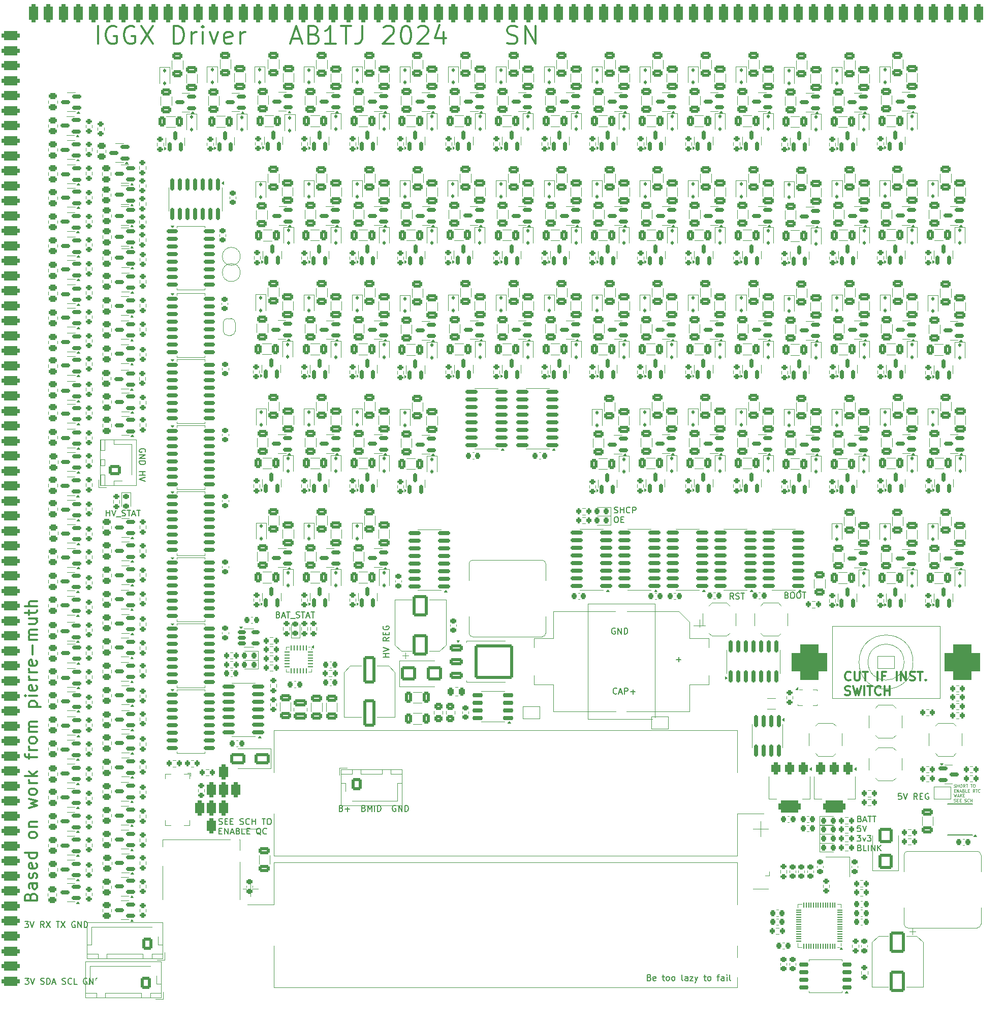
<source format=gbr>
%TF.GenerationSoftware,KiCad,Pcbnew,8.0.2*%
%TF.CreationDate,2024-06-03T23:57:49-04:00*%
%TF.ProjectId,IGGDriver,49474744-7269-4766-9572-2e6b69636164,rev?*%
%TF.SameCoordinates,Original*%
%TF.FileFunction,Legend,Top*%
%TF.FilePolarity,Positive*%
%FSLAX46Y46*%
G04 Gerber Fmt 4.6, Leading zero omitted, Abs format (unit mm)*
G04 Created by KiCad (PCBNEW 8.0.2) date 2024-06-03 23:57:49*
%MOMM*%
%LPD*%
G01*
G04 APERTURE LIST*
G04 Aperture macros list*
%AMRoundRect*
0 Rectangle with rounded corners*
0 $1 Rounding radius*
0 $2 $3 $4 $5 $6 $7 $8 $9 X,Y pos of 4 corners*
0 Add a 4 corners polygon primitive as box body*
4,1,4,$2,$3,$4,$5,$6,$7,$8,$9,$2,$3,0*
0 Add four circle primitives for the rounded corners*
1,1,$1+$1,$2,$3*
1,1,$1+$1,$4,$5*
1,1,$1+$1,$6,$7*
1,1,$1+$1,$8,$9*
0 Add four rect primitives between the rounded corners*
20,1,$1+$1,$2,$3,$4,$5,0*
20,1,$1+$1,$4,$5,$6,$7,0*
20,1,$1+$1,$6,$7,$8,$9,0*
20,1,$1+$1,$8,$9,$2,$3,0*%
%AMFreePoly0*
4,1,6,1.000000,0.000000,0.500000,-0.750000,-0.500000,-0.750000,-0.500000,0.750000,0.500000,0.750000,1.000000,0.000000,1.000000,0.000000,$1*%
%AMFreePoly1*
4,1,6,0.500000,-0.750000,-0.650000,-0.750000,-0.150000,0.000000,-0.650000,0.750000,0.500000,0.750000,0.500000,-0.750000,0.500000,-0.750000,$1*%
%AMFreePoly2*
4,1,19,0.500000,-0.750000,0.000000,-0.750000,0.000000,-0.744911,-0.071157,-0.744911,-0.207708,-0.704816,-0.327430,-0.627875,-0.420627,-0.520320,-0.479746,-0.390866,-0.500000,-0.250000,-0.500000,0.250000,-0.479746,0.390866,-0.420627,0.520320,-0.327430,0.627875,-0.207708,0.704816,-0.071157,0.744911,0.000000,0.744911,0.000000,0.750000,0.500000,0.750000,0.500000,-0.750000,0.500000,-0.750000,
$1*%
%AMFreePoly3*
4,1,19,0.000000,0.744911,0.071157,0.744911,0.207708,0.704816,0.327430,0.627875,0.420627,0.520320,0.479746,0.390866,0.500000,0.250000,0.500000,-0.250000,0.479746,-0.390866,0.420627,-0.520320,0.327430,-0.627875,0.207708,-0.704816,0.071157,-0.744911,0.000000,-0.744911,0.000000,-0.750000,-0.500000,-0.750000,-0.500000,0.750000,0.000000,0.750000,0.000000,0.744911,0.000000,0.744911,
$1*%
G04 Aperture macros list end*
%ADD10C,0.300000*%
%ADD11C,0.150000*%
%ADD12C,0.200000*%
%ADD13C,0.100000*%
%ADD14C,0.120000*%
%ADD15C,1.200000*%
%ADD16RoundRect,0.250000X-0.600000X-0.725000X0.600000X-0.725000X0.600000X0.725000X-0.600000X0.725000X0*%
%ADD17O,1.700000X1.950000*%
%ADD18RoundRect,0.250000X0.625000X-0.312500X0.625000X0.312500X-0.625000X0.312500X-0.625000X-0.312500X0*%
%ADD19RoundRect,0.150000X0.587500X0.150000X-0.587500X0.150000X-0.587500X-0.150000X0.587500X-0.150000X0*%
%ADD20C,0.990600*%
%ADD21C,0.787400*%
%ADD22RoundRect,0.250000X-0.650000X0.325000X-0.650000X-0.325000X0.650000X-0.325000X0.650000X0.325000X0*%
%ADD23RoundRect,0.250000X-0.312500X-0.625000X0.312500X-0.625000X0.312500X0.625000X-0.312500X0.625000X0*%
%ADD24RoundRect,0.200000X-0.275000X0.200000X-0.275000X-0.200000X0.275000X-0.200000X0.275000X0.200000X0*%
%ADD25RoundRect,0.112500X-0.112500X0.187500X-0.112500X-0.187500X0.112500X-0.187500X0.112500X0.187500X0*%
%ADD26RoundRect,0.150000X0.150000X-0.587500X0.150000X0.587500X-0.150000X0.587500X-0.150000X-0.587500X0*%
%ADD27RoundRect,0.225000X0.250000X-0.225000X0.250000X0.225000X-0.250000X0.225000X-0.250000X-0.225000X0*%
%ADD28RoundRect,0.200000X0.200000X0.275000X-0.200000X0.275000X-0.200000X-0.275000X0.200000X-0.275000X0*%
%ADD29RoundRect,0.250000X-0.625000X0.312500X-0.625000X-0.312500X0.625000X-0.312500X0.625000X0.312500X0*%
%ADD30RoundRect,0.225000X0.225000X0.250000X-0.225000X0.250000X-0.225000X-0.250000X0.225000X-0.250000X0*%
%ADD31RoundRect,0.150000X-0.150000X0.825000X-0.150000X-0.825000X0.150000X-0.825000X0.150000X0.825000X0*%
%ADD32RoundRect,0.250000X-0.325000X-0.650000X0.325000X-0.650000X0.325000X0.650000X-0.325000X0.650000X0*%
%ADD33RoundRect,0.200000X-0.200000X-0.275000X0.200000X-0.275000X0.200000X0.275000X-0.200000X0.275000X0*%
%ADD34RoundRect,0.250000X-0.450000X0.262500X-0.450000X-0.262500X0.450000X-0.262500X0.450000X0.262500X0*%
%ADD35RoundRect,0.200000X0.275000X-0.200000X0.275000X0.200000X-0.275000X0.200000X-0.275000X-0.200000X0*%
%ADD36RoundRect,0.162500X-0.750000X-0.162500X0.750000X-0.162500X0.750000X0.162500X-0.750000X0.162500X0*%
%ADD37RoundRect,0.218750X-0.218750X-0.256250X0.218750X-0.256250X0.218750X0.256250X-0.218750X0.256250X0*%
%ADD38R,1.000000X1.500000*%
%ADD39RoundRect,0.225000X-0.225000X-0.250000X0.225000X-0.250000X0.225000X0.250000X-0.225000X0.250000X0*%
%ADD40RoundRect,0.150000X0.825000X0.150000X-0.825000X0.150000X-0.825000X-0.150000X0.825000X-0.150000X0*%
%ADD41RoundRect,0.225000X-0.250000X0.225000X-0.250000X-0.225000X0.250000X-0.225000X0.250000X0.225000X0*%
%ADD42RoundRect,0.250000X0.650000X-0.325000X0.650000X0.325000X-0.650000X0.325000X-0.650000X-0.325000X0*%
%ADD43C,4.300000*%
%ADD44C,7.000000*%
%ADD45RoundRect,0.375000X-0.375000X0.625000X-0.375000X-0.625000X0.375000X-0.625000X0.375000X0.625000X0*%
%ADD46RoundRect,0.500000X-1.400000X0.500000X-1.400000X-0.500000X1.400000X-0.500000X1.400000X0.500000X0*%
%ADD47RoundRect,0.250001X-0.799999X1.999999X-0.799999X-1.999999X0.799999X-1.999999X0.799999X1.999999X0*%
%ADD48RoundRect,0.150000X-0.512500X-0.150000X0.512500X-0.150000X0.512500X0.150000X-0.512500X0.150000X0*%
%ADD49RoundRect,0.218750X0.256250X-0.218750X0.256250X0.218750X-0.256250X0.218750X-0.256250X-0.218750X0*%
%ADD50C,2.390000*%
%ADD51C,3.450000*%
%ADD52R,7.340000X6.350000*%
%ADD53RoundRect,0.218750X0.218750X0.256250X-0.218750X0.256250X-0.218750X-0.256250X0.218750X-0.256250X0*%
%ADD54R,2.600000X3.600000*%
%ADD55RoundRect,0.062500X-0.062500X0.350000X-0.062500X-0.350000X0.062500X-0.350000X0.062500X0.350000X0*%
%ADD56RoundRect,0.062500X-0.350000X0.062500X-0.350000X-0.062500X0.350000X-0.062500X0.350000X0.062500X0*%
%ADD57R,2.600000X2.600000*%
%ADD58RoundRect,0.250000X-1.000000X1.500000X-1.000000X-1.500000X1.000000X-1.500000X1.000000X1.500000X0*%
%ADD59R,1.000000X1.800000*%
%ADD60RoundRect,0.250000X-0.850000X0.375000X-0.850000X-0.375000X0.850000X-0.375000X0.850000X0.375000X0*%
%ADD61RoundRect,0.250000X0.750000X-0.600000X0.750000X0.600000X-0.750000X0.600000X-0.750000X-0.600000X0*%
%ADD62O,2.000000X1.700000*%
%ADD63R,1.700000X1.000000*%
%ADD64RoundRect,0.250000X1.000000X-1.500000X1.000000X1.500000X-1.000000X1.500000X-1.000000X-1.500000X0*%
%ADD65R,1.550000X0.600000*%
%ADD66R,2.600000X3.100000*%
%ADD67RoundRect,0.150000X0.150000X-0.825000X0.150000X0.825000X-0.150000X0.825000X-0.150000X-0.825000X0*%
%ADD68RoundRect,0.050000X0.387500X0.050000X-0.387500X0.050000X-0.387500X-0.050000X0.387500X-0.050000X0*%
%ADD69RoundRect,0.050000X0.050000X0.387500X-0.050000X0.387500X-0.050000X-0.387500X0.050000X-0.387500X0*%
%ADD70R,3.200000X3.200000*%
%ADD71R,0.675000X0.250000*%
%ADD72R,0.250000X0.675000*%
%ADD73R,0.700000X1.750000*%
%ADD74R,1.450000X1.000000*%
%ADD75R,1.000000X1.550000*%
%ADD76R,0.800000X1.500000*%
%ADD77R,1.300000X1.500000*%
%ADD78R,1.500000X1.500000*%
%ADD79R,0.800000X1.400000*%
%ADD80RoundRect,0.250000X0.450000X-0.350000X0.450000X0.350000X-0.450000X0.350000X-0.450000X-0.350000X0*%
%ADD81RoundRect,0.250000X-0.850000X-0.350000X0.850000X-0.350000X0.850000X0.350000X-0.850000X0.350000X0*%
%ADD82RoundRect,0.249997X-2.950003X-2.650003X2.950003X-2.650003X2.950003X2.650003X-2.950003X2.650003X0*%
%ADD83R,1.400000X1.200000*%
%ADD84FreePoly0,0.000000*%
%ADD85FreePoly1,0.000000*%
%ADD86RoundRect,0.218750X-0.256250X0.218750X-0.256250X-0.218750X0.256250X-0.218750X0.256250X0.218750X0*%
%ADD87RoundRect,0.250000X0.600000X0.725000X-0.600000X0.725000X-0.600000X-0.725000X0.600000X-0.725000X0*%
%ADD88RoundRect,0.250000X-0.450000X0.350000X-0.450000X-0.350000X0.450000X-0.350000X0.450000X0.350000X0*%
%ADD89C,2.000000*%
%ADD90RoundRect,0.375000X0.375000X-0.875000X0.375000X0.875000X-0.375000X0.875000X-0.375000X-0.875000X0*%
%ADD91RoundRect,0.375000X1.125000X0.375000X-1.125000X0.375000X-1.125000X-0.375000X1.125000X-0.375000X0*%
%ADD92RoundRect,0.375000X0.375000X-1.125000X0.375000X1.125000X-0.375000X1.125000X-0.375000X-1.125000X0*%
%ADD93RoundRect,0.250000X1.000000X0.650000X-1.000000X0.650000X-1.000000X-0.650000X1.000000X-0.650000X0*%
%ADD94RoundRect,0.250000X0.900000X-1.000000X0.900000X1.000000X-0.900000X1.000000X-0.900000X-1.000000X0*%
%ADD95C,0.660000*%
%ADD96O,0.580000X1.000000*%
%ADD97R,0.850000X0.300000*%
%ADD98C,1.100000*%
%ADD99RoundRect,1.500000X1.500000X1.500000X-1.500000X1.500000X-1.500000X-1.500000X1.500000X-1.500000X0*%
%ADD100RoundRect,0.250000X-1.000000X-0.900000X1.000000X-0.900000X1.000000X0.900000X-1.000000X0.900000X0*%
%ADD101RoundRect,0.150000X0.725000X0.150000X-0.725000X0.150000X-0.725000X-0.150000X0.725000X-0.150000X0*%
%ADD102R,3.100000X5.000000*%
%ADD103RoundRect,0.250000X0.262500X0.450000X-0.262500X0.450000X-0.262500X-0.450000X0.262500X-0.450000X0*%
%ADD104FreePoly2,270.000000*%
%ADD105FreePoly3,270.000000*%
%ADD106RoundRect,0.150000X0.650000X0.150000X-0.650000X0.150000X-0.650000X-0.150000X0.650000X-0.150000X0*%
%ADD107RoundRect,0.150000X-0.587500X-0.150000X0.587500X-0.150000X0.587500X0.150000X-0.587500X0.150000X0*%
%ADD108C,2.400000*%
G04 APERTURE END LIST*
D10*
X74542019Y-155159774D02*
X74637257Y-154874060D01*
X74637257Y-154874060D02*
X74732495Y-154778822D01*
X74732495Y-154778822D02*
X74922971Y-154683584D01*
X74922971Y-154683584D02*
X75208685Y-154683584D01*
X75208685Y-154683584D02*
X75399161Y-154778822D01*
X75399161Y-154778822D02*
X75494400Y-154874060D01*
X75494400Y-154874060D02*
X75589638Y-155064536D01*
X75589638Y-155064536D02*
X75589638Y-155826441D01*
X75589638Y-155826441D02*
X73589638Y-155826441D01*
X73589638Y-155826441D02*
X73589638Y-155159774D01*
X73589638Y-155159774D02*
X73684876Y-154969298D01*
X73684876Y-154969298D02*
X73780114Y-154874060D01*
X73780114Y-154874060D02*
X73970590Y-154778822D01*
X73970590Y-154778822D02*
X74161066Y-154778822D01*
X74161066Y-154778822D02*
X74351542Y-154874060D01*
X74351542Y-154874060D02*
X74446780Y-154969298D01*
X74446780Y-154969298D02*
X74542019Y-155159774D01*
X74542019Y-155159774D02*
X74542019Y-155826441D01*
X75589638Y-152969298D02*
X74542019Y-152969298D01*
X74542019Y-152969298D02*
X74351542Y-153064536D01*
X74351542Y-153064536D02*
X74256304Y-153255012D01*
X74256304Y-153255012D02*
X74256304Y-153635965D01*
X74256304Y-153635965D02*
X74351542Y-153826441D01*
X75494400Y-152969298D02*
X75589638Y-153159774D01*
X75589638Y-153159774D02*
X75589638Y-153635965D01*
X75589638Y-153635965D02*
X75494400Y-153826441D01*
X75494400Y-153826441D02*
X75303923Y-153921679D01*
X75303923Y-153921679D02*
X75113447Y-153921679D01*
X75113447Y-153921679D02*
X74922971Y-153826441D01*
X74922971Y-153826441D02*
X74827733Y-153635965D01*
X74827733Y-153635965D02*
X74827733Y-153159774D01*
X74827733Y-153159774D02*
X74732495Y-152969298D01*
X75494400Y-152112155D02*
X75589638Y-151921679D01*
X75589638Y-151921679D02*
X75589638Y-151540727D01*
X75589638Y-151540727D02*
X75494400Y-151350250D01*
X75494400Y-151350250D02*
X75303923Y-151255012D01*
X75303923Y-151255012D02*
X75208685Y-151255012D01*
X75208685Y-151255012D02*
X75018209Y-151350250D01*
X75018209Y-151350250D02*
X74922971Y-151540727D01*
X74922971Y-151540727D02*
X74922971Y-151826441D01*
X74922971Y-151826441D02*
X74827733Y-152016917D01*
X74827733Y-152016917D02*
X74637257Y-152112155D01*
X74637257Y-152112155D02*
X74542019Y-152112155D01*
X74542019Y-152112155D02*
X74351542Y-152016917D01*
X74351542Y-152016917D02*
X74256304Y-151826441D01*
X74256304Y-151826441D02*
X74256304Y-151540727D01*
X74256304Y-151540727D02*
X74351542Y-151350250D01*
X75494400Y-149635964D02*
X75589638Y-149826440D01*
X75589638Y-149826440D02*
X75589638Y-150207393D01*
X75589638Y-150207393D02*
X75494400Y-150397869D01*
X75494400Y-150397869D02*
X75303923Y-150493107D01*
X75303923Y-150493107D02*
X74542019Y-150493107D01*
X74542019Y-150493107D02*
X74351542Y-150397869D01*
X74351542Y-150397869D02*
X74256304Y-150207393D01*
X74256304Y-150207393D02*
X74256304Y-149826440D01*
X74256304Y-149826440D02*
X74351542Y-149635964D01*
X74351542Y-149635964D02*
X74542019Y-149540726D01*
X74542019Y-149540726D02*
X74732495Y-149540726D01*
X74732495Y-149540726D02*
X74922971Y-150493107D01*
X75589638Y-147826440D02*
X73589638Y-147826440D01*
X75494400Y-147826440D02*
X75589638Y-148016916D01*
X75589638Y-148016916D02*
X75589638Y-148397869D01*
X75589638Y-148397869D02*
X75494400Y-148588345D01*
X75494400Y-148588345D02*
X75399161Y-148683583D01*
X75399161Y-148683583D02*
X75208685Y-148778821D01*
X75208685Y-148778821D02*
X74637257Y-148778821D01*
X74637257Y-148778821D02*
X74446780Y-148683583D01*
X74446780Y-148683583D02*
X74351542Y-148588345D01*
X74351542Y-148588345D02*
X74256304Y-148397869D01*
X74256304Y-148397869D02*
X74256304Y-148016916D01*
X74256304Y-148016916D02*
X74351542Y-147826440D01*
X75589638Y-145064535D02*
X75494400Y-145255011D01*
X75494400Y-145255011D02*
X75399161Y-145350249D01*
X75399161Y-145350249D02*
X75208685Y-145445487D01*
X75208685Y-145445487D02*
X74637257Y-145445487D01*
X74637257Y-145445487D02*
X74446780Y-145350249D01*
X74446780Y-145350249D02*
X74351542Y-145255011D01*
X74351542Y-145255011D02*
X74256304Y-145064535D01*
X74256304Y-145064535D02*
X74256304Y-144778820D01*
X74256304Y-144778820D02*
X74351542Y-144588344D01*
X74351542Y-144588344D02*
X74446780Y-144493106D01*
X74446780Y-144493106D02*
X74637257Y-144397868D01*
X74637257Y-144397868D02*
X75208685Y-144397868D01*
X75208685Y-144397868D02*
X75399161Y-144493106D01*
X75399161Y-144493106D02*
X75494400Y-144588344D01*
X75494400Y-144588344D02*
X75589638Y-144778820D01*
X75589638Y-144778820D02*
X75589638Y-145064535D01*
X74256304Y-143540725D02*
X75589638Y-143540725D01*
X74446780Y-143540725D02*
X74351542Y-143445487D01*
X74351542Y-143445487D02*
X74256304Y-143255011D01*
X74256304Y-143255011D02*
X74256304Y-142969296D01*
X74256304Y-142969296D02*
X74351542Y-142778820D01*
X74351542Y-142778820D02*
X74542019Y-142683582D01*
X74542019Y-142683582D02*
X75589638Y-142683582D01*
X74256304Y-140397867D02*
X75589638Y-140016915D01*
X75589638Y-140016915D02*
X74637257Y-139635962D01*
X74637257Y-139635962D02*
X75589638Y-139255010D01*
X75589638Y-139255010D02*
X74256304Y-138874058D01*
X75589638Y-137826439D02*
X75494400Y-138016915D01*
X75494400Y-138016915D02*
X75399161Y-138112153D01*
X75399161Y-138112153D02*
X75208685Y-138207391D01*
X75208685Y-138207391D02*
X74637257Y-138207391D01*
X74637257Y-138207391D02*
X74446780Y-138112153D01*
X74446780Y-138112153D02*
X74351542Y-138016915D01*
X74351542Y-138016915D02*
X74256304Y-137826439D01*
X74256304Y-137826439D02*
X74256304Y-137540724D01*
X74256304Y-137540724D02*
X74351542Y-137350248D01*
X74351542Y-137350248D02*
X74446780Y-137255010D01*
X74446780Y-137255010D02*
X74637257Y-137159772D01*
X74637257Y-137159772D02*
X75208685Y-137159772D01*
X75208685Y-137159772D02*
X75399161Y-137255010D01*
X75399161Y-137255010D02*
X75494400Y-137350248D01*
X75494400Y-137350248D02*
X75589638Y-137540724D01*
X75589638Y-137540724D02*
X75589638Y-137826439D01*
X75589638Y-136302629D02*
X74256304Y-136302629D01*
X74637257Y-136302629D02*
X74446780Y-136207391D01*
X74446780Y-136207391D02*
X74351542Y-136112153D01*
X74351542Y-136112153D02*
X74256304Y-135921677D01*
X74256304Y-135921677D02*
X74256304Y-135731200D01*
X75589638Y-135064534D02*
X73589638Y-135064534D01*
X74827733Y-134874058D02*
X75589638Y-134302629D01*
X74256304Y-134302629D02*
X75018209Y-135064534D01*
X74256304Y-132207390D02*
X74256304Y-131445486D01*
X75589638Y-131921676D02*
X73875352Y-131921676D01*
X73875352Y-131921676D02*
X73684876Y-131826438D01*
X73684876Y-131826438D02*
X73589638Y-131635962D01*
X73589638Y-131635962D02*
X73589638Y-131445486D01*
X75589638Y-130778819D02*
X74256304Y-130778819D01*
X74637257Y-130778819D02*
X74446780Y-130683581D01*
X74446780Y-130683581D02*
X74351542Y-130588343D01*
X74351542Y-130588343D02*
X74256304Y-130397867D01*
X74256304Y-130397867D02*
X74256304Y-130207390D01*
X75589638Y-129255010D02*
X75494400Y-129445486D01*
X75494400Y-129445486D02*
X75399161Y-129540724D01*
X75399161Y-129540724D02*
X75208685Y-129635962D01*
X75208685Y-129635962D02*
X74637257Y-129635962D01*
X74637257Y-129635962D02*
X74446780Y-129540724D01*
X74446780Y-129540724D02*
X74351542Y-129445486D01*
X74351542Y-129445486D02*
X74256304Y-129255010D01*
X74256304Y-129255010D02*
X74256304Y-128969295D01*
X74256304Y-128969295D02*
X74351542Y-128778819D01*
X74351542Y-128778819D02*
X74446780Y-128683581D01*
X74446780Y-128683581D02*
X74637257Y-128588343D01*
X74637257Y-128588343D02*
X75208685Y-128588343D01*
X75208685Y-128588343D02*
X75399161Y-128683581D01*
X75399161Y-128683581D02*
X75494400Y-128778819D01*
X75494400Y-128778819D02*
X75589638Y-128969295D01*
X75589638Y-128969295D02*
X75589638Y-129255010D01*
X75589638Y-127731200D02*
X74256304Y-127731200D01*
X74446780Y-127731200D02*
X74351542Y-127635962D01*
X74351542Y-127635962D02*
X74256304Y-127445486D01*
X74256304Y-127445486D02*
X74256304Y-127159771D01*
X74256304Y-127159771D02*
X74351542Y-126969295D01*
X74351542Y-126969295D02*
X74542019Y-126874057D01*
X74542019Y-126874057D02*
X75589638Y-126874057D01*
X74542019Y-126874057D02*
X74351542Y-126778819D01*
X74351542Y-126778819D02*
X74256304Y-126588343D01*
X74256304Y-126588343D02*
X74256304Y-126302629D01*
X74256304Y-126302629D02*
X74351542Y-126112152D01*
X74351542Y-126112152D02*
X74542019Y-126016914D01*
X74542019Y-126016914D02*
X75589638Y-126016914D01*
X74256304Y-123540723D02*
X76256304Y-123540723D01*
X74351542Y-123540723D02*
X74256304Y-123350247D01*
X74256304Y-123350247D02*
X74256304Y-122969294D01*
X74256304Y-122969294D02*
X74351542Y-122778818D01*
X74351542Y-122778818D02*
X74446780Y-122683580D01*
X74446780Y-122683580D02*
X74637257Y-122588342D01*
X74637257Y-122588342D02*
X75208685Y-122588342D01*
X75208685Y-122588342D02*
X75399161Y-122683580D01*
X75399161Y-122683580D02*
X75494400Y-122778818D01*
X75494400Y-122778818D02*
X75589638Y-122969294D01*
X75589638Y-122969294D02*
X75589638Y-123350247D01*
X75589638Y-123350247D02*
X75494400Y-123540723D01*
X75589638Y-121731199D02*
X74256304Y-121731199D01*
X73589638Y-121731199D02*
X73684876Y-121826437D01*
X73684876Y-121826437D02*
X73780114Y-121731199D01*
X73780114Y-121731199D02*
X73684876Y-121635961D01*
X73684876Y-121635961D02*
X73589638Y-121731199D01*
X73589638Y-121731199D02*
X73780114Y-121731199D01*
X75494400Y-120016913D02*
X75589638Y-120207389D01*
X75589638Y-120207389D02*
X75589638Y-120588342D01*
X75589638Y-120588342D02*
X75494400Y-120778818D01*
X75494400Y-120778818D02*
X75303923Y-120874056D01*
X75303923Y-120874056D02*
X74542019Y-120874056D01*
X74542019Y-120874056D02*
X74351542Y-120778818D01*
X74351542Y-120778818D02*
X74256304Y-120588342D01*
X74256304Y-120588342D02*
X74256304Y-120207389D01*
X74256304Y-120207389D02*
X74351542Y-120016913D01*
X74351542Y-120016913D02*
X74542019Y-119921675D01*
X74542019Y-119921675D02*
X74732495Y-119921675D01*
X74732495Y-119921675D02*
X74922971Y-120874056D01*
X75589638Y-119064532D02*
X74256304Y-119064532D01*
X74637257Y-119064532D02*
X74446780Y-118969294D01*
X74446780Y-118969294D02*
X74351542Y-118874056D01*
X74351542Y-118874056D02*
X74256304Y-118683580D01*
X74256304Y-118683580D02*
X74256304Y-118493103D01*
X75589638Y-117826437D02*
X74256304Y-117826437D01*
X74637257Y-117826437D02*
X74446780Y-117731199D01*
X74446780Y-117731199D02*
X74351542Y-117635961D01*
X74351542Y-117635961D02*
X74256304Y-117445485D01*
X74256304Y-117445485D02*
X74256304Y-117255008D01*
X75494400Y-115826437D02*
X75589638Y-116016913D01*
X75589638Y-116016913D02*
X75589638Y-116397866D01*
X75589638Y-116397866D02*
X75494400Y-116588342D01*
X75494400Y-116588342D02*
X75303923Y-116683580D01*
X75303923Y-116683580D02*
X74542019Y-116683580D01*
X74542019Y-116683580D02*
X74351542Y-116588342D01*
X74351542Y-116588342D02*
X74256304Y-116397866D01*
X74256304Y-116397866D02*
X74256304Y-116016913D01*
X74256304Y-116016913D02*
X74351542Y-115826437D01*
X74351542Y-115826437D02*
X74542019Y-115731199D01*
X74542019Y-115731199D02*
X74732495Y-115731199D01*
X74732495Y-115731199D02*
X74922971Y-116683580D01*
X74827733Y-114874056D02*
X74827733Y-113350247D01*
X75589638Y-112397866D02*
X74256304Y-112397866D01*
X74446780Y-112397866D02*
X74351542Y-112302628D01*
X74351542Y-112302628D02*
X74256304Y-112112152D01*
X74256304Y-112112152D02*
X74256304Y-111826437D01*
X74256304Y-111826437D02*
X74351542Y-111635961D01*
X74351542Y-111635961D02*
X74542019Y-111540723D01*
X74542019Y-111540723D02*
X75589638Y-111540723D01*
X74542019Y-111540723D02*
X74351542Y-111445485D01*
X74351542Y-111445485D02*
X74256304Y-111255009D01*
X74256304Y-111255009D02*
X74256304Y-110969295D01*
X74256304Y-110969295D02*
X74351542Y-110778818D01*
X74351542Y-110778818D02*
X74542019Y-110683580D01*
X74542019Y-110683580D02*
X75589638Y-110683580D01*
X74256304Y-108874056D02*
X75589638Y-108874056D01*
X74256304Y-109731199D02*
X75303923Y-109731199D01*
X75303923Y-109731199D02*
X75494400Y-109635961D01*
X75494400Y-109635961D02*
X75589638Y-109445485D01*
X75589638Y-109445485D02*
X75589638Y-109159770D01*
X75589638Y-109159770D02*
X75494400Y-108969294D01*
X75494400Y-108969294D02*
X75399161Y-108874056D01*
X74256304Y-108207389D02*
X74256304Y-107445485D01*
X73589638Y-107921675D02*
X75303923Y-107921675D01*
X75303923Y-107921675D02*
X75494400Y-107826437D01*
X75494400Y-107826437D02*
X75589638Y-107635961D01*
X75589638Y-107635961D02*
X75589638Y-107445485D01*
X75589638Y-106778818D02*
X73589638Y-106778818D01*
X75589638Y-105921675D02*
X74542019Y-105921675D01*
X74542019Y-105921675D02*
X74351542Y-106016913D01*
X74351542Y-106016913D02*
X74256304Y-106207389D01*
X74256304Y-106207389D02*
X74256304Y-106493104D01*
X74256304Y-106493104D02*
X74351542Y-106683580D01*
X74351542Y-106683580D02*
X74446780Y-106778818D01*
X85811653Y-13117257D02*
X85811653Y-10117257D01*
X88811653Y-10260114D02*
X88525939Y-10117257D01*
X88525939Y-10117257D02*
X88097367Y-10117257D01*
X88097367Y-10117257D02*
X87668796Y-10260114D01*
X87668796Y-10260114D02*
X87383081Y-10545828D01*
X87383081Y-10545828D02*
X87240224Y-10831542D01*
X87240224Y-10831542D02*
X87097367Y-11402971D01*
X87097367Y-11402971D02*
X87097367Y-11831542D01*
X87097367Y-11831542D02*
X87240224Y-12402971D01*
X87240224Y-12402971D02*
X87383081Y-12688685D01*
X87383081Y-12688685D02*
X87668796Y-12974400D01*
X87668796Y-12974400D02*
X88097367Y-13117257D01*
X88097367Y-13117257D02*
X88383081Y-13117257D01*
X88383081Y-13117257D02*
X88811653Y-12974400D01*
X88811653Y-12974400D02*
X88954510Y-12831542D01*
X88954510Y-12831542D02*
X88954510Y-11831542D01*
X88954510Y-11831542D02*
X88383081Y-11831542D01*
X91811653Y-10260114D02*
X91525939Y-10117257D01*
X91525939Y-10117257D02*
X91097367Y-10117257D01*
X91097367Y-10117257D02*
X90668796Y-10260114D01*
X90668796Y-10260114D02*
X90383081Y-10545828D01*
X90383081Y-10545828D02*
X90240224Y-10831542D01*
X90240224Y-10831542D02*
X90097367Y-11402971D01*
X90097367Y-11402971D02*
X90097367Y-11831542D01*
X90097367Y-11831542D02*
X90240224Y-12402971D01*
X90240224Y-12402971D02*
X90383081Y-12688685D01*
X90383081Y-12688685D02*
X90668796Y-12974400D01*
X90668796Y-12974400D02*
X91097367Y-13117257D01*
X91097367Y-13117257D02*
X91383081Y-13117257D01*
X91383081Y-13117257D02*
X91811653Y-12974400D01*
X91811653Y-12974400D02*
X91954510Y-12831542D01*
X91954510Y-12831542D02*
X91954510Y-11831542D01*
X91954510Y-11831542D02*
X91383081Y-11831542D01*
X92954510Y-10117257D02*
X94954510Y-13117257D01*
X94954510Y-10117257D02*
X92954510Y-13117257D01*
X98383081Y-13117257D02*
X98383081Y-10117257D01*
X98383081Y-10117257D02*
X99097367Y-10117257D01*
X99097367Y-10117257D02*
X99525938Y-10260114D01*
X99525938Y-10260114D02*
X99811653Y-10545828D01*
X99811653Y-10545828D02*
X99954510Y-10831542D01*
X99954510Y-10831542D02*
X100097367Y-11402971D01*
X100097367Y-11402971D02*
X100097367Y-11831542D01*
X100097367Y-11831542D02*
X99954510Y-12402971D01*
X99954510Y-12402971D02*
X99811653Y-12688685D01*
X99811653Y-12688685D02*
X99525938Y-12974400D01*
X99525938Y-12974400D02*
X99097367Y-13117257D01*
X99097367Y-13117257D02*
X98383081Y-13117257D01*
X101383081Y-13117257D02*
X101383081Y-11117257D01*
X101383081Y-11688685D02*
X101525938Y-11402971D01*
X101525938Y-11402971D02*
X101668796Y-11260114D01*
X101668796Y-11260114D02*
X101954510Y-11117257D01*
X101954510Y-11117257D02*
X102240224Y-11117257D01*
X103240224Y-13117257D02*
X103240224Y-11117257D01*
X103240224Y-10117257D02*
X103097367Y-10260114D01*
X103097367Y-10260114D02*
X103240224Y-10402971D01*
X103240224Y-10402971D02*
X103383081Y-10260114D01*
X103383081Y-10260114D02*
X103240224Y-10117257D01*
X103240224Y-10117257D02*
X103240224Y-10402971D01*
X104383081Y-11117257D02*
X105097367Y-13117257D01*
X105097367Y-13117257D02*
X105811652Y-11117257D01*
X108097366Y-12974400D02*
X107811652Y-13117257D01*
X107811652Y-13117257D02*
X107240224Y-13117257D01*
X107240224Y-13117257D02*
X106954509Y-12974400D01*
X106954509Y-12974400D02*
X106811652Y-12688685D01*
X106811652Y-12688685D02*
X106811652Y-11545828D01*
X106811652Y-11545828D02*
X106954509Y-11260114D01*
X106954509Y-11260114D02*
X107240224Y-11117257D01*
X107240224Y-11117257D02*
X107811652Y-11117257D01*
X107811652Y-11117257D02*
X108097366Y-11260114D01*
X108097366Y-11260114D02*
X108240224Y-11545828D01*
X108240224Y-11545828D02*
X108240224Y-11831542D01*
X108240224Y-11831542D02*
X106811652Y-12117257D01*
X109525938Y-13117257D02*
X109525938Y-11117257D01*
X109525938Y-11688685D02*
X109668795Y-11402971D01*
X109668795Y-11402971D02*
X109811653Y-11260114D01*
X109811653Y-11260114D02*
X110097367Y-11117257D01*
X110097367Y-11117257D02*
X110383081Y-11117257D01*
X118097366Y-12260114D02*
X119525938Y-12260114D01*
X117811652Y-13117257D02*
X118811652Y-10117257D01*
X118811652Y-10117257D02*
X119811652Y-13117257D01*
X121811652Y-11545828D02*
X122240224Y-11688685D01*
X122240224Y-11688685D02*
X122383081Y-11831542D01*
X122383081Y-11831542D02*
X122525938Y-12117257D01*
X122525938Y-12117257D02*
X122525938Y-12545828D01*
X122525938Y-12545828D02*
X122383081Y-12831542D01*
X122383081Y-12831542D02*
X122240224Y-12974400D01*
X122240224Y-12974400D02*
X121954509Y-13117257D01*
X121954509Y-13117257D02*
X120811652Y-13117257D01*
X120811652Y-13117257D02*
X120811652Y-10117257D01*
X120811652Y-10117257D02*
X121811652Y-10117257D01*
X121811652Y-10117257D02*
X122097367Y-10260114D01*
X122097367Y-10260114D02*
X122240224Y-10402971D01*
X122240224Y-10402971D02*
X122383081Y-10688685D01*
X122383081Y-10688685D02*
X122383081Y-10974400D01*
X122383081Y-10974400D02*
X122240224Y-11260114D01*
X122240224Y-11260114D02*
X122097367Y-11402971D01*
X122097367Y-11402971D02*
X121811652Y-11545828D01*
X121811652Y-11545828D02*
X120811652Y-11545828D01*
X125383081Y-13117257D02*
X123668795Y-13117257D01*
X124525938Y-13117257D02*
X124525938Y-10117257D01*
X124525938Y-10117257D02*
X124240224Y-10545828D01*
X124240224Y-10545828D02*
X123954509Y-10831542D01*
X123954509Y-10831542D02*
X123668795Y-10974400D01*
X126240224Y-10117257D02*
X127954510Y-10117257D01*
X127097367Y-13117257D02*
X127097367Y-10117257D01*
X129811652Y-10117257D02*
X129811652Y-12260114D01*
X129811652Y-12260114D02*
X129668795Y-12688685D01*
X129668795Y-12688685D02*
X129383081Y-12974400D01*
X129383081Y-12974400D02*
X128954509Y-13117257D01*
X128954509Y-13117257D02*
X128668795Y-13117257D01*
X133383080Y-10402971D02*
X133525937Y-10260114D01*
X133525937Y-10260114D02*
X133811652Y-10117257D01*
X133811652Y-10117257D02*
X134525937Y-10117257D01*
X134525937Y-10117257D02*
X134811652Y-10260114D01*
X134811652Y-10260114D02*
X134954509Y-10402971D01*
X134954509Y-10402971D02*
X135097366Y-10688685D01*
X135097366Y-10688685D02*
X135097366Y-10974400D01*
X135097366Y-10974400D02*
X134954509Y-11402971D01*
X134954509Y-11402971D02*
X133240223Y-13117257D01*
X133240223Y-13117257D02*
X135097366Y-13117257D01*
X136954509Y-10117257D02*
X137240223Y-10117257D01*
X137240223Y-10117257D02*
X137525937Y-10260114D01*
X137525937Y-10260114D02*
X137668795Y-10402971D01*
X137668795Y-10402971D02*
X137811652Y-10688685D01*
X137811652Y-10688685D02*
X137954509Y-11260114D01*
X137954509Y-11260114D02*
X137954509Y-11974400D01*
X137954509Y-11974400D02*
X137811652Y-12545828D01*
X137811652Y-12545828D02*
X137668795Y-12831542D01*
X137668795Y-12831542D02*
X137525937Y-12974400D01*
X137525937Y-12974400D02*
X137240223Y-13117257D01*
X137240223Y-13117257D02*
X136954509Y-13117257D01*
X136954509Y-13117257D02*
X136668795Y-12974400D01*
X136668795Y-12974400D02*
X136525937Y-12831542D01*
X136525937Y-12831542D02*
X136383080Y-12545828D01*
X136383080Y-12545828D02*
X136240223Y-11974400D01*
X136240223Y-11974400D02*
X136240223Y-11260114D01*
X136240223Y-11260114D02*
X136383080Y-10688685D01*
X136383080Y-10688685D02*
X136525937Y-10402971D01*
X136525937Y-10402971D02*
X136668795Y-10260114D01*
X136668795Y-10260114D02*
X136954509Y-10117257D01*
X139097366Y-10402971D02*
X139240223Y-10260114D01*
X139240223Y-10260114D02*
X139525938Y-10117257D01*
X139525938Y-10117257D02*
X140240223Y-10117257D01*
X140240223Y-10117257D02*
X140525938Y-10260114D01*
X140525938Y-10260114D02*
X140668795Y-10402971D01*
X140668795Y-10402971D02*
X140811652Y-10688685D01*
X140811652Y-10688685D02*
X140811652Y-10974400D01*
X140811652Y-10974400D02*
X140668795Y-11402971D01*
X140668795Y-11402971D02*
X138954509Y-13117257D01*
X138954509Y-13117257D02*
X140811652Y-13117257D01*
X143383081Y-11117257D02*
X143383081Y-13117257D01*
X142668795Y-9974400D02*
X141954509Y-12117257D01*
X141954509Y-12117257D02*
X143811652Y-12117257D01*
X153954508Y-12974400D02*
X154383080Y-13117257D01*
X154383080Y-13117257D02*
X155097365Y-13117257D01*
X155097365Y-13117257D02*
X155383080Y-12974400D01*
X155383080Y-12974400D02*
X155525937Y-12831542D01*
X155525937Y-12831542D02*
X155668794Y-12545828D01*
X155668794Y-12545828D02*
X155668794Y-12260114D01*
X155668794Y-12260114D02*
X155525937Y-11974400D01*
X155525937Y-11974400D02*
X155383080Y-11831542D01*
X155383080Y-11831542D02*
X155097365Y-11688685D01*
X155097365Y-11688685D02*
X154525937Y-11545828D01*
X154525937Y-11545828D02*
X154240222Y-11402971D01*
X154240222Y-11402971D02*
X154097365Y-11260114D01*
X154097365Y-11260114D02*
X153954508Y-10974400D01*
X153954508Y-10974400D02*
X153954508Y-10688685D01*
X153954508Y-10688685D02*
X154097365Y-10402971D01*
X154097365Y-10402971D02*
X154240222Y-10260114D01*
X154240222Y-10260114D02*
X154525937Y-10117257D01*
X154525937Y-10117257D02*
X155240222Y-10117257D01*
X155240222Y-10117257D02*
X155668794Y-10260114D01*
X156954508Y-13117257D02*
X156954508Y-10117257D01*
X156954508Y-10117257D02*
X158668794Y-13117257D01*
X158668794Y-13117257D02*
X158668794Y-10117257D01*
D11*
X177670112Y-168646009D02*
X177812969Y-168693628D01*
X177812969Y-168693628D02*
X177860588Y-168741247D01*
X177860588Y-168741247D02*
X177908207Y-168836485D01*
X177908207Y-168836485D02*
X177908207Y-168979342D01*
X177908207Y-168979342D02*
X177860588Y-169074580D01*
X177860588Y-169074580D02*
X177812969Y-169122200D01*
X177812969Y-169122200D02*
X177717731Y-169169819D01*
X177717731Y-169169819D02*
X177336779Y-169169819D01*
X177336779Y-169169819D02*
X177336779Y-168169819D01*
X177336779Y-168169819D02*
X177670112Y-168169819D01*
X177670112Y-168169819D02*
X177765350Y-168217438D01*
X177765350Y-168217438D02*
X177812969Y-168265057D01*
X177812969Y-168265057D02*
X177860588Y-168360295D01*
X177860588Y-168360295D02*
X177860588Y-168455533D01*
X177860588Y-168455533D02*
X177812969Y-168550771D01*
X177812969Y-168550771D02*
X177765350Y-168598390D01*
X177765350Y-168598390D02*
X177670112Y-168646009D01*
X177670112Y-168646009D02*
X177336779Y-168646009D01*
X178717731Y-169122200D02*
X178622493Y-169169819D01*
X178622493Y-169169819D02*
X178432017Y-169169819D01*
X178432017Y-169169819D02*
X178336779Y-169122200D01*
X178336779Y-169122200D02*
X178289160Y-169026961D01*
X178289160Y-169026961D02*
X178289160Y-168646009D01*
X178289160Y-168646009D02*
X178336779Y-168550771D01*
X178336779Y-168550771D02*
X178432017Y-168503152D01*
X178432017Y-168503152D02*
X178622493Y-168503152D01*
X178622493Y-168503152D02*
X178717731Y-168550771D01*
X178717731Y-168550771D02*
X178765350Y-168646009D01*
X178765350Y-168646009D02*
X178765350Y-168741247D01*
X178765350Y-168741247D02*
X178289160Y-168836485D01*
X179812970Y-168503152D02*
X180193922Y-168503152D01*
X179955827Y-168169819D02*
X179955827Y-169026961D01*
X179955827Y-169026961D02*
X180003446Y-169122200D01*
X180003446Y-169122200D02*
X180098684Y-169169819D01*
X180098684Y-169169819D02*
X180193922Y-169169819D01*
X180670113Y-169169819D02*
X180574875Y-169122200D01*
X180574875Y-169122200D02*
X180527256Y-169074580D01*
X180527256Y-169074580D02*
X180479637Y-168979342D01*
X180479637Y-168979342D02*
X180479637Y-168693628D01*
X180479637Y-168693628D02*
X180527256Y-168598390D01*
X180527256Y-168598390D02*
X180574875Y-168550771D01*
X180574875Y-168550771D02*
X180670113Y-168503152D01*
X180670113Y-168503152D02*
X180812970Y-168503152D01*
X180812970Y-168503152D02*
X180908208Y-168550771D01*
X180908208Y-168550771D02*
X180955827Y-168598390D01*
X180955827Y-168598390D02*
X181003446Y-168693628D01*
X181003446Y-168693628D02*
X181003446Y-168979342D01*
X181003446Y-168979342D02*
X180955827Y-169074580D01*
X180955827Y-169074580D02*
X180908208Y-169122200D01*
X180908208Y-169122200D02*
X180812970Y-169169819D01*
X180812970Y-169169819D02*
X180670113Y-169169819D01*
X181574875Y-169169819D02*
X181479637Y-169122200D01*
X181479637Y-169122200D02*
X181432018Y-169074580D01*
X181432018Y-169074580D02*
X181384399Y-168979342D01*
X181384399Y-168979342D02*
X181384399Y-168693628D01*
X181384399Y-168693628D02*
X181432018Y-168598390D01*
X181432018Y-168598390D02*
X181479637Y-168550771D01*
X181479637Y-168550771D02*
X181574875Y-168503152D01*
X181574875Y-168503152D02*
X181717732Y-168503152D01*
X181717732Y-168503152D02*
X181812970Y-168550771D01*
X181812970Y-168550771D02*
X181860589Y-168598390D01*
X181860589Y-168598390D02*
X181908208Y-168693628D01*
X181908208Y-168693628D02*
X181908208Y-168979342D01*
X181908208Y-168979342D02*
X181860589Y-169074580D01*
X181860589Y-169074580D02*
X181812970Y-169122200D01*
X181812970Y-169122200D02*
X181717732Y-169169819D01*
X181717732Y-169169819D02*
X181574875Y-169169819D01*
X183241542Y-169169819D02*
X183146304Y-169122200D01*
X183146304Y-169122200D02*
X183098685Y-169026961D01*
X183098685Y-169026961D02*
X183098685Y-168169819D01*
X184051066Y-169169819D02*
X184051066Y-168646009D01*
X184051066Y-168646009D02*
X184003447Y-168550771D01*
X184003447Y-168550771D02*
X183908209Y-168503152D01*
X183908209Y-168503152D02*
X183717733Y-168503152D01*
X183717733Y-168503152D02*
X183622495Y-168550771D01*
X184051066Y-169122200D02*
X183955828Y-169169819D01*
X183955828Y-169169819D02*
X183717733Y-169169819D01*
X183717733Y-169169819D02*
X183622495Y-169122200D01*
X183622495Y-169122200D02*
X183574876Y-169026961D01*
X183574876Y-169026961D02*
X183574876Y-168931723D01*
X183574876Y-168931723D02*
X183622495Y-168836485D01*
X183622495Y-168836485D02*
X183717733Y-168788866D01*
X183717733Y-168788866D02*
X183955828Y-168788866D01*
X183955828Y-168788866D02*
X184051066Y-168741247D01*
X184432019Y-168503152D02*
X184955828Y-168503152D01*
X184955828Y-168503152D02*
X184432019Y-169169819D01*
X184432019Y-169169819D02*
X184955828Y-169169819D01*
X185241543Y-168503152D02*
X185479638Y-169169819D01*
X185717733Y-168503152D02*
X185479638Y-169169819D01*
X185479638Y-169169819D02*
X185384400Y-169407914D01*
X185384400Y-169407914D02*
X185336781Y-169455533D01*
X185336781Y-169455533D02*
X185241543Y-169503152D01*
X186717734Y-168503152D02*
X187098686Y-168503152D01*
X186860591Y-168169819D02*
X186860591Y-169026961D01*
X186860591Y-169026961D02*
X186908210Y-169122200D01*
X186908210Y-169122200D02*
X187003448Y-169169819D01*
X187003448Y-169169819D02*
X187098686Y-169169819D01*
X187574877Y-169169819D02*
X187479639Y-169122200D01*
X187479639Y-169122200D02*
X187432020Y-169074580D01*
X187432020Y-169074580D02*
X187384401Y-168979342D01*
X187384401Y-168979342D02*
X187384401Y-168693628D01*
X187384401Y-168693628D02*
X187432020Y-168598390D01*
X187432020Y-168598390D02*
X187479639Y-168550771D01*
X187479639Y-168550771D02*
X187574877Y-168503152D01*
X187574877Y-168503152D02*
X187717734Y-168503152D01*
X187717734Y-168503152D02*
X187812972Y-168550771D01*
X187812972Y-168550771D02*
X187860591Y-168598390D01*
X187860591Y-168598390D02*
X187908210Y-168693628D01*
X187908210Y-168693628D02*
X187908210Y-168979342D01*
X187908210Y-168979342D02*
X187860591Y-169074580D01*
X187860591Y-169074580D02*
X187812972Y-169122200D01*
X187812972Y-169122200D02*
X187717734Y-169169819D01*
X187717734Y-169169819D02*
X187574877Y-169169819D01*
X188955830Y-168503152D02*
X189336782Y-168503152D01*
X189098687Y-169169819D02*
X189098687Y-168312676D01*
X189098687Y-168312676D02*
X189146306Y-168217438D01*
X189146306Y-168217438D02*
X189241544Y-168169819D01*
X189241544Y-168169819D02*
X189336782Y-168169819D01*
X190098687Y-169169819D02*
X190098687Y-168646009D01*
X190098687Y-168646009D02*
X190051068Y-168550771D01*
X190051068Y-168550771D02*
X189955830Y-168503152D01*
X189955830Y-168503152D02*
X189765354Y-168503152D01*
X189765354Y-168503152D02*
X189670116Y-168550771D01*
X190098687Y-169122200D02*
X190003449Y-169169819D01*
X190003449Y-169169819D02*
X189765354Y-169169819D01*
X189765354Y-169169819D02*
X189670116Y-169122200D01*
X189670116Y-169122200D02*
X189622497Y-169026961D01*
X189622497Y-169026961D02*
X189622497Y-168931723D01*
X189622497Y-168931723D02*
X189670116Y-168836485D01*
X189670116Y-168836485D02*
X189765354Y-168788866D01*
X189765354Y-168788866D02*
X190003449Y-168788866D01*
X190003449Y-168788866D02*
X190098687Y-168741247D01*
X190574878Y-169169819D02*
X190574878Y-168503152D01*
X190574878Y-168169819D02*
X190527259Y-168217438D01*
X190527259Y-168217438D02*
X190574878Y-168265057D01*
X190574878Y-168265057D02*
X190622497Y-168217438D01*
X190622497Y-168217438D02*
X190574878Y-168169819D01*
X190574878Y-168169819D02*
X190574878Y-168265057D01*
X191193925Y-169169819D02*
X191098687Y-169122200D01*
X191098687Y-169122200D02*
X191051068Y-169026961D01*
X191051068Y-169026961D02*
X191051068Y-168169819D01*
D12*
X134267219Y-115230326D02*
X133267219Y-115230326D01*
X133743409Y-115230326D02*
X133743409Y-114658898D01*
X134267219Y-114658898D02*
X133267219Y-114658898D01*
X133267219Y-114325564D02*
X134267219Y-113992231D01*
X134267219Y-113992231D02*
X133267219Y-113658898D01*
X134267219Y-111992231D02*
X133791028Y-112325564D01*
X134267219Y-112563659D02*
X133267219Y-112563659D01*
X133267219Y-112563659D02*
X133267219Y-112182707D01*
X133267219Y-112182707D02*
X133314838Y-112087469D01*
X133314838Y-112087469D02*
X133362457Y-112039850D01*
X133362457Y-112039850D02*
X133457695Y-111992231D01*
X133457695Y-111992231D02*
X133600552Y-111992231D01*
X133600552Y-111992231D02*
X133695790Y-112039850D01*
X133695790Y-112039850D02*
X133743409Y-112087469D01*
X133743409Y-112087469D02*
X133791028Y-112182707D01*
X133791028Y-112182707D02*
X133791028Y-112563659D01*
X133743409Y-111563659D02*
X133743409Y-111230326D01*
X134267219Y-111087469D02*
X134267219Y-111563659D01*
X134267219Y-111563659D02*
X133267219Y-111563659D01*
X133267219Y-111563659D02*
X133267219Y-111087469D01*
X133314838Y-110135088D02*
X133267219Y-110230326D01*
X133267219Y-110230326D02*
X133267219Y-110373183D01*
X133267219Y-110373183D02*
X133314838Y-110516040D01*
X133314838Y-110516040D02*
X133410076Y-110611278D01*
X133410076Y-110611278D02*
X133505314Y-110658897D01*
X133505314Y-110658897D02*
X133695790Y-110706516D01*
X133695790Y-110706516D02*
X133838647Y-110706516D01*
X133838647Y-110706516D02*
X134029123Y-110658897D01*
X134029123Y-110658897D02*
X134124361Y-110611278D01*
X134124361Y-110611278D02*
X134219600Y-110516040D01*
X134219600Y-110516040D02*
X134267219Y-110373183D01*
X134267219Y-110373183D02*
X134267219Y-110277945D01*
X134267219Y-110277945D02*
X134219600Y-110135088D01*
X134219600Y-110135088D02*
X134171980Y-110087469D01*
X134171980Y-110087469D02*
X133838647Y-110087469D01*
X133838647Y-110087469D02*
X133838647Y-110277945D01*
X115803006Y-108193409D02*
X115945863Y-108241028D01*
X115945863Y-108241028D02*
X115993482Y-108288647D01*
X115993482Y-108288647D02*
X116041101Y-108383885D01*
X116041101Y-108383885D02*
X116041101Y-108526742D01*
X116041101Y-108526742D02*
X115993482Y-108621980D01*
X115993482Y-108621980D02*
X115945863Y-108669600D01*
X115945863Y-108669600D02*
X115850625Y-108717219D01*
X115850625Y-108717219D02*
X115469673Y-108717219D01*
X115469673Y-108717219D02*
X115469673Y-107717219D01*
X115469673Y-107717219D02*
X115803006Y-107717219D01*
X115803006Y-107717219D02*
X115898244Y-107764838D01*
X115898244Y-107764838D02*
X115945863Y-107812457D01*
X115945863Y-107812457D02*
X115993482Y-107907695D01*
X115993482Y-107907695D02*
X115993482Y-108002933D01*
X115993482Y-108002933D02*
X115945863Y-108098171D01*
X115945863Y-108098171D02*
X115898244Y-108145790D01*
X115898244Y-108145790D02*
X115803006Y-108193409D01*
X115803006Y-108193409D02*
X115469673Y-108193409D01*
X116422054Y-108431504D02*
X116898244Y-108431504D01*
X116326816Y-108717219D02*
X116660149Y-107717219D01*
X116660149Y-107717219D02*
X116993482Y-108717219D01*
X117183959Y-107717219D02*
X117755387Y-107717219D01*
X117469673Y-108717219D02*
X117469673Y-107717219D01*
X117850626Y-108812457D02*
X118612530Y-108812457D01*
X118803007Y-108669600D02*
X118945864Y-108717219D01*
X118945864Y-108717219D02*
X119183959Y-108717219D01*
X119183959Y-108717219D02*
X119279197Y-108669600D01*
X119279197Y-108669600D02*
X119326816Y-108621980D01*
X119326816Y-108621980D02*
X119374435Y-108526742D01*
X119374435Y-108526742D02*
X119374435Y-108431504D01*
X119374435Y-108431504D02*
X119326816Y-108336266D01*
X119326816Y-108336266D02*
X119279197Y-108288647D01*
X119279197Y-108288647D02*
X119183959Y-108241028D01*
X119183959Y-108241028D02*
X118993483Y-108193409D01*
X118993483Y-108193409D02*
X118898245Y-108145790D01*
X118898245Y-108145790D02*
X118850626Y-108098171D01*
X118850626Y-108098171D02*
X118803007Y-108002933D01*
X118803007Y-108002933D02*
X118803007Y-107907695D01*
X118803007Y-107907695D02*
X118850626Y-107812457D01*
X118850626Y-107812457D02*
X118898245Y-107764838D01*
X118898245Y-107764838D02*
X118993483Y-107717219D01*
X118993483Y-107717219D02*
X119231578Y-107717219D01*
X119231578Y-107717219D02*
X119374435Y-107764838D01*
X119660150Y-107717219D02*
X120231578Y-107717219D01*
X119945864Y-108717219D02*
X119945864Y-107717219D01*
X120517293Y-108431504D02*
X120993483Y-108431504D01*
X120422055Y-108717219D02*
X120755388Y-107717219D01*
X120755388Y-107717219D02*
X121088721Y-108717219D01*
X121279198Y-107717219D02*
X121850626Y-107717219D01*
X121564912Y-108717219D02*
X121564912Y-107717219D01*
X105922054Y-143109656D02*
X106064911Y-143157275D01*
X106064911Y-143157275D02*
X106303006Y-143157275D01*
X106303006Y-143157275D02*
X106398244Y-143109656D01*
X106398244Y-143109656D02*
X106445863Y-143062036D01*
X106445863Y-143062036D02*
X106493482Y-142966798D01*
X106493482Y-142966798D02*
X106493482Y-142871560D01*
X106493482Y-142871560D02*
X106445863Y-142776322D01*
X106445863Y-142776322D02*
X106398244Y-142728703D01*
X106398244Y-142728703D02*
X106303006Y-142681084D01*
X106303006Y-142681084D02*
X106112530Y-142633465D01*
X106112530Y-142633465D02*
X106017292Y-142585846D01*
X106017292Y-142585846D02*
X105969673Y-142538227D01*
X105969673Y-142538227D02*
X105922054Y-142442989D01*
X105922054Y-142442989D02*
X105922054Y-142347751D01*
X105922054Y-142347751D02*
X105969673Y-142252513D01*
X105969673Y-142252513D02*
X106017292Y-142204894D01*
X106017292Y-142204894D02*
X106112530Y-142157275D01*
X106112530Y-142157275D02*
X106350625Y-142157275D01*
X106350625Y-142157275D02*
X106493482Y-142204894D01*
X106922054Y-142633465D02*
X107255387Y-142633465D01*
X107398244Y-143157275D02*
X106922054Y-143157275D01*
X106922054Y-143157275D02*
X106922054Y-142157275D01*
X106922054Y-142157275D02*
X107398244Y-142157275D01*
X107826816Y-142633465D02*
X108160149Y-142633465D01*
X108303006Y-143157275D02*
X107826816Y-143157275D01*
X107826816Y-143157275D02*
X107826816Y-142157275D01*
X107826816Y-142157275D02*
X108303006Y-142157275D01*
X109445864Y-143109656D02*
X109588721Y-143157275D01*
X109588721Y-143157275D02*
X109826816Y-143157275D01*
X109826816Y-143157275D02*
X109922054Y-143109656D01*
X109922054Y-143109656D02*
X109969673Y-143062036D01*
X109969673Y-143062036D02*
X110017292Y-142966798D01*
X110017292Y-142966798D02*
X110017292Y-142871560D01*
X110017292Y-142871560D02*
X109969673Y-142776322D01*
X109969673Y-142776322D02*
X109922054Y-142728703D01*
X109922054Y-142728703D02*
X109826816Y-142681084D01*
X109826816Y-142681084D02*
X109636340Y-142633465D01*
X109636340Y-142633465D02*
X109541102Y-142585846D01*
X109541102Y-142585846D02*
X109493483Y-142538227D01*
X109493483Y-142538227D02*
X109445864Y-142442989D01*
X109445864Y-142442989D02*
X109445864Y-142347751D01*
X109445864Y-142347751D02*
X109493483Y-142252513D01*
X109493483Y-142252513D02*
X109541102Y-142204894D01*
X109541102Y-142204894D02*
X109636340Y-142157275D01*
X109636340Y-142157275D02*
X109874435Y-142157275D01*
X109874435Y-142157275D02*
X110017292Y-142204894D01*
X111017292Y-143062036D02*
X110969673Y-143109656D01*
X110969673Y-143109656D02*
X110826816Y-143157275D01*
X110826816Y-143157275D02*
X110731578Y-143157275D01*
X110731578Y-143157275D02*
X110588721Y-143109656D01*
X110588721Y-143109656D02*
X110493483Y-143014417D01*
X110493483Y-143014417D02*
X110445864Y-142919179D01*
X110445864Y-142919179D02*
X110398245Y-142728703D01*
X110398245Y-142728703D02*
X110398245Y-142585846D01*
X110398245Y-142585846D02*
X110445864Y-142395370D01*
X110445864Y-142395370D02*
X110493483Y-142300132D01*
X110493483Y-142300132D02*
X110588721Y-142204894D01*
X110588721Y-142204894D02*
X110731578Y-142157275D01*
X110731578Y-142157275D02*
X110826816Y-142157275D01*
X110826816Y-142157275D02*
X110969673Y-142204894D01*
X110969673Y-142204894D02*
X111017292Y-142252513D01*
X111445864Y-143157275D02*
X111445864Y-142157275D01*
X111445864Y-142633465D02*
X112017292Y-142633465D01*
X112017292Y-143157275D02*
X112017292Y-142157275D01*
X113112531Y-142157275D02*
X113683959Y-142157275D01*
X113398245Y-143157275D02*
X113398245Y-142157275D01*
X114207769Y-142157275D02*
X114398245Y-142157275D01*
X114398245Y-142157275D02*
X114493483Y-142204894D01*
X114493483Y-142204894D02*
X114588721Y-142300132D01*
X114588721Y-142300132D02*
X114636340Y-142490608D01*
X114636340Y-142490608D02*
X114636340Y-142823941D01*
X114636340Y-142823941D02*
X114588721Y-143014417D01*
X114588721Y-143014417D02*
X114493483Y-143109656D01*
X114493483Y-143109656D02*
X114398245Y-143157275D01*
X114398245Y-143157275D02*
X114207769Y-143157275D01*
X114207769Y-143157275D02*
X114112531Y-143109656D01*
X114112531Y-143109656D02*
X114017293Y-143014417D01*
X114017293Y-143014417D02*
X113969674Y-142823941D01*
X113969674Y-142823941D02*
X113969674Y-142490608D01*
X113969674Y-142490608D02*
X114017293Y-142300132D01*
X114017293Y-142300132D02*
X114112531Y-142204894D01*
X114112531Y-142204894D02*
X114207769Y-142157275D01*
X105969673Y-144243409D02*
X106303006Y-144243409D01*
X106445863Y-144767219D02*
X105969673Y-144767219D01*
X105969673Y-144767219D02*
X105969673Y-143767219D01*
X105969673Y-143767219D02*
X106445863Y-143767219D01*
X106874435Y-144767219D02*
X106874435Y-143767219D01*
X106874435Y-143767219D02*
X107445863Y-144767219D01*
X107445863Y-144767219D02*
X107445863Y-143767219D01*
X107874435Y-144481504D02*
X108350625Y-144481504D01*
X107779197Y-144767219D02*
X108112530Y-143767219D01*
X108112530Y-143767219D02*
X108445863Y-144767219D01*
X109112530Y-144243409D02*
X109255387Y-144291028D01*
X109255387Y-144291028D02*
X109303006Y-144338647D01*
X109303006Y-144338647D02*
X109350625Y-144433885D01*
X109350625Y-144433885D02*
X109350625Y-144576742D01*
X109350625Y-144576742D02*
X109303006Y-144671980D01*
X109303006Y-144671980D02*
X109255387Y-144719600D01*
X109255387Y-144719600D02*
X109160149Y-144767219D01*
X109160149Y-144767219D02*
X108779197Y-144767219D01*
X108779197Y-144767219D02*
X108779197Y-143767219D01*
X108779197Y-143767219D02*
X109112530Y-143767219D01*
X109112530Y-143767219D02*
X109207768Y-143814838D01*
X109207768Y-143814838D02*
X109255387Y-143862457D01*
X109255387Y-143862457D02*
X109303006Y-143957695D01*
X109303006Y-143957695D02*
X109303006Y-144052933D01*
X109303006Y-144052933D02*
X109255387Y-144148171D01*
X109255387Y-144148171D02*
X109207768Y-144195790D01*
X109207768Y-144195790D02*
X109112530Y-144243409D01*
X109112530Y-144243409D02*
X108779197Y-144243409D01*
X110255387Y-144767219D02*
X109779197Y-144767219D01*
X109779197Y-144767219D02*
X109779197Y-143767219D01*
X110588721Y-144243409D02*
X110922054Y-144243409D01*
X111064911Y-144767219D02*
X110588721Y-144767219D01*
X110588721Y-144767219D02*
X110588721Y-143767219D01*
X110588721Y-143767219D02*
X111064911Y-143767219D01*
X112922054Y-144862457D02*
X112826816Y-144814838D01*
X112826816Y-144814838D02*
X112731578Y-144719600D01*
X112731578Y-144719600D02*
X112588721Y-144576742D01*
X112588721Y-144576742D02*
X112493483Y-144529123D01*
X112493483Y-144529123D02*
X112398245Y-144529123D01*
X112445864Y-144767219D02*
X112350626Y-144719600D01*
X112350626Y-144719600D02*
X112255388Y-144624361D01*
X112255388Y-144624361D02*
X112207769Y-144433885D01*
X112207769Y-144433885D02*
X112207769Y-144100552D01*
X112207769Y-144100552D02*
X112255388Y-143910076D01*
X112255388Y-143910076D02*
X112350626Y-143814838D01*
X112350626Y-143814838D02*
X112445864Y-143767219D01*
X112445864Y-143767219D02*
X112636340Y-143767219D01*
X112636340Y-143767219D02*
X112731578Y-143814838D01*
X112731578Y-143814838D02*
X112826816Y-143910076D01*
X112826816Y-143910076D02*
X112874435Y-144100552D01*
X112874435Y-144100552D02*
X112874435Y-144433885D01*
X112874435Y-144433885D02*
X112826816Y-144624361D01*
X112826816Y-144624361D02*
X112731578Y-144719600D01*
X112731578Y-144719600D02*
X112636340Y-144767219D01*
X112636340Y-144767219D02*
X112445864Y-144767219D01*
X113874435Y-144671980D02*
X113826816Y-144719600D01*
X113826816Y-144719600D02*
X113683959Y-144767219D01*
X113683959Y-144767219D02*
X113588721Y-144767219D01*
X113588721Y-144767219D02*
X113445864Y-144719600D01*
X113445864Y-144719600D02*
X113350626Y-144624361D01*
X113350626Y-144624361D02*
X113303007Y-144529123D01*
X113303007Y-144529123D02*
X113255388Y-144338647D01*
X113255388Y-144338647D02*
X113255388Y-144195790D01*
X113255388Y-144195790D02*
X113303007Y-144005314D01*
X113303007Y-144005314D02*
X113350626Y-143910076D01*
X113350626Y-143910076D02*
X113445864Y-143814838D01*
X113445864Y-143814838D02*
X113588721Y-143767219D01*
X113588721Y-143767219D02*
X113683959Y-143767219D01*
X113683959Y-143767219D02*
X113826816Y-143814838D01*
X113826816Y-143814838D02*
X113874435Y-143862457D01*
D13*
X228411027Y-136944884D02*
X228482455Y-136968693D01*
X228482455Y-136968693D02*
X228601503Y-136968693D01*
X228601503Y-136968693D02*
X228649122Y-136944884D01*
X228649122Y-136944884D02*
X228672931Y-136921074D01*
X228672931Y-136921074D02*
X228696741Y-136873455D01*
X228696741Y-136873455D02*
X228696741Y-136825836D01*
X228696741Y-136825836D02*
X228672931Y-136778217D01*
X228672931Y-136778217D02*
X228649122Y-136754407D01*
X228649122Y-136754407D02*
X228601503Y-136730598D01*
X228601503Y-136730598D02*
X228506265Y-136706788D01*
X228506265Y-136706788D02*
X228458646Y-136682979D01*
X228458646Y-136682979D02*
X228434836Y-136659169D01*
X228434836Y-136659169D02*
X228411027Y-136611550D01*
X228411027Y-136611550D02*
X228411027Y-136563931D01*
X228411027Y-136563931D02*
X228434836Y-136516312D01*
X228434836Y-136516312D02*
X228458646Y-136492503D01*
X228458646Y-136492503D02*
X228506265Y-136468693D01*
X228506265Y-136468693D02*
X228625312Y-136468693D01*
X228625312Y-136468693D02*
X228696741Y-136492503D01*
X228911026Y-136968693D02*
X228911026Y-136468693D01*
X228911026Y-136706788D02*
X229196740Y-136706788D01*
X229196740Y-136968693D02*
X229196740Y-136468693D01*
X229530074Y-136468693D02*
X229625312Y-136468693D01*
X229625312Y-136468693D02*
X229672931Y-136492503D01*
X229672931Y-136492503D02*
X229720550Y-136540122D01*
X229720550Y-136540122D02*
X229744360Y-136635360D01*
X229744360Y-136635360D02*
X229744360Y-136802026D01*
X229744360Y-136802026D02*
X229720550Y-136897264D01*
X229720550Y-136897264D02*
X229672931Y-136944884D01*
X229672931Y-136944884D02*
X229625312Y-136968693D01*
X229625312Y-136968693D02*
X229530074Y-136968693D01*
X229530074Y-136968693D02*
X229482455Y-136944884D01*
X229482455Y-136944884D02*
X229434836Y-136897264D01*
X229434836Y-136897264D02*
X229411027Y-136802026D01*
X229411027Y-136802026D02*
X229411027Y-136635360D01*
X229411027Y-136635360D02*
X229434836Y-136540122D01*
X229434836Y-136540122D02*
X229482455Y-136492503D01*
X229482455Y-136492503D02*
X229530074Y-136468693D01*
X230244360Y-136968693D02*
X230077694Y-136730598D01*
X229958646Y-136968693D02*
X229958646Y-136468693D01*
X229958646Y-136468693D02*
X230149122Y-136468693D01*
X230149122Y-136468693D02*
X230196741Y-136492503D01*
X230196741Y-136492503D02*
X230220551Y-136516312D01*
X230220551Y-136516312D02*
X230244360Y-136563931D01*
X230244360Y-136563931D02*
X230244360Y-136635360D01*
X230244360Y-136635360D02*
X230220551Y-136682979D01*
X230220551Y-136682979D02*
X230196741Y-136706788D01*
X230196741Y-136706788D02*
X230149122Y-136730598D01*
X230149122Y-136730598D02*
X229958646Y-136730598D01*
X230387218Y-136468693D02*
X230672932Y-136468693D01*
X230530075Y-136968693D02*
X230530075Y-136468693D01*
X231149122Y-136468693D02*
X231434836Y-136468693D01*
X231291979Y-136968693D02*
X231291979Y-136468693D01*
X231696740Y-136468693D02*
X231791978Y-136468693D01*
X231791978Y-136468693D02*
X231839597Y-136492503D01*
X231839597Y-136492503D02*
X231887216Y-136540122D01*
X231887216Y-136540122D02*
X231911026Y-136635360D01*
X231911026Y-136635360D02*
X231911026Y-136802026D01*
X231911026Y-136802026D02*
X231887216Y-136897264D01*
X231887216Y-136897264D02*
X231839597Y-136944884D01*
X231839597Y-136944884D02*
X231791978Y-136968693D01*
X231791978Y-136968693D02*
X231696740Y-136968693D01*
X231696740Y-136968693D02*
X231649121Y-136944884D01*
X231649121Y-136944884D02*
X231601502Y-136897264D01*
X231601502Y-136897264D02*
X231577693Y-136802026D01*
X231577693Y-136802026D02*
X231577693Y-136635360D01*
X231577693Y-136635360D02*
X231601502Y-136540122D01*
X231601502Y-136540122D02*
X231649121Y-136492503D01*
X231649121Y-136492503D02*
X231696740Y-136468693D01*
X228434836Y-137511760D02*
X228601503Y-137511760D01*
X228672931Y-137773665D02*
X228434836Y-137773665D01*
X228434836Y-137773665D02*
X228434836Y-137273665D01*
X228434836Y-137273665D02*
X228672931Y-137273665D01*
X228887217Y-137773665D02*
X228887217Y-137273665D01*
X228887217Y-137273665D02*
X229172931Y-137773665D01*
X229172931Y-137773665D02*
X229172931Y-137273665D01*
X229387218Y-137630808D02*
X229625313Y-137630808D01*
X229339599Y-137773665D02*
X229506265Y-137273665D01*
X229506265Y-137273665D02*
X229672932Y-137773665D01*
X230006265Y-137511760D02*
X230077693Y-137535570D01*
X230077693Y-137535570D02*
X230101503Y-137559379D01*
X230101503Y-137559379D02*
X230125312Y-137606998D01*
X230125312Y-137606998D02*
X230125312Y-137678427D01*
X230125312Y-137678427D02*
X230101503Y-137726046D01*
X230101503Y-137726046D02*
X230077693Y-137749856D01*
X230077693Y-137749856D02*
X230030074Y-137773665D01*
X230030074Y-137773665D02*
X229839598Y-137773665D01*
X229839598Y-137773665D02*
X229839598Y-137273665D01*
X229839598Y-137273665D02*
X230006265Y-137273665D01*
X230006265Y-137273665D02*
X230053884Y-137297475D01*
X230053884Y-137297475D02*
X230077693Y-137321284D01*
X230077693Y-137321284D02*
X230101503Y-137368903D01*
X230101503Y-137368903D02*
X230101503Y-137416522D01*
X230101503Y-137416522D02*
X230077693Y-137464141D01*
X230077693Y-137464141D02*
X230053884Y-137487951D01*
X230053884Y-137487951D02*
X230006265Y-137511760D01*
X230006265Y-137511760D02*
X229839598Y-137511760D01*
X230577693Y-137773665D02*
X230339598Y-137773665D01*
X230339598Y-137773665D02*
X230339598Y-137273665D01*
X230744360Y-137511760D02*
X230911027Y-137511760D01*
X230982455Y-137773665D02*
X230744360Y-137773665D01*
X230744360Y-137773665D02*
X230744360Y-137273665D01*
X230744360Y-137273665D02*
X230982455Y-137273665D01*
X231863407Y-137773665D02*
X231696741Y-137535570D01*
X231577693Y-137773665D02*
X231577693Y-137273665D01*
X231577693Y-137273665D02*
X231768169Y-137273665D01*
X231768169Y-137273665D02*
X231815788Y-137297475D01*
X231815788Y-137297475D02*
X231839598Y-137321284D01*
X231839598Y-137321284D02*
X231863407Y-137368903D01*
X231863407Y-137368903D02*
X231863407Y-137440332D01*
X231863407Y-137440332D02*
X231839598Y-137487951D01*
X231839598Y-137487951D02*
X231815788Y-137511760D01*
X231815788Y-137511760D02*
X231768169Y-137535570D01*
X231768169Y-137535570D02*
X231577693Y-137535570D01*
X232006265Y-137273665D02*
X232291979Y-137273665D01*
X232149122Y-137773665D02*
X232149122Y-137273665D01*
X232744359Y-137726046D02*
X232720550Y-137749856D01*
X232720550Y-137749856D02*
X232649121Y-137773665D01*
X232649121Y-137773665D02*
X232601502Y-137773665D01*
X232601502Y-137773665D02*
X232530074Y-137749856D01*
X232530074Y-137749856D02*
X232482455Y-137702236D01*
X232482455Y-137702236D02*
X232458645Y-137654617D01*
X232458645Y-137654617D02*
X232434836Y-137559379D01*
X232434836Y-137559379D02*
X232434836Y-137487951D01*
X232434836Y-137487951D02*
X232458645Y-137392713D01*
X232458645Y-137392713D02*
X232482455Y-137345094D01*
X232482455Y-137345094D02*
X232530074Y-137297475D01*
X232530074Y-137297475D02*
X232601502Y-137273665D01*
X232601502Y-137273665D02*
X232649121Y-137273665D01*
X232649121Y-137273665D02*
X232720550Y-137297475D01*
X232720550Y-137297475D02*
X232744359Y-137321284D01*
X228387217Y-138078637D02*
X228506265Y-138578637D01*
X228506265Y-138578637D02*
X228601503Y-138221494D01*
X228601503Y-138221494D02*
X228696741Y-138578637D01*
X228696741Y-138578637D02*
X228815789Y-138078637D01*
X228982456Y-138435780D02*
X229220551Y-138435780D01*
X228934837Y-138578637D02*
X229101503Y-138078637D01*
X229101503Y-138078637D02*
X229268170Y-138578637D01*
X229434836Y-138578637D02*
X229434836Y-138078637D01*
X229720550Y-138578637D02*
X229506265Y-138292923D01*
X229720550Y-138078637D02*
X229434836Y-138364351D01*
X229934836Y-138316732D02*
X230101503Y-138316732D01*
X230172931Y-138578637D02*
X229934836Y-138578637D01*
X229934836Y-138578637D02*
X229934836Y-138078637D01*
X229934836Y-138078637D02*
X230172931Y-138078637D01*
X228411027Y-139359800D02*
X228482455Y-139383609D01*
X228482455Y-139383609D02*
X228601503Y-139383609D01*
X228601503Y-139383609D02*
X228649122Y-139359800D01*
X228649122Y-139359800D02*
X228672931Y-139335990D01*
X228672931Y-139335990D02*
X228696741Y-139288371D01*
X228696741Y-139288371D02*
X228696741Y-139240752D01*
X228696741Y-139240752D02*
X228672931Y-139193133D01*
X228672931Y-139193133D02*
X228649122Y-139169323D01*
X228649122Y-139169323D02*
X228601503Y-139145514D01*
X228601503Y-139145514D02*
X228506265Y-139121704D01*
X228506265Y-139121704D02*
X228458646Y-139097895D01*
X228458646Y-139097895D02*
X228434836Y-139074085D01*
X228434836Y-139074085D02*
X228411027Y-139026466D01*
X228411027Y-139026466D02*
X228411027Y-138978847D01*
X228411027Y-138978847D02*
X228434836Y-138931228D01*
X228434836Y-138931228D02*
X228458646Y-138907419D01*
X228458646Y-138907419D02*
X228506265Y-138883609D01*
X228506265Y-138883609D02*
X228625312Y-138883609D01*
X228625312Y-138883609D02*
X228696741Y-138907419D01*
X228911026Y-139121704D02*
X229077693Y-139121704D01*
X229149121Y-139383609D02*
X228911026Y-139383609D01*
X228911026Y-139383609D02*
X228911026Y-138883609D01*
X228911026Y-138883609D02*
X229149121Y-138883609D01*
X229363407Y-139121704D02*
X229530074Y-139121704D01*
X229601502Y-139383609D02*
X229363407Y-139383609D01*
X229363407Y-139383609D02*
X229363407Y-138883609D01*
X229363407Y-138883609D02*
X229601502Y-138883609D01*
X230172931Y-139359800D02*
X230244359Y-139383609D01*
X230244359Y-139383609D02*
X230363407Y-139383609D01*
X230363407Y-139383609D02*
X230411026Y-139359800D01*
X230411026Y-139359800D02*
X230434835Y-139335990D01*
X230434835Y-139335990D02*
X230458645Y-139288371D01*
X230458645Y-139288371D02*
X230458645Y-139240752D01*
X230458645Y-139240752D02*
X230434835Y-139193133D01*
X230434835Y-139193133D02*
X230411026Y-139169323D01*
X230411026Y-139169323D02*
X230363407Y-139145514D01*
X230363407Y-139145514D02*
X230268169Y-139121704D01*
X230268169Y-139121704D02*
X230220550Y-139097895D01*
X230220550Y-139097895D02*
X230196740Y-139074085D01*
X230196740Y-139074085D02*
X230172931Y-139026466D01*
X230172931Y-139026466D02*
X230172931Y-138978847D01*
X230172931Y-138978847D02*
X230196740Y-138931228D01*
X230196740Y-138931228D02*
X230220550Y-138907419D01*
X230220550Y-138907419D02*
X230268169Y-138883609D01*
X230268169Y-138883609D02*
X230387216Y-138883609D01*
X230387216Y-138883609D02*
X230458645Y-138907419D01*
X230958644Y-139335990D02*
X230934835Y-139359800D01*
X230934835Y-139359800D02*
X230863406Y-139383609D01*
X230863406Y-139383609D02*
X230815787Y-139383609D01*
X230815787Y-139383609D02*
X230744359Y-139359800D01*
X230744359Y-139359800D02*
X230696740Y-139312180D01*
X230696740Y-139312180D02*
X230672930Y-139264561D01*
X230672930Y-139264561D02*
X230649121Y-139169323D01*
X230649121Y-139169323D02*
X230649121Y-139097895D01*
X230649121Y-139097895D02*
X230672930Y-139002657D01*
X230672930Y-139002657D02*
X230696740Y-138955038D01*
X230696740Y-138955038D02*
X230744359Y-138907419D01*
X230744359Y-138907419D02*
X230815787Y-138883609D01*
X230815787Y-138883609D02*
X230863406Y-138883609D01*
X230863406Y-138883609D02*
X230934835Y-138907419D01*
X230934835Y-138907419D02*
X230958644Y-138931228D01*
X231172930Y-139383609D02*
X231172930Y-138883609D01*
X231172930Y-139121704D02*
X231458644Y-139121704D01*
X231458644Y-139383609D02*
X231458644Y-138883609D01*
D12*
X219645863Y-137967219D02*
X219169673Y-137967219D01*
X219169673Y-137967219D02*
X219122054Y-138443409D01*
X219122054Y-138443409D02*
X219169673Y-138395790D01*
X219169673Y-138395790D02*
X219264911Y-138348171D01*
X219264911Y-138348171D02*
X219503006Y-138348171D01*
X219503006Y-138348171D02*
X219598244Y-138395790D01*
X219598244Y-138395790D02*
X219645863Y-138443409D01*
X219645863Y-138443409D02*
X219693482Y-138538647D01*
X219693482Y-138538647D02*
X219693482Y-138776742D01*
X219693482Y-138776742D02*
X219645863Y-138871980D01*
X219645863Y-138871980D02*
X219598244Y-138919600D01*
X219598244Y-138919600D02*
X219503006Y-138967219D01*
X219503006Y-138967219D02*
X219264911Y-138967219D01*
X219264911Y-138967219D02*
X219169673Y-138919600D01*
X219169673Y-138919600D02*
X219122054Y-138871980D01*
X219979197Y-137967219D02*
X220312530Y-138967219D01*
X220312530Y-138967219D02*
X220645863Y-137967219D01*
X222312530Y-138967219D02*
X221979197Y-138491028D01*
X221741102Y-138967219D02*
X221741102Y-137967219D01*
X221741102Y-137967219D02*
X222122054Y-137967219D01*
X222122054Y-137967219D02*
X222217292Y-138014838D01*
X222217292Y-138014838D02*
X222264911Y-138062457D01*
X222264911Y-138062457D02*
X222312530Y-138157695D01*
X222312530Y-138157695D02*
X222312530Y-138300552D01*
X222312530Y-138300552D02*
X222264911Y-138395790D01*
X222264911Y-138395790D02*
X222217292Y-138443409D01*
X222217292Y-138443409D02*
X222122054Y-138491028D01*
X222122054Y-138491028D02*
X221741102Y-138491028D01*
X222741102Y-138443409D02*
X223074435Y-138443409D01*
X223217292Y-138967219D02*
X222741102Y-138967219D01*
X222741102Y-138967219D02*
X222741102Y-137967219D01*
X222741102Y-137967219D02*
X223217292Y-137967219D01*
X224169673Y-138014838D02*
X224074435Y-137967219D01*
X224074435Y-137967219D02*
X223931578Y-137967219D01*
X223931578Y-137967219D02*
X223788721Y-138014838D01*
X223788721Y-138014838D02*
X223693483Y-138110076D01*
X223693483Y-138110076D02*
X223645864Y-138205314D01*
X223645864Y-138205314D02*
X223598245Y-138395790D01*
X223598245Y-138395790D02*
X223598245Y-138538647D01*
X223598245Y-138538647D02*
X223645864Y-138729123D01*
X223645864Y-138729123D02*
X223693483Y-138824361D01*
X223693483Y-138824361D02*
X223788721Y-138919600D01*
X223788721Y-138919600D02*
X223931578Y-138967219D01*
X223931578Y-138967219D02*
X224026816Y-138967219D01*
X224026816Y-138967219D02*
X224169673Y-138919600D01*
X224169673Y-138919600D02*
X224217292Y-138871980D01*
X224217292Y-138871980D02*
X224217292Y-138538647D01*
X224217292Y-138538647D02*
X224026816Y-138538647D01*
X212703006Y-142213577D02*
X212845863Y-142261196D01*
X212845863Y-142261196D02*
X212893482Y-142308815D01*
X212893482Y-142308815D02*
X212941101Y-142404053D01*
X212941101Y-142404053D02*
X212941101Y-142546910D01*
X212941101Y-142546910D02*
X212893482Y-142642148D01*
X212893482Y-142642148D02*
X212845863Y-142689768D01*
X212845863Y-142689768D02*
X212750625Y-142737387D01*
X212750625Y-142737387D02*
X212369673Y-142737387D01*
X212369673Y-142737387D02*
X212369673Y-141737387D01*
X212369673Y-141737387D02*
X212703006Y-141737387D01*
X212703006Y-141737387D02*
X212798244Y-141785006D01*
X212798244Y-141785006D02*
X212845863Y-141832625D01*
X212845863Y-141832625D02*
X212893482Y-141927863D01*
X212893482Y-141927863D02*
X212893482Y-142023101D01*
X212893482Y-142023101D02*
X212845863Y-142118339D01*
X212845863Y-142118339D02*
X212798244Y-142165958D01*
X212798244Y-142165958D02*
X212703006Y-142213577D01*
X212703006Y-142213577D02*
X212369673Y-142213577D01*
X213322054Y-142451672D02*
X213798244Y-142451672D01*
X213226816Y-142737387D02*
X213560149Y-141737387D01*
X213560149Y-141737387D02*
X213893482Y-142737387D01*
X214083959Y-141737387D02*
X214655387Y-141737387D01*
X214369673Y-142737387D02*
X214369673Y-141737387D01*
X214845864Y-141737387D02*
X215417292Y-141737387D01*
X215131578Y-142737387D02*
X215131578Y-141737387D01*
X212845863Y-143347331D02*
X212369673Y-143347331D01*
X212369673Y-143347331D02*
X212322054Y-143823521D01*
X212322054Y-143823521D02*
X212369673Y-143775902D01*
X212369673Y-143775902D02*
X212464911Y-143728283D01*
X212464911Y-143728283D02*
X212703006Y-143728283D01*
X212703006Y-143728283D02*
X212798244Y-143775902D01*
X212798244Y-143775902D02*
X212845863Y-143823521D01*
X212845863Y-143823521D02*
X212893482Y-143918759D01*
X212893482Y-143918759D02*
X212893482Y-144156854D01*
X212893482Y-144156854D02*
X212845863Y-144252092D01*
X212845863Y-144252092D02*
X212798244Y-144299712D01*
X212798244Y-144299712D02*
X212703006Y-144347331D01*
X212703006Y-144347331D02*
X212464911Y-144347331D01*
X212464911Y-144347331D02*
X212369673Y-144299712D01*
X212369673Y-144299712D02*
X212322054Y-144252092D01*
X213179197Y-143347331D02*
X213512530Y-144347331D01*
X213512530Y-144347331D02*
X213845863Y-143347331D01*
X212274435Y-144957275D02*
X212893482Y-144957275D01*
X212893482Y-144957275D02*
X212560149Y-145338227D01*
X212560149Y-145338227D02*
X212703006Y-145338227D01*
X212703006Y-145338227D02*
X212798244Y-145385846D01*
X212798244Y-145385846D02*
X212845863Y-145433465D01*
X212845863Y-145433465D02*
X212893482Y-145528703D01*
X212893482Y-145528703D02*
X212893482Y-145766798D01*
X212893482Y-145766798D02*
X212845863Y-145862036D01*
X212845863Y-145862036D02*
X212798244Y-145909656D01*
X212798244Y-145909656D02*
X212703006Y-145957275D01*
X212703006Y-145957275D02*
X212417292Y-145957275D01*
X212417292Y-145957275D02*
X212322054Y-145909656D01*
X212322054Y-145909656D02*
X212274435Y-145862036D01*
X213226816Y-145290608D02*
X213464911Y-145957275D01*
X213464911Y-145957275D02*
X213703006Y-145290608D01*
X213988721Y-144957275D02*
X214607768Y-144957275D01*
X214607768Y-144957275D02*
X214274435Y-145338227D01*
X214274435Y-145338227D02*
X214417292Y-145338227D01*
X214417292Y-145338227D02*
X214512530Y-145385846D01*
X214512530Y-145385846D02*
X214560149Y-145433465D01*
X214560149Y-145433465D02*
X214607768Y-145528703D01*
X214607768Y-145528703D02*
X214607768Y-145766798D01*
X214607768Y-145766798D02*
X214560149Y-145862036D01*
X214560149Y-145862036D02*
X214512530Y-145909656D01*
X214512530Y-145909656D02*
X214417292Y-145957275D01*
X214417292Y-145957275D02*
X214131578Y-145957275D01*
X214131578Y-145957275D02*
X214036340Y-145909656D01*
X214036340Y-145909656D02*
X213988721Y-145862036D01*
X212703006Y-147043409D02*
X212845863Y-147091028D01*
X212845863Y-147091028D02*
X212893482Y-147138647D01*
X212893482Y-147138647D02*
X212941101Y-147233885D01*
X212941101Y-147233885D02*
X212941101Y-147376742D01*
X212941101Y-147376742D02*
X212893482Y-147471980D01*
X212893482Y-147471980D02*
X212845863Y-147519600D01*
X212845863Y-147519600D02*
X212750625Y-147567219D01*
X212750625Y-147567219D02*
X212369673Y-147567219D01*
X212369673Y-147567219D02*
X212369673Y-146567219D01*
X212369673Y-146567219D02*
X212703006Y-146567219D01*
X212703006Y-146567219D02*
X212798244Y-146614838D01*
X212798244Y-146614838D02*
X212845863Y-146662457D01*
X212845863Y-146662457D02*
X212893482Y-146757695D01*
X212893482Y-146757695D02*
X212893482Y-146852933D01*
X212893482Y-146852933D02*
X212845863Y-146948171D01*
X212845863Y-146948171D02*
X212798244Y-146995790D01*
X212798244Y-146995790D02*
X212703006Y-147043409D01*
X212703006Y-147043409D02*
X212369673Y-147043409D01*
X213845863Y-147567219D02*
X213369673Y-147567219D01*
X213369673Y-147567219D02*
X213369673Y-146567219D01*
X214179197Y-147567219D02*
X214179197Y-146567219D01*
X214655387Y-147567219D02*
X214655387Y-146567219D01*
X214655387Y-146567219D02*
X215226815Y-147567219D01*
X215226815Y-147567219D02*
X215226815Y-146567219D01*
X215703006Y-147567219D02*
X215703006Y-146567219D01*
X216274434Y-147567219D02*
X215845863Y-146995790D01*
X216274434Y-146567219D02*
X215703006Y-147138647D01*
X182169673Y-115686266D02*
X182931578Y-115686266D01*
X182550625Y-116067219D02*
X182550625Y-115305314D01*
X172241101Y-121321980D02*
X172193482Y-121369600D01*
X172193482Y-121369600D02*
X172050625Y-121417219D01*
X172050625Y-121417219D02*
X171955387Y-121417219D01*
X171955387Y-121417219D02*
X171812530Y-121369600D01*
X171812530Y-121369600D02*
X171717292Y-121274361D01*
X171717292Y-121274361D02*
X171669673Y-121179123D01*
X171669673Y-121179123D02*
X171622054Y-120988647D01*
X171622054Y-120988647D02*
X171622054Y-120845790D01*
X171622054Y-120845790D02*
X171669673Y-120655314D01*
X171669673Y-120655314D02*
X171717292Y-120560076D01*
X171717292Y-120560076D02*
X171812530Y-120464838D01*
X171812530Y-120464838D02*
X171955387Y-120417219D01*
X171955387Y-120417219D02*
X172050625Y-120417219D01*
X172050625Y-120417219D02*
X172193482Y-120464838D01*
X172193482Y-120464838D02*
X172241101Y-120512457D01*
X172622054Y-121131504D02*
X173098244Y-121131504D01*
X172526816Y-121417219D02*
X172860149Y-120417219D01*
X172860149Y-120417219D02*
X173193482Y-121417219D01*
X173526816Y-121417219D02*
X173526816Y-120417219D01*
X173526816Y-120417219D02*
X173907768Y-120417219D01*
X173907768Y-120417219D02*
X174003006Y-120464838D01*
X174003006Y-120464838D02*
X174050625Y-120512457D01*
X174050625Y-120512457D02*
X174098244Y-120607695D01*
X174098244Y-120607695D02*
X174098244Y-120750552D01*
X174098244Y-120750552D02*
X174050625Y-120845790D01*
X174050625Y-120845790D02*
X174003006Y-120893409D01*
X174003006Y-120893409D02*
X173907768Y-120941028D01*
X173907768Y-120941028D02*
X173526816Y-120941028D01*
X174526816Y-121036266D02*
X175288721Y-121036266D01*
X174907768Y-121417219D02*
X174907768Y-120655314D01*
X171943482Y-110464838D02*
X171848244Y-110417219D01*
X171848244Y-110417219D02*
X171705387Y-110417219D01*
X171705387Y-110417219D02*
X171562530Y-110464838D01*
X171562530Y-110464838D02*
X171467292Y-110560076D01*
X171467292Y-110560076D02*
X171419673Y-110655314D01*
X171419673Y-110655314D02*
X171372054Y-110845790D01*
X171372054Y-110845790D02*
X171372054Y-110988647D01*
X171372054Y-110988647D02*
X171419673Y-111179123D01*
X171419673Y-111179123D02*
X171467292Y-111274361D01*
X171467292Y-111274361D02*
X171562530Y-111369600D01*
X171562530Y-111369600D02*
X171705387Y-111417219D01*
X171705387Y-111417219D02*
X171800625Y-111417219D01*
X171800625Y-111417219D02*
X171943482Y-111369600D01*
X171943482Y-111369600D02*
X171991101Y-111321980D01*
X171991101Y-111321980D02*
X171991101Y-110988647D01*
X171991101Y-110988647D02*
X171800625Y-110988647D01*
X172419673Y-111417219D02*
X172419673Y-110417219D01*
X172419673Y-110417219D02*
X172991101Y-111417219D01*
X172991101Y-111417219D02*
X172991101Y-110417219D01*
X173467292Y-111417219D02*
X173467292Y-110417219D01*
X173467292Y-110417219D02*
X173705387Y-110417219D01*
X173705387Y-110417219D02*
X173848244Y-110464838D01*
X173848244Y-110464838D02*
X173943482Y-110560076D01*
X173943482Y-110560076D02*
X173991101Y-110655314D01*
X173991101Y-110655314D02*
X174038720Y-110845790D01*
X174038720Y-110845790D02*
X174038720Y-110988647D01*
X174038720Y-110988647D02*
X173991101Y-111179123D01*
X173991101Y-111179123D02*
X173943482Y-111274361D01*
X173943482Y-111274361D02*
X173848244Y-111369600D01*
X173848244Y-111369600D02*
X173705387Y-111417219D01*
X173705387Y-111417219D02*
X173467292Y-111417219D01*
X200553006Y-104943409D02*
X200695863Y-104991028D01*
X200695863Y-104991028D02*
X200743482Y-105038647D01*
X200743482Y-105038647D02*
X200791101Y-105133885D01*
X200791101Y-105133885D02*
X200791101Y-105276742D01*
X200791101Y-105276742D02*
X200743482Y-105371980D01*
X200743482Y-105371980D02*
X200695863Y-105419600D01*
X200695863Y-105419600D02*
X200600625Y-105467219D01*
X200600625Y-105467219D02*
X200219673Y-105467219D01*
X200219673Y-105467219D02*
X200219673Y-104467219D01*
X200219673Y-104467219D02*
X200553006Y-104467219D01*
X200553006Y-104467219D02*
X200648244Y-104514838D01*
X200648244Y-104514838D02*
X200695863Y-104562457D01*
X200695863Y-104562457D02*
X200743482Y-104657695D01*
X200743482Y-104657695D02*
X200743482Y-104752933D01*
X200743482Y-104752933D02*
X200695863Y-104848171D01*
X200695863Y-104848171D02*
X200648244Y-104895790D01*
X200648244Y-104895790D02*
X200553006Y-104943409D01*
X200553006Y-104943409D02*
X200219673Y-104943409D01*
X201410149Y-104467219D02*
X201600625Y-104467219D01*
X201600625Y-104467219D02*
X201695863Y-104514838D01*
X201695863Y-104514838D02*
X201791101Y-104610076D01*
X201791101Y-104610076D02*
X201838720Y-104800552D01*
X201838720Y-104800552D02*
X201838720Y-105133885D01*
X201838720Y-105133885D02*
X201791101Y-105324361D01*
X201791101Y-105324361D02*
X201695863Y-105419600D01*
X201695863Y-105419600D02*
X201600625Y-105467219D01*
X201600625Y-105467219D02*
X201410149Y-105467219D01*
X201410149Y-105467219D02*
X201314911Y-105419600D01*
X201314911Y-105419600D02*
X201219673Y-105324361D01*
X201219673Y-105324361D02*
X201172054Y-105133885D01*
X201172054Y-105133885D02*
X201172054Y-104800552D01*
X201172054Y-104800552D02*
X201219673Y-104610076D01*
X201219673Y-104610076D02*
X201314911Y-104514838D01*
X201314911Y-104514838D02*
X201410149Y-104467219D01*
X202457768Y-104467219D02*
X202648244Y-104467219D01*
X202648244Y-104467219D02*
X202743482Y-104514838D01*
X202743482Y-104514838D02*
X202838720Y-104610076D01*
X202838720Y-104610076D02*
X202886339Y-104800552D01*
X202886339Y-104800552D02*
X202886339Y-105133885D01*
X202886339Y-105133885D02*
X202838720Y-105324361D01*
X202838720Y-105324361D02*
X202743482Y-105419600D01*
X202743482Y-105419600D02*
X202648244Y-105467219D01*
X202648244Y-105467219D02*
X202457768Y-105467219D01*
X202457768Y-105467219D02*
X202362530Y-105419600D01*
X202362530Y-105419600D02*
X202267292Y-105324361D01*
X202267292Y-105324361D02*
X202219673Y-105133885D01*
X202219673Y-105133885D02*
X202219673Y-104800552D01*
X202219673Y-104800552D02*
X202267292Y-104610076D01*
X202267292Y-104610076D02*
X202362530Y-104514838D01*
X202362530Y-104514838D02*
X202457768Y-104467219D01*
X203172054Y-104467219D02*
X203743482Y-104467219D01*
X203457768Y-105467219D02*
X203457768Y-104467219D01*
X191691101Y-105617219D02*
X191357768Y-105141028D01*
X191119673Y-105617219D02*
X191119673Y-104617219D01*
X191119673Y-104617219D02*
X191500625Y-104617219D01*
X191500625Y-104617219D02*
X191595863Y-104664838D01*
X191595863Y-104664838D02*
X191643482Y-104712457D01*
X191643482Y-104712457D02*
X191691101Y-104807695D01*
X191691101Y-104807695D02*
X191691101Y-104950552D01*
X191691101Y-104950552D02*
X191643482Y-105045790D01*
X191643482Y-105045790D02*
X191595863Y-105093409D01*
X191595863Y-105093409D02*
X191500625Y-105141028D01*
X191500625Y-105141028D02*
X191119673Y-105141028D01*
X192072054Y-105569600D02*
X192214911Y-105617219D01*
X192214911Y-105617219D02*
X192453006Y-105617219D01*
X192453006Y-105617219D02*
X192548244Y-105569600D01*
X192548244Y-105569600D02*
X192595863Y-105521980D01*
X192595863Y-105521980D02*
X192643482Y-105426742D01*
X192643482Y-105426742D02*
X192643482Y-105331504D01*
X192643482Y-105331504D02*
X192595863Y-105236266D01*
X192595863Y-105236266D02*
X192548244Y-105188647D01*
X192548244Y-105188647D02*
X192453006Y-105141028D01*
X192453006Y-105141028D02*
X192262530Y-105093409D01*
X192262530Y-105093409D02*
X192167292Y-105045790D01*
X192167292Y-105045790D02*
X192119673Y-104998171D01*
X192119673Y-104998171D02*
X192072054Y-104902933D01*
X192072054Y-104902933D02*
X192072054Y-104807695D01*
X192072054Y-104807695D02*
X192119673Y-104712457D01*
X192119673Y-104712457D02*
X192167292Y-104664838D01*
X192167292Y-104664838D02*
X192262530Y-104617219D01*
X192262530Y-104617219D02*
X192500625Y-104617219D01*
X192500625Y-104617219D02*
X192643482Y-104664838D01*
X192929197Y-104617219D02*
X193500625Y-104617219D01*
X193214911Y-105617219D02*
X193214911Y-104617219D01*
X171822054Y-91209656D02*
X171964911Y-91257275D01*
X171964911Y-91257275D02*
X172203006Y-91257275D01*
X172203006Y-91257275D02*
X172298244Y-91209656D01*
X172298244Y-91209656D02*
X172345863Y-91162036D01*
X172345863Y-91162036D02*
X172393482Y-91066798D01*
X172393482Y-91066798D02*
X172393482Y-90971560D01*
X172393482Y-90971560D02*
X172345863Y-90876322D01*
X172345863Y-90876322D02*
X172298244Y-90828703D01*
X172298244Y-90828703D02*
X172203006Y-90781084D01*
X172203006Y-90781084D02*
X172012530Y-90733465D01*
X172012530Y-90733465D02*
X171917292Y-90685846D01*
X171917292Y-90685846D02*
X171869673Y-90638227D01*
X171869673Y-90638227D02*
X171822054Y-90542989D01*
X171822054Y-90542989D02*
X171822054Y-90447751D01*
X171822054Y-90447751D02*
X171869673Y-90352513D01*
X171869673Y-90352513D02*
X171917292Y-90304894D01*
X171917292Y-90304894D02*
X172012530Y-90257275D01*
X172012530Y-90257275D02*
X172250625Y-90257275D01*
X172250625Y-90257275D02*
X172393482Y-90304894D01*
X172822054Y-91257275D02*
X172822054Y-90257275D01*
X172822054Y-90733465D02*
X173393482Y-90733465D01*
X173393482Y-91257275D02*
X173393482Y-90257275D01*
X174441101Y-91162036D02*
X174393482Y-91209656D01*
X174393482Y-91209656D02*
X174250625Y-91257275D01*
X174250625Y-91257275D02*
X174155387Y-91257275D01*
X174155387Y-91257275D02*
X174012530Y-91209656D01*
X174012530Y-91209656D02*
X173917292Y-91114417D01*
X173917292Y-91114417D02*
X173869673Y-91019179D01*
X173869673Y-91019179D02*
X173822054Y-90828703D01*
X173822054Y-90828703D02*
X173822054Y-90685846D01*
X173822054Y-90685846D02*
X173869673Y-90495370D01*
X173869673Y-90495370D02*
X173917292Y-90400132D01*
X173917292Y-90400132D02*
X174012530Y-90304894D01*
X174012530Y-90304894D02*
X174155387Y-90257275D01*
X174155387Y-90257275D02*
X174250625Y-90257275D01*
X174250625Y-90257275D02*
X174393482Y-90304894D01*
X174393482Y-90304894D02*
X174441101Y-90352513D01*
X174869673Y-91257275D02*
X174869673Y-90257275D01*
X174869673Y-90257275D02*
X175250625Y-90257275D01*
X175250625Y-90257275D02*
X175345863Y-90304894D01*
X175345863Y-90304894D02*
X175393482Y-90352513D01*
X175393482Y-90352513D02*
X175441101Y-90447751D01*
X175441101Y-90447751D02*
X175441101Y-90590608D01*
X175441101Y-90590608D02*
X175393482Y-90685846D01*
X175393482Y-90685846D02*
X175345863Y-90733465D01*
X175345863Y-90733465D02*
X175250625Y-90781084D01*
X175250625Y-90781084D02*
X174869673Y-90781084D01*
X172060149Y-91867219D02*
X172250625Y-91867219D01*
X172250625Y-91867219D02*
X172345863Y-91914838D01*
X172345863Y-91914838D02*
X172441101Y-92010076D01*
X172441101Y-92010076D02*
X172488720Y-92200552D01*
X172488720Y-92200552D02*
X172488720Y-92533885D01*
X172488720Y-92533885D02*
X172441101Y-92724361D01*
X172441101Y-92724361D02*
X172345863Y-92819600D01*
X172345863Y-92819600D02*
X172250625Y-92867219D01*
X172250625Y-92867219D02*
X172060149Y-92867219D01*
X172060149Y-92867219D02*
X171964911Y-92819600D01*
X171964911Y-92819600D02*
X171869673Y-92724361D01*
X171869673Y-92724361D02*
X171822054Y-92533885D01*
X171822054Y-92533885D02*
X171822054Y-92200552D01*
X171822054Y-92200552D02*
X171869673Y-92010076D01*
X171869673Y-92010076D02*
X171964911Y-91914838D01*
X171964911Y-91914838D02*
X172060149Y-91867219D01*
X172917292Y-92343409D02*
X173250625Y-92343409D01*
X173393482Y-92867219D02*
X172917292Y-92867219D01*
X172917292Y-92867219D02*
X172917292Y-91867219D01*
X172917292Y-91867219D02*
X173393482Y-91867219D01*
X87169673Y-91767219D02*
X87169673Y-90767219D01*
X87169673Y-91243409D02*
X87741101Y-91243409D01*
X87741101Y-91767219D02*
X87741101Y-90767219D01*
X88074435Y-90767219D02*
X88407768Y-91767219D01*
X88407768Y-91767219D02*
X88741101Y-90767219D01*
X88836340Y-91862457D02*
X89598244Y-91862457D01*
X89788721Y-91719600D02*
X89931578Y-91767219D01*
X89931578Y-91767219D02*
X90169673Y-91767219D01*
X90169673Y-91767219D02*
X90264911Y-91719600D01*
X90264911Y-91719600D02*
X90312530Y-91671980D01*
X90312530Y-91671980D02*
X90360149Y-91576742D01*
X90360149Y-91576742D02*
X90360149Y-91481504D01*
X90360149Y-91481504D02*
X90312530Y-91386266D01*
X90312530Y-91386266D02*
X90264911Y-91338647D01*
X90264911Y-91338647D02*
X90169673Y-91291028D01*
X90169673Y-91291028D02*
X89979197Y-91243409D01*
X89979197Y-91243409D02*
X89883959Y-91195790D01*
X89883959Y-91195790D02*
X89836340Y-91148171D01*
X89836340Y-91148171D02*
X89788721Y-91052933D01*
X89788721Y-91052933D02*
X89788721Y-90957695D01*
X89788721Y-90957695D02*
X89836340Y-90862457D01*
X89836340Y-90862457D02*
X89883959Y-90814838D01*
X89883959Y-90814838D02*
X89979197Y-90767219D01*
X89979197Y-90767219D02*
X90217292Y-90767219D01*
X90217292Y-90767219D02*
X90360149Y-90814838D01*
X90645864Y-90767219D02*
X91217292Y-90767219D01*
X90931578Y-91767219D02*
X90931578Y-90767219D01*
X91503007Y-91481504D02*
X91979197Y-91481504D01*
X91407769Y-91767219D02*
X91741102Y-90767219D01*
X91741102Y-90767219D02*
X92074435Y-91767219D01*
X92264912Y-90767219D02*
X92836340Y-90767219D01*
X92550626Y-91767219D02*
X92550626Y-90767219D01*
X93635161Y-81093482D02*
X93682780Y-80998244D01*
X93682780Y-80998244D02*
X93682780Y-80855387D01*
X93682780Y-80855387D02*
X93635161Y-80712530D01*
X93635161Y-80712530D02*
X93539923Y-80617292D01*
X93539923Y-80617292D02*
X93444685Y-80569673D01*
X93444685Y-80569673D02*
X93254209Y-80522054D01*
X93254209Y-80522054D02*
X93111352Y-80522054D01*
X93111352Y-80522054D02*
X92920876Y-80569673D01*
X92920876Y-80569673D02*
X92825638Y-80617292D01*
X92825638Y-80617292D02*
X92730400Y-80712530D01*
X92730400Y-80712530D02*
X92682780Y-80855387D01*
X92682780Y-80855387D02*
X92682780Y-80950625D01*
X92682780Y-80950625D02*
X92730400Y-81093482D01*
X92730400Y-81093482D02*
X92778019Y-81141101D01*
X92778019Y-81141101D02*
X93111352Y-81141101D01*
X93111352Y-81141101D02*
X93111352Y-80950625D01*
X92682780Y-81569673D02*
X93682780Y-81569673D01*
X93682780Y-81569673D02*
X92682780Y-82141101D01*
X92682780Y-82141101D02*
X93682780Y-82141101D01*
X92682780Y-82617292D02*
X93682780Y-82617292D01*
X93682780Y-82617292D02*
X93682780Y-82855387D01*
X93682780Y-82855387D02*
X93635161Y-82998244D01*
X93635161Y-82998244D02*
X93539923Y-83093482D01*
X93539923Y-83093482D02*
X93444685Y-83141101D01*
X93444685Y-83141101D02*
X93254209Y-83188720D01*
X93254209Y-83188720D02*
X93111352Y-83188720D01*
X93111352Y-83188720D02*
X92920876Y-83141101D01*
X92920876Y-83141101D02*
X92825638Y-83093482D01*
X92825638Y-83093482D02*
X92730400Y-82998244D01*
X92730400Y-82998244D02*
X92682780Y-82855387D01*
X92682780Y-82855387D02*
X92682780Y-82617292D01*
X92682780Y-84379197D02*
X93682780Y-84379197D01*
X93206590Y-84379197D02*
X93206590Y-84950625D01*
X92682780Y-84950625D02*
X93682780Y-84950625D01*
X93682780Y-85283959D02*
X92682780Y-85617292D01*
X92682780Y-85617292D02*
X93682780Y-85950625D01*
X73624435Y-168767219D02*
X74243482Y-168767219D01*
X74243482Y-168767219D02*
X73910149Y-169148171D01*
X73910149Y-169148171D02*
X74053006Y-169148171D01*
X74053006Y-169148171D02*
X74148244Y-169195790D01*
X74148244Y-169195790D02*
X74195863Y-169243409D01*
X74195863Y-169243409D02*
X74243482Y-169338647D01*
X74243482Y-169338647D02*
X74243482Y-169576742D01*
X74243482Y-169576742D02*
X74195863Y-169671980D01*
X74195863Y-169671980D02*
X74148244Y-169719600D01*
X74148244Y-169719600D02*
X74053006Y-169767219D01*
X74053006Y-169767219D02*
X73767292Y-169767219D01*
X73767292Y-169767219D02*
X73672054Y-169719600D01*
X73672054Y-169719600D02*
X73624435Y-169671980D01*
X74529197Y-168767219D02*
X74862530Y-169767219D01*
X74862530Y-169767219D02*
X75195863Y-168767219D01*
X76243483Y-169719600D02*
X76386340Y-169767219D01*
X76386340Y-169767219D02*
X76624435Y-169767219D01*
X76624435Y-169767219D02*
X76719673Y-169719600D01*
X76719673Y-169719600D02*
X76767292Y-169671980D01*
X76767292Y-169671980D02*
X76814911Y-169576742D01*
X76814911Y-169576742D02*
X76814911Y-169481504D01*
X76814911Y-169481504D02*
X76767292Y-169386266D01*
X76767292Y-169386266D02*
X76719673Y-169338647D01*
X76719673Y-169338647D02*
X76624435Y-169291028D01*
X76624435Y-169291028D02*
X76433959Y-169243409D01*
X76433959Y-169243409D02*
X76338721Y-169195790D01*
X76338721Y-169195790D02*
X76291102Y-169148171D01*
X76291102Y-169148171D02*
X76243483Y-169052933D01*
X76243483Y-169052933D02*
X76243483Y-168957695D01*
X76243483Y-168957695D02*
X76291102Y-168862457D01*
X76291102Y-168862457D02*
X76338721Y-168814838D01*
X76338721Y-168814838D02*
X76433959Y-168767219D01*
X76433959Y-168767219D02*
X76672054Y-168767219D01*
X76672054Y-168767219D02*
X76814911Y-168814838D01*
X77243483Y-169767219D02*
X77243483Y-168767219D01*
X77243483Y-168767219D02*
X77481578Y-168767219D01*
X77481578Y-168767219D02*
X77624435Y-168814838D01*
X77624435Y-168814838D02*
X77719673Y-168910076D01*
X77719673Y-168910076D02*
X77767292Y-169005314D01*
X77767292Y-169005314D02*
X77814911Y-169195790D01*
X77814911Y-169195790D02*
X77814911Y-169338647D01*
X77814911Y-169338647D02*
X77767292Y-169529123D01*
X77767292Y-169529123D02*
X77719673Y-169624361D01*
X77719673Y-169624361D02*
X77624435Y-169719600D01*
X77624435Y-169719600D02*
X77481578Y-169767219D01*
X77481578Y-169767219D02*
X77243483Y-169767219D01*
X78195864Y-169481504D02*
X78672054Y-169481504D01*
X78100626Y-169767219D02*
X78433959Y-168767219D01*
X78433959Y-168767219D02*
X78767292Y-169767219D01*
X79814912Y-169719600D02*
X79957769Y-169767219D01*
X79957769Y-169767219D02*
X80195864Y-169767219D01*
X80195864Y-169767219D02*
X80291102Y-169719600D01*
X80291102Y-169719600D02*
X80338721Y-169671980D01*
X80338721Y-169671980D02*
X80386340Y-169576742D01*
X80386340Y-169576742D02*
X80386340Y-169481504D01*
X80386340Y-169481504D02*
X80338721Y-169386266D01*
X80338721Y-169386266D02*
X80291102Y-169338647D01*
X80291102Y-169338647D02*
X80195864Y-169291028D01*
X80195864Y-169291028D02*
X80005388Y-169243409D01*
X80005388Y-169243409D02*
X79910150Y-169195790D01*
X79910150Y-169195790D02*
X79862531Y-169148171D01*
X79862531Y-169148171D02*
X79814912Y-169052933D01*
X79814912Y-169052933D02*
X79814912Y-168957695D01*
X79814912Y-168957695D02*
X79862531Y-168862457D01*
X79862531Y-168862457D02*
X79910150Y-168814838D01*
X79910150Y-168814838D02*
X80005388Y-168767219D01*
X80005388Y-168767219D02*
X80243483Y-168767219D01*
X80243483Y-168767219D02*
X80386340Y-168814838D01*
X81386340Y-169671980D02*
X81338721Y-169719600D01*
X81338721Y-169719600D02*
X81195864Y-169767219D01*
X81195864Y-169767219D02*
X81100626Y-169767219D01*
X81100626Y-169767219D02*
X80957769Y-169719600D01*
X80957769Y-169719600D02*
X80862531Y-169624361D01*
X80862531Y-169624361D02*
X80814912Y-169529123D01*
X80814912Y-169529123D02*
X80767293Y-169338647D01*
X80767293Y-169338647D02*
X80767293Y-169195790D01*
X80767293Y-169195790D02*
X80814912Y-169005314D01*
X80814912Y-169005314D02*
X80862531Y-168910076D01*
X80862531Y-168910076D02*
X80957769Y-168814838D01*
X80957769Y-168814838D02*
X81100626Y-168767219D01*
X81100626Y-168767219D02*
X81195864Y-168767219D01*
X81195864Y-168767219D02*
X81338721Y-168814838D01*
X81338721Y-168814838D02*
X81386340Y-168862457D01*
X82291102Y-169767219D02*
X81814912Y-169767219D01*
X81814912Y-169767219D02*
X81814912Y-168767219D01*
X83910150Y-168814838D02*
X83814912Y-168767219D01*
X83814912Y-168767219D02*
X83672055Y-168767219D01*
X83672055Y-168767219D02*
X83529198Y-168814838D01*
X83529198Y-168814838D02*
X83433960Y-168910076D01*
X83433960Y-168910076D02*
X83386341Y-169005314D01*
X83386341Y-169005314D02*
X83338722Y-169195790D01*
X83338722Y-169195790D02*
X83338722Y-169338647D01*
X83338722Y-169338647D02*
X83386341Y-169529123D01*
X83386341Y-169529123D02*
X83433960Y-169624361D01*
X83433960Y-169624361D02*
X83529198Y-169719600D01*
X83529198Y-169719600D02*
X83672055Y-169767219D01*
X83672055Y-169767219D02*
X83767293Y-169767219D01*
X83767293Y-169767219D02*
X83910150Y-169719600D01*
X83910150Y-169719600D02*
X83957769Y-169671980D01*
X83957769Y-169671980D02*
X83957769Y-169338647D01*
X83957769Y-169338647D02*
X83767293Y-169338647D01*
X84386341Y-169767219D02*
X84386341Y-168767219D01*
X84386341Y-168767219D02*
X84957769Y-169767219D01*
X84957769Y-169767219D02*
X84957769Y-168767219D01*
X85433960Y-169767219D02*
X85433960Y-168767219D01*
X85433960Y-168767219D02*
X85672055Y-168767219D01*
X85672055Y-168767219D02*
X85814912Y-168814838D01*
X85814912Y-168814838D02*
X85910150Y-168910076D01*
X85910150Y-168910076D02*
X85957769Y-169005314D01*
X85957769Y-169005314D02*
X86005388Y-169195790D01*
X86005388Y-169195790D02*
X86005388Y-169338647D01*
X86005388Y-169338647D02*
X85957769Y-169529123D01*
X85957769Y-169529123D02*
X85910150Y-169624361D01*
X85910150Y-169624361D02*
X85814912Y-169719600D01*
X85814912Y-169719600D02*
X85672055Y-169767219D01*
X85672055Y-169767219D02*
X85433960Y-169767219D01*
X73574435Y-159317219D02*
X74193482Y-159317219D01*
X74193482Y-159317219D02*
X73860149Y-159698171D01*
X73860149Y-159698171D02*
X74003006Y-159698171D01*
X74003006Y-159698171D02*
X74098244Y-159745790D01*
X74098244Y-159745790D02*
X74145863Y-159793409D01*
X74145863Y-159793409D02*
X74193482Y-159888647D01*
X74193482Y-159888647D02*
X74193482Y-160126742D01*
X74193482Y-160126742D02*
X74145863Y-160221980D01*
X74145863Y-160221980D02*
X74098244Y-160269600D01*
X74098244Y-160269600D02*
X74003006Y-160317219D01*
X74003006Y-160317219D02*
X73717292Y-160317219D01*
X73717292Y-160317219D02*
X73622054Y-160269600D01*
X73622054Y-160269600D02*
X73574435Y-160221980D01*
X74479197Y-159317219D02*
X74812530Y-160317219D01*
X74812530Y-160317219D02*
X75145863Y-159317219D01*
X76812530Y-160317219D02*
X76479197Y-159841028D01*
X76241102Y-160317219D02*
X76241102Y-159317219D01*
X76241102Y-159317219D02*
X76622054Y-159317219D01*
X76622054Y-159317219D02*
X76717292Y-159364838D01*
X76717292Y-159364838D02*
X76764911Y-159412457D01*
X76764911Y-159412457D02*
X76812530Y-159507695D01*
X76812530Y-159507695D02*
X76812530Y-159650552D01*
X76812530Y-159650552D02*
X76764911Y-159745790D01*
X76764911Y-159745790D02*
X76717292Y-159793409D01*
X76717292Y-159793409D02*
X76622054Y-159841028D01*
X76622054Y-159841028D02*
X76241102Y-159841028D01*
X77145864Y-159317219D02*
X77812530Y-160317219D01*
X77812530Y-159317219D02*
X77145864Y-160317219D01*
X78812531Y-159317219D02*
X79383959Y-159317219D01*
X79098245Y-160317219D02*
X79098245Y-159317219D01*
X79622055Y-159317219D02*
X80288721Y-160317219D01*
X80288721Y-159317219D02*
X79622055Y-160317219D01*
X81955388Y-159364838D02*
X81860150Y-159317219D01*
X81860150Y-159317219D02*
X81717293Y-159317219D01*
X81717293Y-159317219D02*
X81574436Y-159364838D01*
X81574436Y-159364838D02*
X81479198Y-159460076D01*
X81479198Y-159460076D02*
X81431579Y-159555314D01*
X81431579Y-159555314D02*
X81383960Y-159745790D01*
X81383960Y-159745790D02*
X81383960Y-159888647D01*
X81383960Y-159888647D02*
X81431579Y-160079123D01*
X81431579Y-160079123D02*
X81479198Y-160174361D01*
X81479198Y-160174361D02*
X81574436Y-160269600D01*
X81574436Y-160269600D02*
X81717293Y-160317219D01*
X81717293Y-160317219D02*
X81812531Y-160317219D01*
X81812531Y-160317219D02*
X81955388Y-160269600D01*
X81955388Y-160269600D02*
X82003007Y-160221980D01*
X82003007Y-160221980D02*
X82003007Y-159888647D01*
X82003007Y-159888647D02*
X81812531Y-159888647D01*
X82431579Y-160317219D02*
X82431579Y-159317219D01*
X82431579Y-159317219D02*
X83003007Y-160317219D01*
X83003007Y-160317219D02*
X83003007Y-159317219D01*
X83479198Y-160317219D02*
X83479198Y-159317219D01*
X83479198Y-159317219D02*
X83717293Y-159317219D01*
X83717293Y-159317219D02*
X83860150Y-159364838D01*
X83860150Y-159364838D02*
X83955388Y-159460076D01*
X83955388Y-159460076D02*
X84003007Y-159555314D01*
X84003007Y-159555314D02*
X84050626Y-159745790D01*
X84050626Y-159745790D02*
X84050626Y-159888647D01*
X84050626Y-159888647D02*
X84003007Y-160079123D01*
X84003007Y-160079123D02*
X83955388Y-160174361D01*
X83955388Y-160174361D02*
X83860150Y-160269600D01*
X83860150Y-160269600D02*
X83717293Y-160317219D01*
X83717293Y-160317219D02*
X83479198Y-160317219D01*
X126303006Y-140443409D02*
X126445863Y-140491028D01*
X126445863Y-140491028D02*
X126493482Y-140538647D01*
X126493482Y-140538647D02*
X126541101Y-140633885D01*
X126541101Y-140633885D02*
X126541101Y-140776742D01*
X126541101Y-140776742D02*
X126493482Y-140871980D01*
X126493482Y-140871980D02*
X126445863Y-140919600D01*
X126445863Y-140919600D02*
X126350625Y-140967219D01*
X126350625Y-140967219D02*
X125969673Y-140967219D01*
X125969673Y-140967219D02*
X125969673Y-139967219D01*
X125969673Y-139967219D02*
X126303006Y-139967219D01*
X126303006Y-139967219D02*
X126398244Y-140014838D01*
X126398244Y-140014838D02*
X126445863Y-140062457D01*
X126445863Y-140062457D02*
X126493482Y-140157695D01*
X126493482Y-140157695D02*
X126493482Y-140252933D01*
X126493482Y-140252933D02*
X126445863Y-140348171D01*
X126445863Y-140348171D02*
X126398244Y-140395790D01*
X126398244Y-140395790D02*
X126303006Y-140443409D01*
X126303006Y-140443409D02*
X125969673Y-140443409D01*
X126969673Y-140586266D02*
X127731578Y-140586266D01*
X127350625Y-140967219D02*
X127350625Y-140205314D01*
X130064911Y-140443409D02*
X130207768Y-140491028D01*
X130207768Y-140491028D02*
X130255387Y-140538647D01*
X130255387Y-140538647D02*
X130303006Y-140633885D01*
X130303006Y-140633885D02*
X130303006Y-140776742D01*
X130303006Y-140776742D02*
X130255387Y-140871980D01*
X130255387Y-140871980D02*
X130207768Y-140919600D01*
X130207768Y-140919600D02*
X130112530Y-140967219D01*
X130112530Y-140967219D02*
X129731578Y-140967219D01*
X129731578Y-140967219D02*
X129731578Y-139967219D01*
X129731578Y-139967219D02*
X130064911Y-139967219D01*
X130064911Y-139967219D02*
X130160149Y-140014838D01*
X130160149Y-140014838D02*
X130207768Y-140062457D01*
X130207768Y-140062457D02*
X130255387Y-140157695D01*
X130255387Y-140157695D02*
X130255387Y-140252933D01*
X130255387Y-140252933D02*
X130207768Y-140348171D01*
X130207768Y-140348171D02*
X130160149Y-140395790D01*
X130160149Y-140395790D02*
X130064911Y-140443409D01*
X130064911Y-140443409D02*
X129731578Y-140443409D01*
X130731578Y-140967219D02*
X130731578Y-139967219D01*
X130731578Y-139967219D02*
X131064911Y-140681504D01*
X131064911Y-140681504D02*
X131398244Y-139967219D01*
X131398244Y-139967219D02*
X131398244Y-140967219D01*
X131874435Y-140967219D02*
X131874435Y-139967219D01*
X132350625Y-140967219D02*
X132350625Y-139967219D01*
X132350625Y-139967219D02*
X132588720Y-139967219D01*
X132588720Y-139967219D02*
X132731577Y-140014838D01*
X132731577Y-140014838D02*
X132826815Y-140110076D01*
X132826815Y-140110076D02*
X132874434Y-140205314D01*
X132874434Y-140205314D02*
X132922053Y-140395790D01*
X132922053Y-140395790D02*
X132922053Y-140538647D01*
X132922053Y-140538647D02*
X132874434Y-140729123D01*
X132874434Y-140729123D02*
X132826815Y-140824361D01*
X132826815Y-140824361D02*
X132731577Y-140919600D01*
X132731577Y-140919600D02*
X132588720Y-140967219D01*
X132588720Y-140967219D02*
X132350625Y-140967219D01*
X135398244Y-140014838D02*
X135303006Y-139967219D01*
X135303006Y-139967219D02*
X135160149Y-139967219D01*
X135160149Y-139967219D02*
X135017292Y-140014838D01*
X135017292Y-140014838D02*
X134922054Y-140110076D01*
X134922054Y-140110076D02*
X134874435Y-140205314D01*
X134874435Y-140205314D02*
X134826816Y-140395790D01*
X134826816Y-140395790D02*
X134826816Y-140538647D01*
X134826816Y-140538647D02*
X134874435Y-140729123D01*
X134874435Y-140729123D02*
X134922054Y-140824361D01*
X134922054Y-140824361D02*
X135017292Y-140919600D01*
X135017292Y-140919600D02*
X135160149Y-140967219D01*
X135160149Y-140967219D02*
X135255387Y-140967219D01*
X135255387Y-140967219D02*
X135398244Y-140919600D01*
X135398244Y-140919600D02*
X135445863Y-140871980D01*
X135445863Y-140871980D02*
X135445863Y-140538647D01*
X135445863Y-140538647D02*
X135255387Y-140538647D01*
X135874435Y-140967219D02*
X135874435Y-139967219D01*
X135874435Y-139967219D02*
X136445863Y-140967219D01*
X136445863Y-140967219D02*
X136445863Y-139967219D01*
X136922054Y-140967219D02*
X136922054Y-139967219D01*
X136922054Y-139967219D02*
X137160149Y-139967219D01*
X137160149Y-139967219D02*
X137303006Y-140014838D01*
X137303006Y-140014838D02*
X137398244Y-140110076D01*
X137398244Y-140110076D02*
X137445863Y-140205314D01*
X137445863Y-140205314D02*
X137493482Y-140395790D01*
X137493482Y-140395790D02*
X137493482Y-140538647D01*
X137493482Y-140538647D02*
X137445863Y-140729123D01*
X137445863Y-140729123D02*
X137398244Y-140824361D01*
X137398244Y-140824361D02*
X137303006Y-140919600D01*
X137303006Y-140919600D02*
X137160149Y-140967219D01*
X137160149Y-140967219D02*
X136922054Y-140967219D01*
D10*
X211211653Y-119043055D02*
X211140225Y-119114484D01*
X211140225Y-119114484D02*
X210925939Y-119185912D01*
X210925939Y-119185912D02*
X210783082Y-119185912D01*
X210783082Y-119185912D02*
X210568796Y-119114484D01*
X210568796Y-119114484D02*
X210425939Y-118971626D01*
X210425939Y-118971626D02*
X210354510Y-118828769D01*
X210354510Y-118828769D02*
X210283082Y-118543055D01*
X210283082Y-118543055D02*
X210283082Y-118328769D01*
X210283082Y-118328769D02*
X210354510Y-118043055D01*
X210354510Y-118043055D02*
X210425939Y-117900198D01*
X210425939Y-117900198D02*
X210568796Y-117757341D01*
X210568796Y-117757341D02*
X210783082Y-117685912D01*
X210783082Y-117685912D02*
X210925939Y-117685912D01*
X210925939Y-117685912D02*
X211140225Y-117757341D01*
X211140225Y-117757341D02*
X211211653Y-117828769D01*
X211854510Y-117685912D02*
X211854510Y-118900198D01*
X211854510Y-118900198D02*
X211925939Y-119043055D01*
X211925939Y-119043055D02*
X211997368Y-119114484D01*
X211997368Y-119114484D02*
X212140225Y-119185912D01*
X212140225Y-119185912D02*
X212425939Y-119185912D01*
X212425939Y-119185912D02*
X212568796Y-119114484D01*
X212568796Y-119114484D02*
X212640225Y-119043055D01*
X212640225Y-119043055D02*
X212711653Y-118900198D01*
X212711653Y-118900198D02*
X212711653Y-117685912D01*
X213211654Y-117685912D02*
X214068797Y-117685912D01*
X213640225Y-119185912D02*
X213640225Y-117685912D01*
X215711653Y-119185912D02*
X215711653Y-117685912D01*
X216925939Y-118400198D02*
X216425939Y-118400198D01*
X216425939Y-119185912D02*
X216425939Y-117685912D01*
X216425939Y-117685912D02*
X217140225Y-117685912D01*
X218854510Y-119185912D02*
X218854510Y-117685912D01*
X219568796Y-119185912D02*
X219568796Y-117685912D01*
X219568796Y-117685912D02*
X220425939Y-119185912D01*
X220425939Y-119185912D02*
X220425939Y-117685912D01*
X221068797Y-119114484D02*
X221283083Y-119185912D01*
X221283083Y-119185912D02*
X221640225Y-119185912D01*
X221640225Y-119185912D02*
X221783083Y-119114484D01*
X221783083Y-119114484D02*
X221854511Y-119043055D01*
X221854511Y-119043055D02*
X221925940Y-118900198D01*
X221925940Y-118900198D02*
X221925940Y-118757341D01*
X221925940Y-118757341D02*
X221854511Y-118614484D01*
X221854511Y-118614484D02*
X221783083Y-118543055D01*
X221783083Y-118543055D02*
X221640225Y-118471626D01*
X221640225Y-118471626D02*
X221354511Y-118400198D01*
X221354511Y-118400198D02*
X221211654Y-118328769D01*
X221211654Y-118328769D02*
X221140225Y-118257341D01*
X221140225Y-118257341D02*
X221068797Y-118114484D01*
X221068797Y-118114484D02*
X221068797Y-117971626D01*
X221068797Y-117971626D02*
X221140225Y-117828769D01*
X221140225Y-117828769D02*
X221211654Y-117757341D01*
X221211654Y-117757341D02*
X221354511Y-117685912D01*
X221354511Y-117685912D02*
X221711654Y-117685912D01*
X221711654Y-117685912D02*
X221925940Y-117757341D01*
X222354511Y-117685912D02*
X223211654Y-117685912D01*
X222783082Y-119185912D02*
X222783082Y-117685912D01*
X223711653Y-119043055D02*
X223783082Y-119114484D01*
X223783082Y-119114484D02*
X223711653Y-119185912D01*
X223711653Y-119185912D02*
X223640225Y-119114484D01*
X223640225Y-119114484D02*
X223711653Y-119043055D01*
X223711653Y-119043055D02*
X223711653Y-119185912D01*
X210283082Y-121529400D02*
X210497368Y-121600828D01*
X210497368Y-121600828D02*
X210854510Y-121600828D01*
X210854510Y-121600828D02*
X210997368Y-121529400D01*
X210997368Y-121529400D02*
X211068796Y-121457971D01*
X211068796Y-121457971D02*
X211140225Y-121315114D01*
X211140225Y-121315114D02*
X211140225Y-121172257D01*
X211140225Y-121172257D02*
X211068796Y-121029400D01*
X211068796Y-121029400D02*
X210997368Y-120957971D01*
X210997368Y-120957971D02*
X210854510Y-120886542D01*
X210854510Y-120886542D02*
X210568796Y-120815114D01*
X210568796Y-120815114D02*
X210425939Y-120743685D01*
X210425939Y-120743685D02*
X210354510Y-120672257D01*
X210354510Y-120672257D02*
X210283082Y-120529400D01*
X210283082Y-120529400D02*
X210283082Y-120386542D01*
X210283082Y-120386542D02*
X210354510Y-120243685D01*
X210354510Y-120243685D02*
X210425939Y-120172257D01*
X210425939Y-120172257D02*
X210568796Y-120100828D01*
X210568796Y-120100828D02*
X210925939Y-120100828D01*
X210925939Y-120100828D02*
X211140225Y-120172257D01*
X211640224Y-120100828D02*
X211997367Y-121600828D01*
X211997367Y-121600828D02*
X212283081Y-120529400D01*
X212283081Y-120529400D02*
X212568796Y-121600828D01*
X212568796Y-121600828D02*
X212925939Y-120100828D01*
X213497367Y-121600828D02*
X213497367Y-120100828D01*
X213997368Y-120100828D02*
X214854511Y-120100828D01*
X214425939Y-121600828D02*
X214425939Y-120100828D01*
X216211653Y-121457971D02*
X216140225Y-121529400D01*
X216140225Y-121529400D02*
X215925939Y-121600828D01*
X215925939Y-121600828D02*
X215783082Y-121600828D01*
X215783082Y-121600828D02*
X215568796Y-121529400D01*
X215568796Y-121529400D02*
X215425939Y-121386542D01*
X215425939Y-121386542D02*
X215354510Y-121243685D01*
X215354510Y-121243685D02*
X215283082Y-120957971D01*
X215283082Y-120957971D02*
X215283082Y-120743685D01*
X215283082Y-120743685D02*
X215354510Y-120457971D01*
X215354510Y-120457971D02*
X215425939Y-120315114D01*
X215425939Y-120315114D02*
X215568796Y-120172257D01*
X215568796Y-120172257D02*
X215783082Y-120100828D01*
X215783082Y-120100828D02*
X215925939Y-120100828D01*
X215925939Y-120100828D02*
X216140225Y-120172257D01*
X216140225Y-120172257D02*
X216211653Y-120243685D01*
X216854510Y-121600828D02*
X216854510Y-120100828D01*
X216854510Y-120815114D02*
X217711653Y-120815114D01*
X217711653Y-121600828D02*
X217711653Y-120100828D01*
D14*
%TO.C,J3*%
X126000000Y-133700000D02*
X126000000Y-134950000D01*
X126290000Y-133990000D02*
X126290000Y-139960000D01*
X126290000Y-139960000D02*
X136410000Y-139960000D01*
X126300000Y-134000000D02*
X126300000Y-134750000D01*
X126300000Y-134750000D02*
X128099999Y-134750000D01*
X126300000Y-136250000D02*
X127050000Y-136250000D01*
X127050000Y-136250000D02*
X127050000Y-137590000D01*
X127250000Y-133700000D02*
X126000000Y-133700000D01*
X128100000Y-133999999D02*
X126300000Y-134000000D01*
X128099999Y-134750000D02*
X128100000Y-133999999D01*
X129600000Y-133999999D02*
X129600001Y-134750000D01*
X129600001Y-134750000D02*
X133100000Y-134750000D01*
X131350000Y-139200000D02*
X128110000Y-139200000D01*
X133100000Y-134000000D02*
X129600000Y-133999999D01*
X133100000Y-134750000D02*
X133100000Y-134000000D01*
X134600000Y-133999999D02*
X134600000Y-134749999D01*
X134600000Y-134749999D02*
X136400000Y-134750000D01*
X135650000Y-136250001D02*
X135650000Y-139200000D01*
X135650000Y-139200000D02*
X131350000Y-139200000D01*
X136400000Y-134000000D02*
X134600000Y-133999999D01*
X136400000Y-134750000D02*
X136400000Y-134000000D01*
X136400000Y-136250000D02*
X135650000Y-136250001D01*
X136410000Y-133990000D02*
X126290000Y-133990000D01*
X136410000Y-139960000D02*
X136410000Y-133990000D01*
%TO.C,R95*%
X128277500Y-61227064D02*
X128277500Y-59772936D01*
X130097500Y-61227064D02*
X130097500Y-59772936D01*
%TO.C,R67*%
X128277500Y-23227064D02*
X128277500Y-21772936D01*
X130097500Y-23227064D02*
X130097500Y-21772936D01*
%TO.C,Q123*%
X228400000Y-59290000D02*
X227750000Y-59290000D01*
X228400000Y-59290000D02*
X229050000Y-59290000D01*
X228400000Y-62410000D02*
X227750000Y-62410000D01*
X228400000Y-62410000D02*
X229050000Y-62410000D01*
X229802500Y-62690000D02*
X229322500Y-62690000D01*
X229562500Y-62360000D01*
X229802500Y-62690000D01*
G36*
X229802500Y-62690000D02*
G01*
X229322500Y-62690000D01*
X229562500Y-62360000D01*
X229802500Y-62690000D01*
G37*
%TO.C,J5*%
X197635000Y-151000000D02*
X197635000Y-151635000D01*
X197635000Y-151635000D02*
X197000000Y-151635000D01*
%TO.C,C43*%
X140490000Y-18038748D02*
X140490000Y-19461252D01*
X142310000Y-18038748D02*
X142310000Y-19461252D01*
%TO.C,R151*%
X176240000Y-80227064D02*
X176240000Y-78772936D01*
X178060000Y-80227064D02*
X178060000Y-78772936D01*
%TO.C,Q47*%
X140437500Y-40190000D02*
X139787500Y-40190000D01*
X140437500Y-40190000D02*
X141087500Y-40190000D01*
X140437500Y-43310000D02*
X139787500Y-43310000D01*
X140437500Y-43310000D02*
X141087500Y-43310000D01*
X141840000Y-43590000D02*
X141360000Y-43590000D01*
X141600000Y-43260000D01*
X141840000Y-43590000D01*
G36*
X141840000Y-43590000D02*
G01*
X141360000Y-43590000D01*
X141600000Y-43260000D01*
X141840000Y-43590000D01*
G37*
%TO.C,R237*%
X209210436Y-44052500D02*
X210664564Y-44052500D01*
X209210436Y-45872500D02*
X210664564Y-45872500D01*
%TO.C,R59*%
X120277500Y-99227064D02*
X120277500Y-97772936D01*
X122097500Y-99227064D02*
X122097500Y-97772936D01*
%TO.C,R52*%
X119665000Y-86512742D02*
X119665000Y-86987258D01*
X120710000Y-86512742D02*
X120710000Y-86987258D01*
%TO.C,D28*%
X120087500Y-73890000D02*
X120087500Y-76550000D01*
X121787500Y-73890000D02*
X120087500Y-73890000D01*
X121787500Y-73890000D02*
X121787500Y-76550000D01*
%TO.C,R227*%
X208277500Y-61227064D02*
X208277500Y-59772936D01*
X210097500Y-61227064D02*
X210097500Y-59772936D01*
%TO.C,Q78*%
X185090000Y-67250000D02*
X185090000Y-66600000D01*
X185090000Y-67250000D02*
X185090000Y-67900000D01*
X188210000Y-67250000D02*
X188210000Y-66600000D01*
X188210000Y-67250000D02*
X188210000Y-67900000D01*
X185140000Y-68412500D02*
X184810000Y-68652500D01*
X184810000Y-68172500D01*
X185140000Y-68412500D01*
G36*
X185140000Y-68412500D02*
G01*
X184810000Y-68652500D01*
X184810000Y-68172500D01*
X185140000Y-68412500D01*
G37*
%TO.C,R20*%
X103940000Y-29575242D02*
X103940000Y-30049758D01*
X104985000Y-29575242D02*
X104985000Y-30049758D01*
%TO.C,D59*%
X156587500Y-24640000D02*
X156587500Y-27300000D01*
X158287500Y-24640000D02*
X156587500Y-24640000D01*
X158287500Y-24640000D02*
X158287500Y-27300000D01*
%TO.C,D29*%
X124587500Y-100640000D02*
X124587500Y-103300000D01*
X126287500Y-100640000D02*
X124587500Y-100640000D01*
X126287500Y-100640000D02*
X126287500Y-103300000D01*
%TO.C,C1011*%
X106390000Y-56540580D02*
X106390000Y-56259420D01*
X107410000Y-56540580D02*
X107410000Y-56259420D01*
%TO.C,Q25*%
X132437500Y-21190000D02*
X131787500Y-21190000D01*
X132437500Y-21190000D02*
X133087500Y-21190000D01*
X132437500Y-24310000D02*
X131787500Y-24310000D01*
X132437500Y-24310000D02*
X133087500Y-24310000D01*
X133840000Y-24590000D02*
X133360000Y-24590000D01*
X133600000Y-24260000D01*
X133840000Y-24590000D01*
G36*
X133840000Y-24590000D02*
G01*
X133360000Y-24590000D01*
X133600000Y-24260000D01*
X133840000Y-24590000D01*
G37*
%TO.C,R303*%
X210737258Y-144977500D02*
X210262742Y-144977500D01*
X210737258Y-146022500D02*
X210262742Y-146022500D01*
%TO.C,R51*%
X120240000Y-42227064D02*
X120240000Y-40772936D01*
X122060000Y-42227064D02*
X122060000Y-40772936D01*
%TO.C,R195*%
X192277500Y-42227064D02*
X192277500Y-40772936D01*
X194097500Y-42227064D02*
X194097500Y-40772936D01*
%TO.C,R205*%
X193210436Y-25052500D02*
X194664564Y-25052500D01*
X193210436Y-26872500D02*
X194664564Y-26872500D01*
%TO.C,R158*%
X170127500Y-15772936D02*
X170127500Y-17227064D01*
X171947500Y-15772936D02*
X171947500Y-17227064D01*
%TO.C,C9*%
X196140581Y-104490000D02*
X195859419Y-104490000D01*
X196140581Y-105510000D02*
X195859419Y-105510000D01*
%TO.C,U1004*%
X97565000Y-39000000D02*
X97565000Y-37050000D01*
X97565000Y-39000000D02*
X97565000Y-40950000D01*
X106435000Y-39000000D02*
X106435000Y-37050000D01*
X106435000Y-39000000D02*
X106435000Y-40950000D01*
X106700000Y-36540000D02*
X106370000Y-36300000D01*
X106700000Y-36060000D01*
X106700000Y-36540000D01*
G36*
X106700000Y-36540000D02*
G01*
X106370000Y-36300000D01*
X106700000Y-36060000D01*
X106700000Y-36540000D01*
G37*
%TO.C,R243*%
X216277500Y-80227064D02*
X216277500Y-78772936D01*
X218097500Y-80227064D02*
X218097500Y-78772936D01*
%TO.C,Q50*%
X153127500Y-67250000D02*
X153127500Y-66600000D01*
X153127500Y-67250000D02*
X153127500Y-67900000D01*
X156247500Y-67250000D02*
X156247500Y-66600000D01*
X156247500Y-67250000D02*
X156247500Y-67900000D01*
X153177500Y-68412500D02*
X152847500Y-68652500D01*
X152847500Y-68172500D01*
X153177500Y-68412500D01*
G36*
X153177500Y-68412500D02*
G01*
X152847500Y-68652500D01*
X152847500Y-68172500D01*
X153177500Y-68412500D01*
G37*
%TO.C,C59*%
X172490000Y-75138748D02*
X172490000Y-76561252D01*
X174310000Y-75138748D02*
X174310000Y-76561252D01*
%TO.C,C76*%
X204490000Y-56138748D02*
X204490000Y-57561252D01*
X206310000Y-56138748D02*
X206310000Y-57561252D01*
%TO.C,R21*%
X105485436Y-25115000D02*
X106939564Y-25115000D01*
X105485436Y-26935000D02*
X106939564Y-26935000D01*
%TO.C,C104*%
X138288748Y-121090000D02*
X139711252Y-121090000D01*
X138288748Y-122910000D02*
X139711252Y-122910000D01*
%TO.C,C42*%
X132527500Y-18038748D02*
X132527500Y-19461252D01*
X134347500Y-18038748D02*
X134347500Y-19461252D01*
%TO.C,Q1009*%
X90250000Y-151915000D02*
X89600000Y-151915000D01*
X90250000Y-151915000D02*
X90900000Y-151915000D01*
X90250000Y-155035000D02*
X89600000Y-155035000D01*
X90250000Y-155035000D02*
X90900000Y-155035000D01*
X91652500Y-155315000D02*
X91172500Y-155315000D01*
X91412500Y-154985000D01*
X91652500Y-155315000D01*
G36*
X91652500Y-155315000D02*
G01*
X91172500Y-155315000D01*
X91412500Y-154985000D01*
X91652500Y-155315000D01*
G37*
%TO.C,Q79*%
X180437500Y-21190000D02*
X179787500Y-21190000D01*
X180437500Y-21190000D02*
X181087500Y-21190000D01*
X180437500Y-24310000D02*
X179787500Y-24310000D01*
X180437500Y-24310000D02*
X181087500Y-24310000D01*
X181840000Y-24590000D02*
X181360000Y-24590000D01*
X181600000Y-24260000D01*
X181840000Y-24590000D01*
G36*
X181840000Y-24590000D02*
G01*
X181360000Y-24590000D01*
X181600000Y-24260000D01*
X181840000Y-24590000D01*
G37*
%TO.C,C13*%
X188640581Y-104490000D02*
X188359419Y-104490000D01*
X188640581Y-105510000D02*
X188359419Y-105510000D01*
%TO.C,R22*%
X106090000Y-15735436D02*
X106090000Y-17189564D01*
X107910000Y-15735436D02*
X107910000Y-17189564D01*
%TO.C,R283*%
X223762742Y-133477500D02*
X224237258Y-133477500D01*
X223762742Y-134522500D02*
X224237258Y-134522500D01*
%TO.C,R84*%
X143665000Y-29512742D02*
X143665000Y-29987258D01*
X144710000Y-29512742D02*
X144710000Y-29987258D01*
%TO.C,Q1062*%
X90250000Y-55190000D02*
X89600000Y-55190000D01*
X90250000Y-55190000D02*
X90900000Y-55190000D01*
X90250000Y-58310000D02*
X89600000Y-58310000D01*
X90250000Y-58310000D02*
X90900000Y-58310000D01*
X91652500Y-58590000D02*
X91172500Y-58590000D01*
X91412500Y-58260000D01*
X91652500Y-58590000D01*
G36*
X91652500Y-58590000D02*
G01*
X91172500Y-58590000D01*
X91412500Y-58260000D01*
X91652500Y-58590000D01*
G37*
%TO.C,Q1053*%
X81312500Y-73140000D02*
X80662500Y-73140000D01*
X81312500Y-73140000D02*
X81962500Y-73140000D01*
X81312500Y-76260000D02*
X80662500Y-76260000D01*
X81312500Y-76260000D02*
X81962500Y-76260000D01*
X82715000Y-76540000D02*
X82235000Y-76540000D01*
X82475000Y-76210000D01*
X82715000Y-76540000D01*
G36*
X82715000Y-76540000D02*
G01*
X82235000Y-76540000D01*
X82475000Y-76210000D01*
X82715000Y-76540000D01*
G37*
%TO.C,R1097*%
X77515000Y-42522936D02*
X77515000Y-42977064D01*
X78985000Y-42522936D02*
X78985000Y-42977064D01*
%TO.C,C93*%
X228527500Y-75038748D02*
X228527500Y-76461252D01*
X230347500Y-75038748D02*
X230347500Y-76461252D01*
%TO.C,R1009*%
X83727500Y-54812258D02*
X83727500Y-54337742D01*
X84772500Y-54812258D02*
X84772500Y-54337742D01*
%TO.C,C30*%
X100490000Y-18138748D02*
X100490000Y-19561252D01*
X102310000Y-18138748D02*
X102310000Y-19561252D01*
%TO.C,R66*%
X130127500Y-15772936D02*
X130127500Y-17227064D01*
X131947500Y-15772936D02*
X131947500Y-17227064D01*
%TO.C,R76*%
X127665000Y-48512742D02*
X127665000Y-48987258D01*
X128710000Y-48512742D02*
X128710000Y-48987258D01*
%TO.C,Q81*%
X188437500Y-40190000D02*
X187787500Y-40190000D01*
X188437500Y-40190000D02*
X189087500Y-40190000D01*
X188437500Y-43310000D02*
X187787500Y-43310000D01*
X188437500Y-43310000D02*
X189087500Y-43310000D01*
X189840000Y-43590000D02*
X189360000Y-43590000D01*
X189600000Y-43260000D01*
X189840000Y-43590000D01*
G36*
X189840000Y-43590000D02*
G01*
X189360000Y-43590000D01*
X189600000Y-43260000D01*
X189840000Y-43590000D01*
G37*
%TO.C,C69*%
X180527500Y-18038748D02*
X180527500Y-19461252D01*
X182347500Y-18038748D02*
X182347500Y-19461252D01*
%TO.C,R156*%
X167665000Y-29512742D02*
X167665000Y-29987258D01*
X168710000Y-29512742D02*
X168710000Y-29987258D01*
%TO.C,C48*%
X140490000Y-75138748D02*
X140490000Y-76561252D01*
X142310000Y-75138748D02*
X142310000Y-76561252D01*
%TO.C,D13*%
X116900000Y-24852500D02*
X116900000Y-27512500D01*
X118600000Y-24852500D02*
X116900000Y-24852500D01*
X118600000Y-24852500D02*
X118600000Y-27512500D01*
%TO.C,C61*%
X164527500Y-18038748D02*
X164527500Y-19461252D01*
X166347500Y-18038748D02*
X166347500Y-19461252D01*
%TO.C,D93*%
X196587500Y-62640000D02*
X196587500Y-65300000D01*
X198287500Y-62640000D02*
X196587500Y-62640000D01*
X198287500Y-62640000D02*
X198287500Y-65300000D01*
%TO.C,R1098*%
X77515000Y-26522936D02*
X77515000Y-26977064D01*
X78985000Y-26522936D02*
X78985000Y-26977064D01*
%TO.C,R79*%
X128277500Y-42227064D02*
X128277500Y-40772936D01*
X130097500Y-42227064D02*
X130097500Y-40772936D01*
%TO.C,R1004*%
X83727500Y-142987258D02*
X83727500Y-142512742D01*
X84772500Y-142987258D02*
X84772500Y-142512742D01*
%TO.C,D15*%
X116700000Y-43627500D02*
X116700000Y-46287500D01*
X118400000Y-43627500D02*
X116700000Y-43627500D01*
X118400000Y-43627500D02*
X118400000Y-46287500D01*
%TO.C,R236*%
X207665000Y-48512742D02*
X207665000Y-48987258D01*
X208710000Y-48512742D02*
X208710000Y-48987258D01*
%TO.C,R1126*%
X86515000Y-93422936D02*
X86515000Y-93877064D01*
X87985000Y-93422936D02*
X87985000Y-93877064D01*
%TO.C,R300*%
X198762742Y-160377500D02*
X199237258Y-160377500D01*
X198762742Y-161422500D02*
X199237258Y-161422500D01*
%TO.C,R145*%
X169210436Y-44052500D02*
X170664564Y-44052500D01*
X169210436Y-45872500D02*
X170664564Y-45872500D01*
%TO.C,R46*%
X114127500Y-72772936D02*
X114127500Y-74227064D01*
X115947500Y-72772936D02*
X115947500Y-74227064D01*
%TO.C,R1028*%
X86515000Y-137422936D02*
X86515000Y-137877064D01*
X87985000Y-137422936D02*
X87985000Y-137877064D01*
%TO.C,D125*%
X220550000Y-24602500D02*
X220550000Y-27262500D01*
X222250000Y-24602500D02*
X220550000Y-24602500D01*
X222250000Y-24602500D02*
X222250000Y-27262500D01*
%TO.C,U1002*%
X98940000Y-120690000D02*
X98940000Y-120970000D01*
X98940000Y-131310000D02*
X98940000Y-131030000D01*
X101250000Y-120690000D02*
X98940000Y-120690000D01*
X101250000Y-120690000D02*
X103560000Y-120690000D01*
X101250000Y-131310000D02*
X98940000Y-131310000D01*
X101250000Y-131310000D02*
X103560000Y-131310000D01*
X103560000Y-120690000D02*
X103560000Y-120970000D01*
X103560000Y-131310000D02*
X103560000Y-131030000D01*
X98150000Y-120970000D02*
X97910000Y-120640000D01*
X98390000Y-120640000D01*
X98150000Y-120970000D01*
G36*
X98150000Y-120970000D02*
G01*
X97910000Y-120640000D01*
X98390000Y-120640000D01*
X98150000Y-120970000D01*
G37*
%TO.C,R77*%
X129210436Y-44052500D02*
X130664564Y-44052500D01*
X129210436Y-45872500D02*
X130664564Y-45872500D01*
%TO.C,C1001*%
X111553080Y-108602500D02*
X111271920Y-108602500D01*
X111553080Y-109622500D02*
X111271920Y-109622500D01*
%TO.C,Q1024*%
X90250000Y-36690000D02*
X89600000Y-36690000D01*
X90250000Y-36690000D02*
X90900000Y-36690000D01*
X90250000Y-39810000D02*
X89600000Y-39810000D01*
X90250000Y-39810000D02*
X90900000Y-39810000D01*
X91652500Y-40090000D02*
X91172500Y-40090000D01*
X91412500Y-39760000D01*
X91652500Y-40090000D01*
G36*
X91652500Y-40090000D02*
G01*
X91172500Y-40090000D01*
X91412500Y-39760000D01*
X91652500Y-40090000D01*
G37*
%TO.C,D48*%
X128087500Y-54890000D02*
X128087500Y-57550000D01*
X129787500Y-54890000D02*
X128087500Y-54890000D01*
X129787500Y-54890000D02*
X129787500Y-57550000D01*
%TO.C,Q41*%
X140400000Y-59290000D02*
X139750000Y-59290000D01*
X140400000Y-59290000D02*
X141050000Y-59290000D01*
X140400000Y-62410000D02*
X139750000Y-62410000D01*
X140400000Y-62410000D02*
X141050000Y-62410000D01*
X141802500Y-62690000D02*
X141322500Y-62690000D01*
X141562500Y-62360000D01*
X141802500Y-62690000D01*
G36*
X141802500Y-62690000D02*
G01*
X141322500Y-62690000D01*
X141562500Y-62360000D01*
X141802500Y-62690000D01*
G37*
%TO.C,Q124*%
X225090000Y-67350000D02*
X225090000Y-66700000D01*
X225090000Y-67350000D02*
X225090000Y-68000000D01*
X228210000Y-67350000D02*
X228210000Y-66700000D01*
X228210000Y-67350000D02*
X228210000Y-68000000D01*
X225140000Y-68512500D02*
X224810000Y-68752500D01*
X224810000Y-68272500D01*
X225140000Y-68512500D01*
G36*
X225140000Y-68512500D02*
G01*
X224810000Y-68752500D01*
X224810000Y-68272500D01*
X225140000Y-68512500D01*
G37*
%TO.C,R135*%
X168240000Y-80327064D02*
X168240000Y-78872936D01*
X170060000Y-80327064D02*
X170060000Y-78872936D01*
%TO.C,R1087*%
X92727500Y-76812258D02*
X92727500Y-76337742D01*
X93772500Y-76812258D02*
X93772500Y-76337742D01*
%TO.C,D69*%
X172587500Y-62640000D02*
X172587500Y-65300000D01*
X174287500Y-62640000D02*
X172587500Y-62640000D01*
X174287500Y-62640000D02*
X174287500Y-65300000D01*
%TO.C,D71*%
X164587500Y-24640000D02*
X164587500Y-27300000D01*
X166287500Y-24640000D02*
X164587500Y-24640000D01*
X166287500Y-24640000D02*
X166287500Y-27300000D01*
%TO.C,D131*%
X228550000Y-62740000D02*
X228550000Y-65400000D01*
X230250000Y-62740000D02*
X228550000Y-62740000D01*
X230250000Y-62740000D02*
X230250000Y-65400000D01*
%TO.C,R1118*%
X92727500Y-93812258D02*
X92727500Y-93337742D01*
X93772500Y-93812258D02*
X93772500Y-93337742D01*
%TO.C,R1084*%
X92727500Y-129987258D02*
X92727500Y-129512742D01*
X93772500Y-129987258D02*
X93772500Y-129512742D01*
%TO.C,R295*%
X166475242Y-90477500D02*
X166949758Y-90477500D01*
X166475242Y-91522500D02*
X166949758Y-91522500D01*
%TO.C,R1054*%
X92727500Y-101812258D02*
X92727500Y-101337742D01*
X93772500Y-101812258D02*
X93772500Y-101337742D01*
%TO.C,D107*%
X212550000Y-100740000D02*
X212550000Y-103400000D01*
X214250000Y-100740000D02*
X212550000Y-100740000D01*
X214250000Y-100740000D02*
X214250000Y-103400000D01*
%TO.C,R1116*%
X92727500Y-125812258D02*
X92727500Y-125337742D01*
X93772500Y-125812258D02*
X93772500Y-125337742D01*
%TO.C,R1123*%
X86515000Y-141422936D02*
X86515000Y-141877064D01*
X87985000Y-141422936D02*
X87985000Y-141877064D01*
%TO.C,Q34*%
X129127500Y-86250000D02*
X129127500Y-85600000D01*
X129127500Y-86250000D02*
X129127500Y-86900000D01*
X132247500Y-86250000D02*
X132247500Y-85600000D01*
X132247500Y-86250000D02*
X132247500Y-86900000D01*
X129177500Y-87412500D02*
X128847500Y-87652500D01*
X128847500Y-87172500D01*
X129177500Y-87412500D01*
G36*
X129177500Y-87412500D02*
G01*
X128847500Y-87652500D01*
X128847500Y-87172500D01*
X129177500Y-87412500D01*
G37*
%TO.C,R1035*%
X83727500Y-154987258D02*
X83727500Y-154512742D01*
X84772500Y-154987258D02*
X84772500Y-154512742D01*
%TO.C,Q109*%
X220400000Y-97290000D02*
X219750000Y-97290000D01*
X220400000Y-97290000D02*
X221050000Y-97290000D01*
X220400000Y-100410000D02*
X219750000Y-100410000D01*
X220400000Y-100410000D02*
X221050000Y-100410000D01*
X221802500Y-100690000D02*
X221322500Y-100690000D01*
X221562500Y-100360000D01*
X221802500Y-100690000D01*
G36*
X221802500Y-100690000D02*
G01*
X221322500Y-100690000D01*
X221562500Y-100360000D01*
X221802500Y-100690000D01*
G37*
%TO.C,D45*%
X140550000Y-81740000D02*
X140550000Y-84400000D01*
X142250000Y-81740000D02*
X140550000Y-81740000D01*
X142250000Y-81740000D02*
X142250000Y-84400000D01*
%TO.C,R1018*%
X86515000Y-41522936D02*
X86515000Y-41977064D01*
X87985000Y-41522936D02*
X87985000Y-41977064D01*
%TO.C,R251*%
X216240000Y-23189564D02*
X216240000Y-21735436D01*
X218060000Y-23189564D02*
X218060000Y-21735436D01*
%TO.C,D67*%
X172550000Y-81740000D02*
X172550000Y-84400000D01*
X174250000Y-81740000D02*
X172550000Y-81740000D01*
X174250000Y-81740000D02*
X174250000Y-84400000D01*
%TO.C,R254*%
X218127500Y-53772936D02*
X218127500Y-55227064D01*
X219947500Y-53772936D02*
X219947500Y-55227064D01*
%TO.C,R200*%
X199627500Y-67612742D02*
X199627500Y-68087258D01*
X200672500Y-67612742D02*
X200672500Y-68087258D01*
%TO.C,R137*%
X169210436Y-63052500D02*
X170664564Y-63052500D01*
X169210436Y-64872500D02*
X170664564Y-64872500D01*
%TO.C,R1108*%
X77515000Y-130335436D02*
X77515000Y-130789564D01*
X78985000Y-130335436D02*
X78985000Y-130789564D01*
%TO.C,R86*%
X146127500Y-15772936D02*
X146127500Y-17227064D01*
X147947500Y-15772936D02*
X147947500Y-17227064D01*
%TO.C,U1005*%
X98940000Y-109690000D02*
X98940000Y-109970000D01*
X98940000Y-120310000D02*
X98940000Y-120030000D01*
X101250000Y-109690000D02*
X98940000Y-109690000D01*
X101250000Y-109690000D02*
X103560000Y-109690000D01*
X101250000Y-120310000D02*
X98940000Y-120310000D01*
X101250000Y-120310000D02*
X103560000Y-120310000D01*
X103560000Y-109690000D02*
X103560000Y-109970000D01*
X103560000Y-120310000D02*
X103560000Y-120030000D01*
X98150000Y-109970000D02*
X97910000Y-109640000D01*
X98390000Y-109640000D01*
X98150000Y-109970000D01*
G36*
X98150000Y-109970000D02*
G01*
X97910000Y-109640000D01*
X98390000Y-109640000D01*
X98150000Y-109970000D01*
G37*
%TO.C,C40*%
X124527500Y-94038748D02*
X124527500Y-95461252D01*
X126347500Y-94038748D02*
X126347500Y-95461252D01*
%TO.C,Q89*%
X196437500Y-40190000D02*
X195787500Y-40190000D01*
X196437500Y-40190000D02*
X197087500Y-40190000D01*
X196437500Y-43310000D02*
X195787500Y-43310000D01*
X196437500Y-43310000D02*
X197087500Y-43310000D01*
X197840000Y-43590000D02*
X197360000Y-43590000D01*
X197600000Y-43260000D01*
X197840000Y-43590000D01*
G36*
X197840000Y-43590000D02*
G01*
X197360000Y-43590000D01*
X197600000Y-43260000D01*
X197840000Y-43590000D01*
G37*
%TO.C,R1003*%
X92727500Y-157712258D02*
X92727500Y-157237742D01*
X93772500Y-157712258D02*
X93772500Y-157237742D01*
%TO.C,R1008*%
X83727500Y-70899758D02*
X83727500Y-70425242D01*
X84772500Y-70899758D02*
X84772500Y-70425242D01*
%TO.C,Q31*%
X132437500Y-40190000D02*
X131787500Y-40190000D01*
X132437500Y-40190000D02*
X133087500Y-40190000D01*
X132437500Y-43310000D02*
X131787500Y-43310000D01*
X132437500Y-43310000D02*
X133087500Y-43310000D01*
X133840000Y-43590000D02*
X133360000Y-43590000D01*
X133600000Y-43260000D01*
X133840000Y-43590000D01*
G36*
X133840000Y-43590000D02*
G01*
X133360000Y-43590000D01*
X133600000Y-43260000D01*
X133840000Y-43590000D01*
G37*
%TO.C,R1115*%
X92727500Y-141987258D02*
X92727500Y-141512742D01*
X93772500Y-141987258D02*
X93772500Y-141512742D01*
%TO.C,R191*%
X184277500Y-23227064D02*
X184277500Y-21772936D01*
X186097500Y-23227064D02*
X186097500Y-21772936D01*
%TO.C,R75*%
X128277500Y-99227064D02*
X128277500Y-97772936D01*
X130097500Y-99227064D02*
X130097500Y-97772936D01*
%TO.C,C68*%
X188490000Y-56038748D02*
X188490000Y-57461252D01*
X190310000Y-56038748D02*
X190310000Y-57461252D01*
%TO.C,R18*%
X98090000Y-15872936D02*
X98090000Y-17327064D01*
X99910000Y-15872936D02*
X99910000Y-17327064D01*
%TO.C,R104*%
X143627500Y-48475242D02*
X143627500Y-48949758D01*
X144672500Y-48475242D02*
X144672500Y-48949758D01*
%TO.C,R212*%
X207627500Y-105612742D02*
X207627500Y-106087258D01*
X208672500Y-105612742D02*
X208672500Y-106087258D01*
%TO.C,R33*%
X113172936Y-63015000D02*
X114627064Y-63015000D01*
X113172936Y-64835000D02*
X114627064Y-64835000D01*
%TO.C,Q1034*%
X81250000Y-133090000D02*
X80600000Y-133090000D01*
X81250000Y-133090000D02*
X81900000Y-133090000D01*
X81250000Y-136210000D02*
X80600000Y-136210000D01*
X81250000Y-136210000D02*
X81900000Y-136210000D01*
X82652500Y-136490000D02*
X82172500Y-136490000D01*
X82412500Y-136160000D01*
X82652500Y-136490000D01*
G36*
X82652500Y-136490000D02*
G01*
X82172500Y-136490000D01*
X82412500Y-136160000D01*
X82652500Y-136490000D01*
G37*
%TO.C,D6*%
X206015000Y-144765000D02*
X206015000Y-146235000D01*
X206015000Y-146235000D02*
X208300000Y-146235000D01*
X208300000Y-144765000D02*
X206015000Y-144765000D01*
%TO.C,JP2*%
X215700000Y-115100000D02*
X218500000Y-115100000D01*
X215700000Y-117100000D02*
X215700000Y-115100000D01*
X218500000Y-115100000D02*
X218500000Y-117100000D01*
X218500000Y-117100000D02*
X215700000Y-117100000D01*
%TO.C,C80*%
X212490000Y-75138748D02*
X212490000Y-76561252D01*
X214310000Y-75138748D02*
X214310000Y-76561252D01*
%TO.C,C99*%
X118459419Y-119290000D02*
X118740581Y-119290000D01*
X118459419Y-120310000D02*
X118740581Y-120310000D01*
%TO.C,R165*%
X185172936Y-82052500D02*
X186627064Y-82052500D01*
X185172936Y-83872500D02*
X186627064Y-83872500D01*
%TO.C,C14*%
X181759419Y-104590000D02*
X182040581Y-104590000D01*
X181759419Y-105610000D02*
X182040581Y-105610000D01*
%TO.C,R164*%
X183627500Y-86512742D02*
X183627500Y-86987258D01*
X184672500Y-86512742D02*
X184672500Y-86987258D01*
%TO.C,D10*%
X96050000Y-16990000D02*
X96050000Y-19650000D01*
X97750000Y-16990000D02*
X96050000Y-16990000D01*
X97750000Y-16990000D02*
X97750000Y-19650000D01*
%TO.C,C82*%
X212527500Y-56038748D02*
X212527500Y-57461252D01*
X214347500Y-56038748D02*
X214347500Y-57461252D01*
%TO.C,R192*%
X191665000Y-48512742D02*
X191665000Y-48987258D01*
X192710000Y-48512742D02*
X192710000Y-48987258D01*
%TO.C,D27*%
X124587500Y-81640000D02*
X124587500Y-84300000D01*
X126287500Y-81640000D02*
X124587500Y-81640000D01*
X126287500Y-81640000D02*
X126287500Y-84300000D01*
%TO.C,U10*%
X192000000Y-93940000D02*
X190050000Y-93940000D01*
X192000000Y-93940000D02*
X193950000Y-93940000D01*
X192000000Y-104060000D02*
X190050000Y-104060000D01*
X192000000Y-104060000D02*
X193950000Y-104060000D01*
X194940000Y-104335000D02*
X194460000Y-104335000D01*
X194700000Y-104005000D01*
X194940000Y-104335000D01*
G36*
X194940000Y-104335000D02*
G01*
X194460000Y-104335000D01*
X194700000Y-104005000D01*
X194940000Y-104335000D01*
G37*
%TO.C,R220*%
X199627500Y-29612742D02*
X199627500Y-30087258D01*
X200672500Y-29612742D02*
X200672500Y-30087258D01*
%TO.C,R1066*%
X77515000Y-30522936D02*
X77515000Y-30977064D01*
X78985000Y-30522936D02*
X78985000Y-30977064D01*
%TO.C,R298*%
X166475242Y-91977500D02*
X166949758Y-91977500D01*
X166475242Y-93022500D02*
X166949758Y-93022500D01*
%TO.C,R1037*%
X83727500Y-122987258D02*
X83727500Y-122512742D01*
X84772500Y-122987258D02*
X84772500Y-122512742D01*
%TO.C,C37*%
X116527500Y-75038748D02*
X116527500Y-76461252D01*
X118347500Y-75038748D02*
X118347500Y-76461252D01*
%TO.C,R1010*%
X92665000Y-42987258D02*
X92665000Y-42512742D01*
X93710000Y-42987258D02*
X93710000Y-42512742D01*
%TO.C,Q1038*%
X81312500Y-61240000D02*
X80662500Y-61240000D01*
X81312500Y-61240000D02*
X81962500Y-61240000D01*
X81312500Y-64360000D02*
X80662500Y-64360000D01*
X81312500Y-64360000D02*
X81962500Y-64360000D01*
X82715000Y-64640000D02*
X82235000Y-64640000D01*
X82475000Y-64310000D01*
X82715000Y-64640000D01*
G36*
X82715000Y-64640000D02*
G01*
X82235000Y-64640000D01*
X82475000Y-64310000D01*
X82715000Y-64640000D01*
G37*
%TO.C,Q4*%
X105402500Y-29312500D02*
X105402500Y-28662500D01*
X105402500Y-29312500D02*
X105402500Y-29962500D01*
X108522500Y-29312500D02*
X108522500Y-28662500D01*
X108522500Y-29312500D02*
X108522500Y-29962500D01*
X105452500Y-30475000D02*
X105122500Y-30715000D01*
X105122500Y-30235000D01*
X105452500Y-30475000D01*
G36*
X105452500Y-30475000D02*
G01*
X105122500Y-30715000D01*
X105122500Y-30235000D01*
X105452500Y-30475000D01*
G37*
%TO.C,R296*%
X107762742Y-115977500D02*
X108237258Y-115977500D01*
X107762742Y-117022500D02*
X108237258Y-117022500D01*
%TO.C,C18*%
X200990000Y-166259420D02*
X200990000Y-166540580D01*
X202010000Y-166259420D02*
X202010000Y-166540580D01*
%TO.C,Q1045*%
X90312500Y-75140000D02*
X89662500Y-75140000D01*
X90312500Y-75140000D02*
X90962500Y-75140000D01*
X90312500Y-78260000D02*
X89662500Y-78260000D01*
X90312500Y-78260000D02*
X90962500Y-78260000D01*
X91715000Y-78540000D02*
X91235000Y-78540000D01*
X91475000Y-78210000D01*
X91715000Y-78540000D01*
G36*
X91715000Y-78540000D02*
G01*
X91235000Y-78540000D01*
X91475000Y-78210000D01*
X91715000Y-78540000D01*
G37*
%TO.C,R223*%
X200240000Y-23327064D02*
X200240000Y-21872936D01*
X202060000Y-23327064D02*
X202060000Y-21872936D01*
%TO.C,C94*%
X112590000Y-149711252D02*
X112590000Y-148288748D01*
X114410000Y-149711252D02*
X114410000Y-148288748D01*
%TO.C,R169*%
X185172936Y-63052500D02*
X186627064Y-63052500D01*
X185172936Y-64872500D02*
X186627064Y-64872500D01*
%TO.C,C92*%
X228490000Y-37001248D02*
X228490000Y-38423752D01*
X230310000Y-37001248D02*
X230310000Y-38423752D01*
%TO.C,Q11*%
X116437500Y-97190000D02*
X115787500Y-97190000D01*
X116437500Y-97190000D02*
X117087500Y-97190000D01*
X116437500Y-100310000D02*
X115787500Y-100310000D01*
X116437500Y-100310000D02*
X117087500Y-100310000D01*
X117840000Y-100590000D02*
X117360000Y-100590000D01*
X117600000Y-100260000D01*
X117840000Y-100590000D01*
G36*
X117840000Y-100590000D02*
G01*
X117360000Y-100590000D01*
X117600000Y-100260000D01*
X117840000Y-100590000D01*
G37*
%TO.C,D139*%
X206015000Y-143265000D02*
X206015000Y-144735000D01*
X206015000Y-144735000D02*
X208300000Y-144735000D01*
X208300000Y-143265000D02*
X206015000Y-143265000D01*
%TO.C,R1048*%
X77515000Y-66522936D02*
X77515000Y-66977064D01*
X78985000Y-66522936D02*
X78985000Y-66977064D01*
%TO.C,Q18*%
X121090000Y-48250000D02*
X121090000Y-47600000D01*
X121090000Y-48250000D02*
X121090000Y-48900000D01*
X124210000Y-48250000D02*
X124210000Y-47600000D01*
X124210000Y-48250000D02*
X124210000Y-48900000D01*
X121140000Y-49412500D02*
X120810000Y-49652500D01*
X120810000Y-49172500D01*
X121140000Y-49412500D01*
G36*
X121140000Y-49412500D02*
G01*
X120810000Y-49652500D01*
X120810000Y-49172500D01*
X121140000Y-49412500D01*
G37*
%TO.C,Q102*%
X209090000Y-86350000D02*
X209090000Y-85700000D01*
X209090000Y-86350000D02*
X209090000Y-87000000D01*
X212210000Y-86350000D02*
X212210000Y-85700000D01*
X212210000Y-86350000D02*
X212210000Y-87000000D01*
X209140000Y-87512500D02*
X208810000Y-87752500D01*
X208810000Y-87272500D01*
X209140000Y-87512500D01*
G36*
X209140000Y-87512500D02*
G01*
X208810000Y-87752500D01*
X208810000Y-87272500D01*
X209140000Y-87512500D01*
G37*
%TO.C,Q1032*%
X81250000Y-29190000D02*
X80600000Y-29190000D01*
X81250000Y-29190000D02*
X81900000Y-29190000D01*
X81250000Y-32310000D02*
X80600000Y-32310000D01*
X81250000Y-32310000D02*
X81900000Y-32310000D01*
X82652500Y-32590000D02*
X82172500Y-32590000D01*
X82412500Y-32260000D01*
X82652500Y-32590000D01*
G36*
X82652500Y-32590000D02*
G01*
X82172500Y-32590000D01*
X82412500Y-32260000D01*
X82652500Y-32590000D01*
G37*
%TO.C,R63*%
X120277500Y-61227064D02*
X120277500Y-59772936D01*
X122097500Y-61227064D02*
X122097500Y-59772936D01*
%TO.C,R142*%
X162127500Y-15772936D02*
X162127500Y-17227064D01*
X163947500Y-15772936D02*
X163947500Y-17227064D01*
%TO.C,R1112*%
X77515000Y-58522936D02*
X77515000Y-58977064D01*
X78985000Y-58522936D02*
X78985000Y-58977064D01*
%TO.C,Q1013*%
X81312500Y-89140000D02*
X80662500Y-89140000D01*
X81312500Y-89140000D02*
X81962500Y-89140000D01*
X81312500Y-92260000D02*
X80662500Y-92260000D01*
X81312500Y-92260000D02*
X81962500Y-92260000D01*
X82715000Y-92540000D02*
X82235000Y-92540000D01*
X82475000Y-92210000D01*
X82715000Y-92540000D01*
G36*
X82715000Y-92540000D02*
G01*
X82235000Y-92540000D01*
X82475000Y-92210000D01*
X82715000Y-92540000D01*
G37*
%TO.C,R1078*%
X77515000Y-102422936D02*
X77515000Y-102877064D01*
X78985000Y-102422936D02*
X78985000Y-102877064D01*
%TO.C,D30*%
X120087500Y-92890000D02*
X120087500Y-95550000D01*
X121787500Y-92890000D02*
X120087500Y-92890000D01*
X121787500Y-92890000D02*
X121787500Y-95550000D01*
%TO.C,U1*%
X205089999Y-135150000D02*
X205090000Y-138910000D01*
X205090000Y-138910000D02*
X206349999Y-138910000D01*
X211910000Y-138910000D02*
X210650001Y-138910000D01*
X211910001Y-135150000D02*
X211910000Y-138910000D01*
X212140000Y-134110000D02*
X211810000Y-133870000D01*
X212140000Y-133630000D01*
X212140000Y-134110000D01*
G36*
X212140000Y-134110000D02*
G01*
X211810000Y-133870000D01*
X212140000Y-133630000D01*
X212140000Y-134110000D01*
G37*
%TO.C,C105*%
X126740000Y-117804437D02*
X126740000Y-125260000D01*
X126740000Y-125260000D02*
X129690000Y-125260000D01*
X127804437Y-116740000D02*
X126740000Y-117804437D01*
X127804437Y-116740000D02*
X129690000Y-116740000D01*
X134195563Y-116740000D02*
X132310000Y-116740000D01*
X134195563Y-116740000D02*
X135260000Y-117804437D01*
X135260000Y-117804437D02*
X135260000Y-125260000D01*
X135260000Y-125260000D02*
X132310000Y-125260000D01*
%TO.C,R247*%
X216240000Y-42189564D02*
X216240000Y-40735436D01*
X218060000Y-42189564D02*
X218060000Y-40735436D01*
%TO.C,Q90*%
X193127500Y-48250000D02*
X193127500Y-47600000D01*
X193127500Y-48250000D02*
X193127500Y-48900000D01*
X196247500Y-48250000D02*
X196247500Y-47600000D01*
X196247500Y-48250000D02*
X196247500Y-48900000D01*
X193177500Y-49412500D02*
X192847500Y-49652500D01*
X192847500Y-49172500D01*
X193177500Y-49412500D01*
G36*
X193177500Y-49412500D02*
G01*
X192847500Y-49652500D01*
X192847500Y-49172500D01*
X193177500Y-49412500D01*
G37*
%TO.C,Q1019*%
X81312500Y-121040000D02*
X80662500Y-121040000D01*
X81312500Y-121040000D02*
X81962500Y-121040000D01*
X81312500Y-124160000D02*
X80662500Y-124160000D01*
X81312500Y-124160000D02*
X81962500Y-124160000D01*
X82715000Y-124440000D02*
X82235000Y-124440000D01*
X82475000Y-124110000D01*
X82715000Y-124440000D01*
G36*
X82715000Y-124440000D02*
G01*
X82235000Y-124440000D01*
X82475000Y-124110000D01*
X82715000Y-124440000D01*
G37*
%TO.C,Q1005*%
X81312500Y-93140000D02*
X80662500Y-93140000D01*
X81312500Y-93140000D02*
X81962500Y-93140000D01*
X81312500Y-96260000D02*
X80662500Y-96260000D01*
X81312500Y-96260000D02*
X81962500Y-96260000D01*
X82715000Y-96540000D02*
X82235000Y-96540000D01*
X82475000Y-96210000D01*
X82715000Y-96540000D01*
G36*
X82715000Y-96540000D02*
G01*
X82235000Y-96540000D01*
X82475000Y-96210000D01*
X82715000Y-96540000D01*
G37*
%TO.C,Q118*%
X217090000Y-29212500D02*
X217090000Y-28562500D01*
X217090000Y-29212500D02*
X217090000Y-29862500D01*
X220210000Y-29212500D02*
X220210000Y-28562500D01*
X220210000Y-29212500D02*
X220210000Y-29862500D01*
X217140000Y-30375000D02*
X216810000Y-30615000D01*
X216810000Y-30135000D01*
X217140000Y-30375000D01*
G36*
X217140000Y-30375000D02*
G01*
X216810000Y-30615000D01*
X216810000Y-30135000D01*
X217140000Y-30375000D01*
G37*
%TO.C,Q1035*%
X81312500Y-117140000D02*
X80662500Y-117140000D01*
X81312500Y-117140000D02*
X81962500Y-117140000D01*
X81312500Y-120260000D02*
X80662500Y-120260000D01*
X81312500Y-120260000D02*
X81962500Y-120260000D01*
X82715000Y-120540000D02*
X82235000Y-120540000D01*
X82475000Y-120210000D01*
X82715000Y-120540000D01*
G36*
X82715000Y-120540000D02*
G01*
X82235000Y-120540000D01*
X82475000Y-120210000D01*
X82715000Y-120540000D01*
G37*
%TO.C,C1002*%
X106490000Y-111109420D02*
X106490000Y-111390580D01*
X107510000Y-111109420D02*
X107510000Y-111390580D01*
%TO.C,D49*%
X140550000Y-62740000D02*
X140550000Y-65400000D01*
X142250000Y-62740000D02*
X140550000Y-62740000D01*
X142250000Y-62740000D02*
X142250000Y-65400000D01*
%TO.C,Q1012*%
X90250000Y-104090000D02*
X89600000Y-104090000D01*
X90250000Y-104090000D02*
X90900000Y-104090000D01*
X90250000Y-107210000D02*
X89600000Y-107210000D01*
X90250000Y-107210000D02*
X90900000Y-107210000D01*
X91652500Y-107490000D02*
X91172500Y-107490000D01*
X91412500Y-107160000D01*
X91652500Y-107490000D01*
G36*
X91652500Y-107490000D02*
G01*
X91172500Y-107490000D01*
X91412500Y-107160000D01*
X91652500Y-107490000D01*
G37*
%TO.C,Q33*%
X132437500Y-78190000D02*
X131787500Y-78190000D01*
X132437500Y-78190000D02*
X133087500Y-78190000D01*
X132437500Y-81310000D02*
X131787500Y-81310000D01*
X132437500Y-81310000D02*
X133087500Y-81310000D01*
X133840000Y-81590000D02*
X133360000Y-81590000D01*
X133600000Y-81260000D01*
X133840000Y-81590000D01*
G36*
X133840000Y-81590000D02*
G01*
X133360000Y-81590000D01*
X133600000Y-81260000D01*
X133840000Y-81590000D01*
G37*
%TO.C,D89*%
X188587500Y-43640000D02*
X188587500Y-46300000D01*
X190287500Y-43640000D02*
X188587500Y-43640000D01*
X190287500Y-43640000D02*
X190287500Y-46300000D01*
%TO.C,U1001*%
X110862500Y-110490000D02*
X110062500Y-110490000D01*
X110862500Y-110490000D02*
X111662500Y-110490000D01*
X110862500Y-113610000D02*
X110062500Y-113610000D01*
X110862500Y-113610000D02*
X111662500Y-113610000D01*
X109562500Y-110540000D02*
X109322500Y-110210000D01*
X109802500Y-110210000D01*
X109562500Y-110540000D01*
G36*
X109562500Y-110540000D02*
G01*
X109322500Y-110210000D01*
X109802500Y-110210000D01*
X109562500Y-110540000D01*
G37*
%TO.C,Q1010*%
X90250000Y-136090000D02*
X89600000Y-136090000D01*
X90250000Y-136090000D02*
X90900000Y-136090000D01*
X90250000Y-139210000D02*
X89600000Y-139210000D01*
X90250000Y-139210000D02*
X90900000Y-139210000D01*
X91652500Y-139490000D02*
X91172500Y-139490000D01*
X91412500Y-139160000D01*
X91652500Y-139490000D01*
G36*
X91652500Y-139490000D02*
G01*
X91172500Y-139490000D01*
X91412500Y-139160000D01*
X91652500Y-139490000D01*
G37*
%TO.C,R1076*%
X77515000Y-134510436D02*
X77515000Y-134964564D01*
X78985000Y-134510436D02*
X78985000Y-134964564D01*
%TO.C,R1059*%
X86577500Y-149372936D02*
X86577500Y-149827064D01*
X88047500Y-149372936D02*
X88047500Y-149827064D01*
%TO.C,C20*%
X200990000Y-151140580D02*
X200990000Y-150859420D01*
X202010000Y-151140580D02*
X202010000Y-150859420D01*
%TO.C,C49*%
X132527500Y-56038748D02*
X132527500Y-57461252D01*
X134347500Y-56038748D02*
X134347500Y-57461252D01*
%TO.C,R1083*%
X92727500Y-145987258D02*
X92727500Y-145512742D01*
X93772500Y-145987258D02*
X93772500Y-145512742D01*
%TO.C,R249*%
X217172936Y-25015000D02*
X218627064Y-25015000D01*
X217172936Y-26835000D02*
X218627064Y-26835000D01*
%TO.C,R1086*%
X92727500Y-97812258D02*
X92727500Y-97337742D01*
X93772500Y-97812258D02*
X93772500Y-97337742D01*
%TO.C,R6*%
X116652500Y-110762258D02*
X116652500Y-110287742D01*
X117697500Y-110762258D02*
X117697500Y-110287742D01*
%TO.C,R263*%
X224240000Y-61327064D02*
X224240000Y-59872936D01*
X226060000Y-61327064D02*
X226060000Y-59872936D01*
%TO.C,R99*%
X136240000Y-61327064D02*
X136240000Y-59872936D01*
X138060000Y-61327064D02*
X138060000Y-59872936D01*
%TO.C,R87*%
X144277500Y-23227064D02*
X144277500Y-21772936D01*
X146097500Y-23227064D02*
X146097500Y-21772936D01*
%TO.C,D7*%
X117940000Y-109725000D02*
X117940000Y-112010000D01*
X117940000Y-112010000D02*
X119410000Y-112010000D01*
X119410000Y-112010000D02*
X119410000Y-109725000D01*
%TO.C,R1068*%
X83727500Y-134987258D02*
X83727500Y-134512742D01*
X84772500Y-134987258D02*
X84772500Y-134512742D01*
%TO.C,D42*%
X128087500Y-73890000D02*
X128087500Y-76550000D01*
X129787500Y-73890000D02*
X128087500Y-73890000D01*
X129787500Y-73890000D02*
X129787500Y-76550000D01*
%TO.C,R1077*%
X77515000Y-118335436D02*
X77515000Y-118789564D01*
X78985000Y-118335436D02*
X78985000Y-118789564D01*
%TO.C,Q44*%
X145127500Y-67250000D02*
X145127500Y-66600000D01*
X145127500Y-67250000D02*
X145127500Y-67900000D01*
X148247500Y-67250000D02*
X148247500Y-66600000D01*
X148247500Y-67250000D02*
X148247500Y-67900000D01*
X145177500Y-68412500D02*
X144847500Y-68652500D01*
X144847500Y-68172500D01*
X145177500Y-68412500D01*
G36*
X145177500Y-68412500D02*
G01*
X144847500Y-68652500D01*
X144847500Y-68172500D01*
X145177500Y-68412500D01*
G37*
%TO.C,C65*%
X172527500Y-18038748D02*
X172527500Y-19461252D01*
X174347500Y-18038748D02*
X174347500Y-19461252D01*
%TO.C,D83*%
X188550000Y-81640000D02*
X188550000Y-84300000D01*
X190250000Y-81640000D02*
X188550000Y-81640000D01*
X190250000Y-81640000D02*
X190250000Y-84300000D01*
%TO.C,C12*%
X165759419Y-104590000D02*
X166040581Y-104590000D01*
X165759419Y-105610000D02*
X166040581Y-105610000D01*
%TO.C,C5*%
X200659419Y-141790000D02*
X200940581Y-141790000D01*
X200659419Y-142810000D02*
X200940581Y-142810000D01*
%TO.C,C25*%
X200140580Y-162890000D02*
X199859420Y-162890000D01*
X200140580Y-163910000D02*
X199859420Y-163910000D01*
%TO.C,BT1*%
X109950000Y-143900000D02*
X112450000Y-143900000D01*
X115060000Y-127460000D02*
X192340000Y-127460000D01*
X115060000Y-134460000D02*
X115060000Y-127460000D01*
X115060000Y-141340000D02*
X115060000Y-148320000D01*
X115060000Y-148340000D02*
X192340000Y-148340000D01*
X192340000Y-127460000D02*
X192340000Y-134460000D01*
X192340000Y-141340000D02*
X196700000Y-141340000D01*
X192340000Y-148340000D02*
X192340000Y-141340000D01*
X196200000Y-142650000D02*
X196200000Y-145150000D01*
X197450000Y-143900000D02*
X194950000Y-143900000D01*
%TO.C,R1071*%
X83727500Y-78987258D02*
X83727500Y-78512742D01*
X84772500Y-78987258D02*
X84772500Y-78512742D01*
%TO.C,U7*%
X168000000Y-93940000D02*
X166050000Y-93940000D01*
X168000000Y-93940000D02*
X169950000Y-93940000D01*
X168000000Y-104060000D02*
X166050000Y-104060000D01*
X168000000Y-104060000D02*
X169950000Y-104060000D01*
X170940000Y-104335000D02*
X170460000Y-104335000D01*
X170700000Y-104005000D01*
X170940000Y-104335000D01*
G36*
X170940000Y-104335000D02*
G01*
X170460000Y-104335000D01*
X170700000Y-104005000D01*
X170940000Y-104335000D01*
G37*
%TO.C,C78*%
X204490000Y-37138748D02*
X204490000Y-38561252D01*
X206310000Y-37138748D02*
X206310000Y-38561252D01*
%TO.C,D85*%
X188550000Y-62640000D02*
X188550000Y-65300000D01*
X190250000Y-62640000D02*
X188550000Y-62640000D01*
X190250000Y-62640000D02*
X190250000Y-65300000D01*
%TO.C,R130*%
X162127500Y-34772936D02*
X162127500Y-36227064D01*
X163947500Y-34772936D02*
X163947500Y-36227064D01*
%TO.C,D1*%
X168912500Y-91735000D02*
X171197500Y-91735000D01*
X171197500Y-90265000D02*
X168912500Y-90265000D01*
X171197500Y-91735000D02*
X171197500Y-90265000D01*
%TO.C,BT3*%
X158450000Y-112150000D02*
X158450000Y-113700000D01*
X158450000Y-119850000D02*
X158450000Y-118300000D01*
X161650000Y-107650000D02*
X161650000Y-112150000D01*
X161650000Y-107650000D02*
X182550000Y-107650000D01*
X161650000Y-112150000D02*
X158450000Y-112150000D01*
X161650000Y-119850000D02*
X158450000Y-119850000D01*
X161650000Y-124350000D02*
X161650000Y-119850000D01*
X182550000Y-107650000D02*
X184350000Y-109450000D01*
X184350000Y-109450000D02*
X184350000Y-112150000D01*
X184350000Y-112150000D02*
X187550000Y-112150000D01*
X184350000Y-119850000D02*
X187550000Y-119850000D01*
X184350000Y-124350000D02*
X161650000Y-124350000D01*
X184350000Y-124350000D02*
X184350000Y-119850000D01*
X185000000Y-110000000D02*
X187000000Y-110000000D01*
X186000000Y-111000000D02*
X186000000Y-109000000D01*
X187550000Y-112150000D02*
X187550000Y-113700000D01*
X187550000Y-119850000D02*
X187550000Y-118300000D01*
%TO.C,R210*%
X202090000Y-34872936D02*
X202090000Y-36327064D01*
X203910000Y-34872936D02*
X203910000Y-36327064D01*
%TO.C,R287*%
X224239758Y-134977500D02*
X223765242Y-134977500D01*
X224239758Y-136022500D02*
X223765242Y-136022500D01*
%TO.C,D35*%
X140550000Y-24640000D02*
X140550000Y-27300000D01*
X142250000Y-24640000D02*
X140550000Y-24640000D01*
X142250000Y-24640000D02*
X142250000Y-27300000D01*
%TO.C,Q71*%
X172437500Y-21190000D02*
X171787500Y-21190000D01*
X172437500Y-21190000D02*
X173087500Y-21190000D01*
X172437500Y-24310000D02*
X171787500Y-24310000D01*
X172437500Y-24310000D02*
X173087500Y-24310000D01*
X173840000Y-24590000D02*
X173360000Y-24590000D01*
X173600000Y-24260000D01*
X173840000Y-24590000D01*
G36*
X173840000Y-24590000D02*
G01*
X173360000Y-24590000D01*
X173600000Y-24260000D01*
X173840000Y-24590000D01*
G37*
%TO.C,Q46*%
X145090000Y-48212500D02*
X145090000Y-47562500D01*
X145090000Y-48212500D02*
X145090000Y-48862500D01*
X148210000Y-48212500D02*
X148210000Y-47562500D01*
X148210000Y-48212500D02*
X148210000Y-48862500D01*
X145140000Y-49375000D02*
X144810000Y-49615000D01*
X144810000Y-49135000D01*
X145140000Y-49375000D01*
G36*
X145140000Y-49375000D02*
G01*
X144810000Y-49615000D01*
X144810000Y-49135000D01*
X145140000Y-49375000D01*
G37*
%TO.C,R299*%
X210737258Y-146477500D02*
X210262742Y-146477500D01*
X210737258Y-147522500D02*
X210262742Y-147522500D01*
%TO.C,R289*%
X223762742Y-123977500D02*
X224237258Y-123977500D01*
X223762742Y-125022500D02*
X224237258Y-125022500D01*
%TO.C,Q52*%
X153127500Y-29250000D02*
X153127500Y-28600000D01*
X153127500Y-29250000D02*
X153127500Y-29900000D01*
X156247500Y-29250000D02*
X156247500Y-28600000D01*
X156247500Y-29250000D02*
X156247500Y-29900000D01*
X153177500Y-30412500D02*
X152847500Y-30652500D01*
X152847500Y-30172500D01*
X153177500Y-30412500D01*
G36*
X153177500Y-30412500D02*
G01*
X152847500Y-30652500D01*
X152847500Y-30172500D01*
X153177500Y-30412500D01*
G37*
%TO.C,D44*%
X144087500Y-16890000D02*
X144087500Y-19550000D01*
X145787500Y-16890000D02*
X144087500Y-16890000D01*
X145787500Y-16890000D02*
X145787500Y-19550000D01*
%TO.C,D60*%
X152087500Y-16890000D02*
X152087500Y-19550000D01*
X153787500Y-16890000D02*
X152087500Y-16890000D01*
X153787500Y-16890000D02*
X153787500Y-19550000D01*
%TO.C,Q51*%
X156437500Y-21190000D02*
X155787500Y-21190000D01*
X156437500Y-21190000D02*
X157087500Y-21190000D01*
X156437500Y-24310000D02*
X155787500Y-24310000D01*
X156437500Y-24310000D02*
X157087500Y-24310000D01*
X157840000Y-24590000D02*
X157360000Y-24590000D01*
X157600000Y-24260000D01*
X157840000Y-24590000D01*
G36*
X157840000Y-24590000D02*
G01*
X157360000Y-24590000D01*
X157600000Y-24260000D01*
X157840000Y-24590000D01*
G37*
%TO.C,D16*%
X112012500Y-35990000D02*
X112012500Y-38650000D01*
X113712500Y-35990000D02*
X112012500Y-35990000D01*
X113712500Y-35990000D02*
X113712500Y-38650000D01*
%TO.C,R30*%
X114090000Y-34735436D02*
X114090000Y-36189564D01*
X115910000Y-34735436D02*
X115910000Y-36189564D01*
%TO.C,R207*%
X192277500Y-23227064D02*
X192277500Y-21772936D01*
X194097500Y-23227064D02*
X194097500Y-21772936D01*
%TO.C,U19*%
X194740001Y-128400000D02*
X194740000Y-126450000D01*
X194740001Y-128400000D02*
X194740000Y-130350000D01*
X199859999Y-128400000D02*
X199860000Y-126450000D01*
X199859999Y-128400000D02*
X199860000Y-130350000D01*
X200095000Y-125940000D02*
X199765000Y-125700000D01*
X200095000Y-125460001D01*
X200095000Y-125940000D01*
G36*
X200095000Y-125940000D02*
G01*
X199765000Y-125700000D01*
X200095000Y-125460001D01*
X200095000Y-125940000D01*
G37*
%TO.C,U1009*%
X98940000Y-65690000D02*
X98940000Y-65970000D01*
X98940000Y-76310000D02*
X98940000Y-76030000D01*
X101250000Y-65690000D02*
X98940000Y-65690000D01*
X101250000Y-65690000D02*
X103560000Y-65690000D01*
X101250000Y-76310000D02*
X98940000Y-76310000D01*
X101250000Y-76310000D02*
X103560000Y-76310000D01*
X103560000Y-65690000D02*
X103560000Y-65970000D01*
X103560000Y-76310000D02*
X103560000Y-76030000D01*
X98150000Y-65970000D02*
X97910000Y-65640000D01*
X98390000Y-65640000D01*
X98150000Y-65970000D01*
G36*
X98150000Y-65970000D02*
G01*
X97910000Y-65640000D01*
X98390000Y-65640000D01*
X98150000Y-65970000D01*
G37*
%TO.C,Q54*%
X161127500Y-67250000D02*
X161127500Y-66600000D01*
X161127500Y-67250000D02*
X161127500Y-67900000D01*
X164247500Y-67250000D02*
X164247500Y-66600000D01*
X164247500Y-67250000D02*
X164247500Y-67900000D01*
X161177500Y-68412500D02*
X160847500Y-68652500D01*
X160847500Y-68172500D01*
X161177500Y-68412500D01*
G36*
X161177500Y-68412500D02*
G01*
X160847500Y-68652500D01*
X160847500Y-68172500D01*
X161177500Y-68412500D01*
G37*
%TO.C,Q17*%
X124400000Y-40190000D02*
X123750000Y-40190000D01*
X124400000Y-40190000D02*
X125050000Y-40190000D01*
X124400000Y-43310000D02*
X123750000Y-43310000D01*
X124400000Y-43310000D02*
X125050000Y-43310000D01*
X125802500Y-43590000D02*
X125322500Y-43590000D01*
X125562500Y-43260000D01*
X125802500Y-43590000D01*
G36*
X125802500Y-43590000D02*
G01*
X125322500Y-43590000D01*
X125562500Y-43260000D01*
X125802500Y-43590000D01*
G37*
%TO.C,U16*%
X117115000Y-113540000D02*
X117590000Y-113540000D01*
X117115000Y-114015000D02*
X117115000Y-113540000D01*
X117115000Y-117285000D02*
X117115000Y-117760000D01*
X117115000Y-117760000D02*
X117590000Y-117760000D01*
X120860000Y-113540000D02*
X121095000Y-113540000D01*
X121335000Y-114015000D02*
X121335000Y-113840000D01*
X121335000Y-117285000D02*
X121335000Y-117760000D01*
X121335000Y-117760000D02*
X120860000Y-117760000D01*
X121665000Y-113780000D02*
X121335000Y-113540000D01*
X121665000Y-113300001D01*
X121665000Y-113780000D01*
G36*
X121665000Y-113780000D02*
G01*
X121335000Y-113540000D01*
X121665000Y-113300001D01*
X121665000Y-113780000D01*
G37*
%TO.C,R1081*%
X77515000Y-46522936D02*
X77515000Y-46977064D01*
X78985000Y-46522936D02*
X78985000Y-46977064D01*
%TO.C,R140*%
X159665000Y-29512742D02*
X159665000Y-29987258D01*
X160710000Y-29512742D02*
X160710000Y-29987258D01*
%TO.C,D37*%
X132587500Y-100640000D02*
X132587500Y-103300000D01*
X134287500Y-100640000D02*
X132587500Y-100640000D01*
X134287500Y-100640000D02*
X134287500Y-103300000D01*
%TO.C,C75*%
X204490000Y-75138748D02*
X204490000Y-76561252D01*
X206310000Y-75138748D02*
X206310000Y-76561252D01*
%TO.C,R28*%
X111777500Y-48974758D02*
X111777500Y-48500242D01*
X112822500Y-48974758D02*
X112822500Y-48500242D01*
%TO.C,R1114*%
X85615000Y-30772936D02*
X85615000Y-31227064D01*
X87085000Y-30772936D02*
X87085000Y-31227064D01*
%TO.C,C19*%
X205590000Y-150340581D02*
X205590000Y-150059419D01*
X206610000Y-150340581D02*
X206610000Y-150059419D01*
%TO.C,D18*%
X112050000Y-54852500D02*
X112050000Y-57512500D01*
X113750000Y-54852500D02*
X112050000Y-54852500D01*
X113750000Y-54852500D02*
X113750000Y-57512500D01*
%TO.C,Q1029*%
X81312500Y-81190000D02*
X80662500Y-81190000D01*
X81312500Y-81190000D02*
X81962500Y-81190000D01*
X81312500Y-84310000D02*
X80662500Y-84310000D01*
X81312500Y-84310000D02*
X81962500Y-84310000D01*
X82715000Y-84590000D02*
X82235000Y-84590000D01*
X82475000Y-84260000D01*
X82715000Y-84590000D01*
G36*
X82715000Y-84590000D02*
G01*
X82235000Y-84590000D01*
X82475000Y-84260000D01*
X82715000Y-84590000D01*
G37*
%TO.C,C6*%
X110490000Y-153640581D02*
X110490000Y-153359419D01*
X111510000Y-153640581D02*
X111510000Y-153359419D01*
%TO.C,R218*%
X210090000Y-72872936D02*
X210090000Y-74327064D01*
X211910000Y-72872936D02*
X211910000Y-74327064D01*
%TO.C,Q1043*%
X90250000Y-112090000D02*
X89600000Y-112090000D01*
X90250000Y-112090000D02*
X90900000Y-112090000D01*
X90250000Y-115210000D02*
X89600000Y-115210000D01*
X90250000Y-115210000D02*
X90900000Y-115210000D01*
X91652500Y-115490000D02*
X91172500Y-115490000D01*
X91412500Y-115160000D01*
X91652500Y-115490000D01*
G36*
X91652500Y-115490000D02*
G01*
X91172500Y-115490000D01*
X91412500Y-115160000D01*
X91652500Y-115490000D01*
G37*
%TO.C,R1096*%
X86515000Y-60522936D02*
X86515000Y-60977064D01*
X87985000Y-60522936D02*
X87985000Y-60977064D01*
%TO.C,R57*%
X121210436Y-101052500D02*
X122664564Y-101052500D01*
X121210436Y-102872500D02*
X122664564Y-102872500D01*
%TO.C,R129*%
X161210436Y-44052500D02*
X162664564Y-44052500D01*
X161210436Y-45872500D02*
X162664564Y-45872500D01*
%TO.C,R92*%
X127665000Y-67512742D02*
X127665000Y-67987258D01*
X128710000Y-67512742D02*
X128710000Y-67987258D01*
%TO.C,C79*%
X212490000Y-94138748D02*
X212490000Y-95561252D01*
X214310000Y-94138748D02*
X214310000Y-95561252D01*
%TO.C,D82*%
X176087500Y-35890000D02*
X176087500Y-38550000D01*
X177787500Y-35890000D02*
X176087500Y-35890000D01*
X177787500Y-35890000D02*
X177787500Y-38550000D01*
%TO.C,Q15*%
X116437500Y-78190000D02*
X115787500Y-78190000D01*
X116437500Y-78190000D02*
X117087500Y-78190000D01*
X116437500Y-81310000D02*
X115787500Y-81310000D01*
X116437500Y-81310000D02*
X117087500Y-81310000D01*
X117840000Y-81590000D02*
X117360000Y-81590000D01*
X117600000Y-81260000D01*
X117840000Y-81590000D01*
G36*
X117840000Y-81590000D02*
G01*
X117360000Y-81590000D01*
X117600000Y-81260000D01*
X117840000Y-81590000D01*
G37*
%TO.C,R1070*%
X83727500Y-103087258D02*
X83727500Y-102612742D01*
X84772500Y-103087258D02*
X84772500Y-102612742D01*
%TO.C,C46*%
X132527500Y-75038748D02*
X132527500Y-76461252D01*
X134347500Y-75038748D02*
X134347500Y-76461252D01*
%TO.C,C108*%
X214740000Y-162804437D02*
X214740000Y-170260000D01*
X214740000Y-170260000D02*
X217490000Y-170260000D01*
X215804437Y-161740000D02*
X214740000Y-162804437D01*
X215804437Y-161740000D02*
X217490000Y-161740000D01*
X221510000Y-160500000D02*
X221510001Y-161500000D01*
X222010000Y-161000001D02*
X221010001Y-161000000D01*
X222195563Y-161740000D02*
X220510000Y-161740000D01*
X222195563Y-161740000D02*
X223260000Y-162804437D01*
X223260000Y-162804437D02*
X223260000Y-170260000D01*
X223260000Y-170260000D02*
X220510000Y-170260000D01*
%TO.C,Y2*%
X198675001Y-122125000D02*
X197324999Y-122125000D01*
X198675001Y-123875000D02*
X197324999Y-123875000D01*
%TO.C,D128*%
X216087500Y-54890000D02*
X216087500Y-57550000D01*
X217787500Y-54890000D02*
X216087500Y-54890000D01*
X217787500Y-54890000D02*
X217787500Y-57550000D01*
%TO.C,Q1052*%
X81312500Y-97140000D02*
X80662500Y-97140000D01*
X81312500Y-97140000D02*
X81962500Y-97140000D01*
X81312500Y-100260000D02*
X80662500Y-100260000D01*
X81312500Y-100260000D02*
X81962500Y-100260000D01*
X82715000Y-100540000D02*
X82235000Y-100540000D01*
X82475000Y-100210000D01*
X82715000Y-100540000D01*
G36*
X82715000Y-100540000D02*
G01*
X82235000Y-100540000D01*
X82475000Y-100210000D01*
X82715000Y-100540000D01*
G37*
%TO.C,Q59*%
X172400000Y-78290000D02*
X171750000Y-78290000D01*
X172400000Y-78290000D02*
X173050000Y-78290000D01*
X172400000Y-81410000D02*
X171750000Y-81410000D01*
X172400000Y-81410000D02*
X173050000Y-81410000D01*
X173802500Y-81690000D02*
X173322500Y-81690000D01*
X173562500Y-81360000D01*
X173802500Y-81690000D01*
G36*
X173802500Y-81690000D02*
G01*
X173322500Y-81690000D01*
X173562500Y-81360000D01*
X173802500Y-81690000D01*
G37*
%TO.C,Q122*%
X225090000Y-105350000D02*
X225090000Y-104700000D01*
X225090000Y-105350000D02*
X225090000Y-106000000D01*
X228210000Y-105350000D02*
X228210000Y-104700000D01*
X228210000Y-105350000D02*
X228210000Y-106000000D01*
X225140000Y-106512500D02*
X224810000Y-106752500D01*
X224810000Y-106272500D01*
X225140000Y-106512500D01*
G36*
X225140000Y-106512500D02*
G01*
X224810000Y-106752500D01*
X224810000Y-106272500D01*
X225140000Y-106512500D01*
G37*
%TO.C,Q6*%
X113440000Y-29212500D02*
X113440000Y-28562500D01*
X113440000Y-29212500D02*
X113440000Y-29862500D01*
X116560000Y-29212500D02*
X116560000Y-28562500D01*
X116560000Y-29212500D02*
X116560000Y-29862500D01*
X113490000Y-30375000D02*
X113160000Y-30615000D01*
X113160000Y-30135000D01*
X113490000Y-30375000D01*
G36*
X113490000Y-30375000D02*
G01*
X113160000Y-30615000D01*
X113160000Y-30135000D01*
X113490000Y-30375000D01*
G37*
%TO.C,D39*%
X132587500Y-43640000D02*
X132587500Y-46300000D01*
X134287500Y-43640000D02*
X132587500Y-43640000D01*
X134287500Y-43640000D02*
X134287500Y-46300000D01*
%TO.C,U1012*%
X98940000Y-43440000D02*
X98940000Y-43720000D01*
X98940000Y-54060000D02*
X98940000Y-53780000D01*
X101250000Y-43440000D02*
X98940000Y-43440000D01*
X101250000Y-43440000D02*
X103560000Y-43440000D01*
X101250000Y-54060000D02*
X98940000Y-54060000D01*
X101250000Y-54060000D02*
X103560000Y-54060000D01*
X103560000Y-43440000D02*
X103560000Y-43720000D01*
X103560000Y-54060000D02*
X103560000Y-53780000D01*
X98150000Y-43720000D02*
X97910000Y-43390000D01*
X98390000Y-43390000D01*
X98150000Y-43720000D01*
G36*
X98150000Y-43720000D02*
G01*
X97910000Y-43390000D01*
X98390000Y-43390000D01*
X98150000Y-43720000D01*
G37*
%TO.C,R1*%
X214562258Y-137477500D02*
X214087742Y-137477500D01*
X214562258Y-138522500D02*
X214087742Y-138522500D01*
%TO.C,R74*%
X130127500Y-91772936D02*
X130127500Y-93227064D01*
X131947500Y-91772936D02*
X131947500Y-93227064D01*
%TO.C,D101*%
X204550000Y-62740000D02*
X204550000Y-65400000D01*
X206250000Y-62740000D02*
X204550000Y-62740000D01*
X206250000Y-62740000D02*
X206250000Y-65400000D01*
%TO.C,R213*%
X209172936Y-101152500D02*
X210627064Y-101152500D01*
X209172936Y-102972500D02*
X210627064Y-102972500D01*
%TO.C,C28*%
X202490000Y-151140580D02*
X202490000Y-150859420D01*
X203510000Y-151140580D02*
X203510000Y-150859420D01*
%TO.C,R206*%
X194127500Y-15772936D02*
X194127500Y-17227064D01*
X195947500Y-15772936D02*
X195947500Y-17227064D01*
%TO.C,C7*%
X178559419Y-104590000D02*
X178840581Y-104590000D01*
X178559419Y-105610000D02*
X178840581Y-105610000D01*
%TO.C,R246*%
X218090000Y-34735436D02*
X218090000Y-36189564D01*
X219910000Y-34735436D02*
X219910000Y-36189564D01*
%TO.C,R268*%
X223665000Y-86512742D02*
X223665000Y-86987258D01*
X224710000Y-86512742D02*
X224710000Y-86987258D01*
%TO.C,L2*%
X118390000Y-123738747D02*
X118390000Y-124261253D01*
X120610000Y-123738747D02*
X120610000Y-124261253D01*
%TO.C,R56*%
X119665000Y-105512742D02*
X119665000Y-105987258D01*
X120710000Y-105512742D02*
X120710000Y-105987258D01*
%TO.C,R58*%
X122127500Y-91772936D02*
X122127500Y-93227064D01*
X123947500Y-91772936D02*
X123947500Y-93227064D01*
%TO.C,D72*%
X160087500Y-16890000D02*
X160087500Y-19550000D01*
X161787500Y-16890000D02*
X160087500Y-16890000D01*
X161787500Y-16890000D02*
X161787500Y-19550000D01*
%TO.C,R197*%
X201172936Y-82152500D02*
X202627064Y-82152500D01*
X201172936Y-83972500D02*
X202627064Y-83972500D01*
%TO.C,J1002*%
X85875000Y-85700000D02*
X85875000Y-86950000D01*
X85875000Y-86950000D02*
X87125000Y-86950000D01*
X86165000Y-79040000D02*
X86165000Y-86660000D01*
X86165000Y-86660000D02*
X92135000Y-86660000D01*
X86175000Y-79050000D02*
X86175000Y-80850000D01*
X86175000Y-80850000D02*
X86925000Y-80850000D01*
X86175000Y-82350000D02*
X86175000Y-83350000D01*
X86175000Y-83350000D02*
X86925000Y-83350000D01*
X86175000Y-84850000D02*
X86175000Y-86650000D01*
X86175000Y-86650000D02*
X86925000Y-86650000D01*
X86925000Y-79050000D02*
X86175000Y-79050000D01*
X86925000Y-80850000D02*
X86925000Y-79050000D01*
X86925000Y-82350000D02*
X86175000Y-82350000D01*
X86925000Y-83350000D02*
X86925000Y-82350000D01*
X86925000Y-84850000D02*
X86175000Y-84850000D01*
X86925000Y-86650000D02*
X86925000Y-84850000D01*
X88425000Y-79050000D02*
X88425000Y-79800000D01*
X88425000Y-79800000D02*
X91375000Y-79800000D01*
X88425000Y-85900000D02*
X89765000Y-85900000D01*
X88425000Y-86650000D02*
X88425000Y-85900000D01*
X91375000Y-79800000D02*
X91375000Y-82850000D01*
X91375000Y-82850000D02*
X91375000Y-84840000D01*
X92135000Y-79040000D02*
X86165000Y-79040000D01*
X92135000Y-86660000D02*
X92135000Y-79040000D01*
%TO.C,C62*%
X172527500Y-37038748D02*
X172527500Y-38461252D01*
X174347500Y-37038748D02*
X174347500Y-38461252D01*
%TO.C,D80*%
X168087500Y-16890000D02*
X168087500Y-19550000D01*
X169787500Y-16890000D02*
X168087500Y-16890000D01*
X169787500Y-16890000D02*
X169787500Y-19550000D01*
%TO.C,SW1*%
X195150000Y-108000000D02*
X195150000Y-110000000D01*
X196200000Y-106700000D02*
X196650000Y-106250000D01*
X196200000Y-111300000D02*
X196650000Y-111750000D01*
X196650000Y-106250000D02*
X199150000Y-106250000D01*
X196650000Y-111750000D02*
X199150000Y-111750000D01*
X199600000Y-106700000D02*
X199150000Y-106250000D01*
X199600000Y-111300000D02*
X199150000Y-111750000D01*
X200650000Y-108000000D02*
X200650000Y-110000000D01*
%TO.C,C103*%
X135240000Y-105740000D02*
X137990000Y-105740000D01*
X135240000Y-113195563D02*
X135240000Y-105740000D01*
X136304437Y-114260000D02*
X135240000Y-113195563D01*
X136304437Y-114260000D02*
X137990000Y-114260000D01*
X136490000Y-114999999D02*
X137489999Y-115000000D01*
X136990000Y-115500000D02*
X136989999Y-114500000D01*
X142695563Y-114260000D02*
X141010000Y-114260000D01*
X142695563Y-114260000D02*
X143760000Y-113195563D01*
X143760000Y-105740000D02*
X141010000Y-105740000D01*
X143760000Y-113195563D02*
X143760000Y-105740000D01*
%TO.C,R124*%
X151665000Y-48512742D02*
X151665000Y-48987258D01*
X152710000Y-48512742D02*
X152710000Y-48987258D01*
%TO.C,D54*%
X144050000Y-35852500D02*
X144050000Y-38512500D01*
X145750000Y-35852500D02*
X144050000Y-35852500D01*
X145750000Y-35852500D02*
X145750000Y-38512500D01*
%TO.C,R65*%
X129210436Y-25052500D02*
X130664564Y-25052500D01*
X129210436Y-26872500D02*
X130664564Y-26872500D01*
%TO.C,R68*%
X135627500Y-29512742D02*
X135627500Y-29987258D01*
X136672500Y-29512742D02*
X136672500Y-29987258D01*
%TO.C,Q83*%
X196437500Y-78190000D02*
X195787500Y-78190000D01*
X196437500Y-78190000D02*
X197087500Y-78190000D01*
X196437500Y-81310000D02*
X195787500Y-81310000D01*
X196437500Y-81310000D02*
X197087500Y-81310000D01*
X197840000Y-81590000D02*
X197360000Y-81590000D01*
X197600000Y-81260000D01*
X197840000Y-81590000D01*
G36*
X197840000Y-81590000D02*
G01*
X197360000Y-81590000D01*
X197600000Y-81260000D01*
X197840000Y-81590000D01*
G37*
%TO.C,R60*%
X119665000Y-67512742D02*
X119665000Y-67987258D01*
X120710000Y-67512742D02*
X120710000Y-67987258D01*
%TO.C,R94*%
X130127500Y-53772936D02*
X130127500Y-55227064D01*
X131947500Y-53772936D02*
X131947500Y-55227064D01*
%TO.C,R273*%
X114437742Y-112002500D02*
X114912258Y-112002500D01*
X114437742Y-113047500D02*
X114912258Y-113047500D01*
%TO.C,Q1022*%
X81312500Y-65140000D02*
X80662500Y-65140000D01*
X81312500Y-65140000D02*
X81962500Y-65140000D01*
X81312500Y-68260000D02*
X80662500Y-68260000D01*
X81312500Y-68260000D02*
X81962500Y-68260000D01*
X82715000Y-68540000D02*
X82235000Y-68540000D01*
X82475000Y-68210000D01*
X82715000Y-68540000D01*
G36*
X82715000Y-68540000D02*
G01*
X82235000Y-68540000D01*
X82475000Y-68210000D01*
X82715000Y-68540000D01*
G37*
%TO.C,D12*%
X103950000Y-16852500D02*
X103950000Y-19512500D01*
X105650000Y-16852500D02*
X103950000Y-16852500D01*
X105650000Y-16852500D02*
X105650000Y-19512500D01*
%TO.C,R50*%
X122090000Y-34772936D02*
X122090000Y-36227064D01*
X123910000Y-34772936D02*
X123910000Y-36227064D01*
%TO.C,C90*%
X228490000Y-94138748D02*
X228490000Y-95561252D01*
X230310000Y-94138748D02*
X230310000Y-95561252D01*
%TO.C,R48*%
X119627500Y-48512742D02*
X119627500Y-48987258D01*
X120672500Y-48512742D02*
X120672500Y-48987258D01*
%TO.C,Q32*%
X129127500Y-48250000D02*
X129127500Y-47600000D01*
X129127500Y-48250000D02*
X129127500Y-48900000D01*
X132247500Y-48250000D02*
X132247500Y-47600000D01*
X132247500Y-48250000D02*
X132247500Y-48900000D01*
X129177500Y-49412500D02*
X128847500Y-49652500D01*
X128847500Y-49172500D01*
X129177500Y-49412500D01*
G36*
X129177500Y-49412500D02*
G01*
X128847500Y-49652500D01*
X128847500Y-49172500D01*
X129177500Y-49412500D01*
G37*
%TO.C,R82*%
X130127500Y-72772936D02*
X130127500Y-74227064D01*
X131947500Y-72772936D02*
X131947500Y-74227064D01*
%TO.C,D114*%
X208087500Y-54890000D02*
X208087500Y-57550000D01*
X209787500Y-54890000D02*
X208087500Y-54890000D01*
X209787500Y-54890000D02*
X209787500Y-57550000D01*
%TO.C,D121*%
X220587500Y-81640000D02*
X220587500Y-84300000D01*
X222287500Y-81640000D02*
X220587500Y-81640000D01*
X222287500Y-81640000D02*
X222287500Y-84300000D01*
%TO.C,R1015*%
X77640000Y-94385436D02*
X77640000Y-94839564D01*
X79110000Y-94385436D02*
X79110000Y-94839564D01*
%TO.C,D38*%
X128087500Y-92890000D02*
X128087500Y-95550000D01*
X129787500Y-92890000D02*
X128087500Y-92890000D01*
X129787500Y-92890000D02*
X129787500Y-95550000D01*
%TO.C,Q1031*%
X90312500Y-47190000D02*
X89662500Y-47190000D01*
X90312500Y-47190000D02*
X90962500Y-47190000D01*
X90312500Y-50310000D02*
X89662500Y-50310000D01*
X90312500Y-50310000D02*
X90962500Y-50310000D01*
X91715000Y-50590000D02*
X91235000Y-50590000D01*
X91475000Y-50260000D01*
X91715000Y-50590000D01*
G36*
X91715000Y-50590000D02*
G01*
X91235000Y-50590000D01*
X91475000Y-50260000D01*
X91715000Y-50590000D01*
G37*
%TO.C,Q37*%
X140400000Y-78290000D02*
X139750000Y-78290000D01*
X140400000Y-78290000D02*
X141050000Y-78290000D01*
X140400000Y-81410000D02*
X139750000Y-81410000D01*
X140400000Y-81410000D02*
X141050000Y-81410000D01*
X141802500Y-81690000D02*
X141322500Y-81690000D01*
X141562500Y-81360000D01*
X141802500Y-81690000D01*
G36*
X141802500Y-81690000D02*
G01*
X141322500Y-81690000D01*
X141562500Y-81360000D01*
X141802500Y-81690000D01*
G37*
D11*
%TO.C,U18*%
X231475001Y-139725000D02*
X227324999Y-139725000D01*
X231475001Y-144875000D02*
X227324999Y-144875000D01*
D14*
X232140000Y-145130000D02*
X231660000Y-145130000D01*
X231900000Y-144800000D01*
X232140000Y-145130000D01*
G36*
X232140000Y-145130000D02*
G01*
X231660000Y-145130000D01*
X231900000Y-144800000D01*
X232140000Y-145130000D01*
G37*
%TO.C,R1099*%
X83727500Y-146812258D02*
X83727500Y-146337742D01*
X84772500Y-146812258D02*
X84772500Y-146337742D01*
%TO.C,Q39*%
X132437500Y-59190000D02*
X131787500Y-59190000D01*
X132437500Y-59190000D02*
X133087500Y-59190000D01*
X132437500Y-62310000D02*
X131787500Y-62310000D01*
X132437500Y-62310000D02*
X133087500Y-62310000D01*
X133840000Y-62590000D02*
X133360000Y-62590000D01*
X133600000Y-62260000D01*
X133840000Y-62590000D01*
G36*
X133840000Y-62590000D02*
G01*
X133360000Y-62590000D01*
X133600000Y-62260000D01*
X133840000Y-62590000D01*
G37*
%TO.C,D61*%
X164587500Y-62640000D02*
X164587500Y-65300000D01*
X166287500Y-62640000D02*
X164587500Y-62640000D01*
X166287500Y-62640000D02*
X166287500Y-65300000D01*
%TO.C,R19*%
X96240000Y-23327064D02*
X96240000Y-21872936D01*
X98060000Y-23327064D02*
X98060000Y-21872936D01*
%TO.C,R204*%
X191665000Y-29512742D02*
X191665000Y-29987258D01*
X192710000Y-29512742D02*
X192710000Y-29987258D01*
%TO.C,R1119*%
X92727500Y-73087258D02*
X92727500Y-72612742D01*
X93772500Y-73087258D02*
X93772500Y-72612742D01*
%TO.C,U15*%
X190564999Y-116000000D02*
X190565000Y-114050000D01*
X190564999Y-116000000D02*
X190565000Y-117950000D01*
X199435001Y-116000000D02*
X199435000Y-114050000D01*
X199435001Y-116000000D02*
X199435000Y-117950000D01*
X190630000Y-118700000D02*
X190300000Y-118940000D01*
X190300000Y-118460000D01*
X190630000Y-118700000D01*
G36*
X190630000Y-118700000D02*
G01*
X190300000Y-118940000D01*
X190300000Y-118460000D01*
X190630000Y-118700000D01*
G37*
%TO.C,R255*%
X216277500Y-61227064D02*
X216277500Y-59772936D01*
X218097500Y-61227064D02*
X218097500Y-59772936D01*
%TO.C,R1020*%
X92727500Y-137987258D02*
X92727500Y-137512742D01*
X93772500Y-137987258D02*
X93772500Y-137512742D01*
%TO.C,R125*%
X153210436Y-44052500D02*
X154664564Y-44052500D01*
X153210436Y-45872500D02*
X154664564Y-45872500D01*
%TO.C,R182*%
X194127500Y-72772936D02*
X194127500Y-74227064D01*
X195947500Y-72772936D02*
X195947500Y-74227064D01*
%TO.C,R161*%
X177210436Y-44052500D02*
X178664564Y-44052500D01*
X177210436Y-45872500D02*
X178664564Y-45872500D01*
%TO.C,D3*%
X110200000Y-115735000D02*
X112485000Y-115735000D01*
X112485000Y-114265000D02*
X110200000Y-114265000D01*
X112485000Y-115735000D02*
X112485000Y-114265000D01*
%TO.C,C52*%
X148490000Y-37001248D02*
X148490000Y-38423752D01*
X150310000Y-37001248D02*
X150310000Y-38423752D01*
%TO.C,Q97*%
X204400000Y-40290000D02*
X203750000Y-40290000D01*
X204400000Y-40290000D02*
X205050000Y-40290000D01*
X204400000Y-43410000D02*
X203750000Y-43410000D01*
X204400000Y-43410000D02*
X205050000Y-43410000D01*
X205802500Y-43690000D02*
X205322500Y-43690000D01*
X205562500Y-43360000D01*
X205802500Y-43690000D01*
G36*
X205802500Y-43690000D02*
G01*
X205322500Y-43690000D01*
X205562500Y-43360000D01*
X205802500Y-43690000D01*
G37*
%TO.C,Q1026*%
X90312500Y-132040000D02*
X89662500Y-132040000D01*
X90312500Y-132040000D02*
X90962500Y-132040000D01*
X90312500Y-135160000D02*
X89662500Y-135160000D01*
X90312500Y-135160000D02*
X90962500Y-135160000D01*
X91715000Y-135440000D02*
X91235000Y-135440000D01*
X91475000Y-135110000D01*
X91715000Y-135440000D01*
G36*
X91715000Y-135440000D02*
G01*
X91235000Y-135440000D01*
X91475000Y-135110000D01*
X91715000Y-135440000D01*
G37*
%TO.C,C53*%
X140527500Y-37038748D02*
X140527500Y-38461252D01*
X142347500Y-37038748D02*
X142347500Y-38461252D01*
%TO.C,R294*%
X213237258Y-152477500D02*
X212762742Y-152477500D01*
X213237258Y-153522500D02*
X212762742Y-153522500D01*
%TO.C,Q1060*%
X90312500Y-92140000D02*
X89662500Y-92140000D01*
X90312500Y-92140000D02*
X90962500Y-92140000D01*
X90312500Y-95260000D02*
X89662500Y-95260000D01*
X90312500Y-95260000D02*
X90962500Y-95260000D01*
X91715000Y-95540000D02*
X91235000Y-95540000D01*
X91475000Y-95210000D01*
X91715000Y-95540000D01*
G36*
X91715000Y-95540000D02*
G01*
X91235000Y-95540000D01*
X91475000Y-95210000D01*
X91715000Y-95540000D01*
G37*
%TO.C,R34*%
X114090000Y-53735436D02*
X114090000Y-55189564D01*
X115910000Y-53735436D02*
X115910000Y-55189564D01*
%TO.C,R265*%
X225172936Y-44015000D02*
X226627064Y-44015000D01*
X225172936Y-45835000D02*
X226627064Y-45835000D01*
%TO.C,D34*%
X128087500Y-16890000D02*
X128087500Y-19550000D01*
X129787500Y-16890000D02*
X128087500Y-16890000D01*
X129787500Y-16890000D02*
X129787500Y-19550000D01*
%TO.C,D94*%
X192087500Y-54890000D02*
X192087500Y-57550000D01*
X193787500Y-54890000D02*
X192087500Y-54890000D01*
X193787500Y-54890000D02*
X193787500Y-57550000D01*
%TO.C,C22*%
X199140580Y-157390000D02*
X198859420Y-157390000D01*
X199140580Y-158410000D02*
X198859420Y-158410000D01*
%TO.C,R278*%
X124262742Y-117477500D02*
X124737258Y-117477500D01*
X124262742Y-118522500D02*
X124737258Y-118522500D01*
%TO.C,Q119*%
X220437500Y-59190000D02*
X219787500Y-59190000D01*
X220437500Y-59190000D02*
X221087500Y-59190000D01*
X220437500Y-62310000D02*
X219787500Y-62310000D01*
X220437500Y-62310000D02*
X221087500Y-62310000D01*
X221840000Y-62590000D02*
X221360000Y-62590000D01*
X221600000Y-62260000D01*
X221840000Y-62590000D01*
G36*
X221840000Y-62590000D02*
G01*
X221360000Y-62590000D01*
X221600000Y-62260000D01*
X221840000Y-62590000D01*
G37*
%TO.C,R267*%
X224240000Y-42189564D02*
X224240000Y-40735436D01*
X226060000Y-42189564D02*
X226060000Y-40735436D01*
%TO.C,Q16*%
X113127500Y-86250000D02*
X113127500Y-85600000D01*
X113127500Y-86250000D02*
X113127500Y-86900000D01*
X116247500Y-86250000D02*
X116247500Y-85600000D01*
X116247500Y-86250000D02*
X116247500Y-86900000D01*
X113177500Y-87412500D02*
X112847500Y-87652500D01*
X112847500Y-87172500D01*
X113177500Y-87412500D01*
G36*
X113177500Y-87412500D02*
G01*
X112847500Y-87652500D01*
X112847500Y-87172500D01*
X113177500Y-87412500D01*
G37*
%TO.C,C89*%
X220527500Y-56038748D02*
X220527500Y-57461252D01*
X222347500Y-56038748D02*
X222347500Y-57461252D01*
%TO.C,D88*%
X176087500Y-16890000D02*
X176087500Y-19550000D01*
X177787500Y-16890000D02*
X176087500Y-16890000D01*
X177787500Y-16890000D02*
X177787500Y-19550000D01*
%TO.C,Q55*%
X156437500Y-40190000D02*
X155787500Y-40190000D01*
X156437500Y-40190000D02*
X157087500Y-40190000D01*
X156437500Y-43310000D02*
X155787500Y-43310000D01*
X156437500Y-43310000D02*
X157087500Y-43310000D01*
X157840000Y-43590000D02*
X157360000Y-43590000D01*
X157600000Y-43260000D01*
X157840000Y-43590000D01*
G36*
X157840000Y-43590000D02*
G01*
X157360000Y-43590000D01*
X157600000Y-43260000D01*
X157840000Y-43590000D01*
G37*
%TO.C,R272*%
X121152500Y-110287742D02*
X121152500Y-110762258D01*
X122197500Y-110287742D02*
X122197500Y-110762258D01*
%TO.C,U14*%
X202390000Y-156390000D02*
X202390000Y-157040000D01*
X202390000Y-163610000D02*
X202390000Y-162960000D01*
X203040000Y-156390000D02*
X202390000Y-156390000D01*
X203040000Y-163610000D02*
X202390000Y-163610000D01*
X208960000Y-156390000D02*
X209610000Y-156390000D01*
X208960000Y-163610000D02*
X209310000Y-163610000D01*
X209610000Y-156390000D02*
X209610000Y-157040000D01*
X209610000Y-162960000D02*
X209610000Y-163370000D01*
X209850000Y-163940000D02*
X209370000Y-163940000D01*
X209610000Y-163610000D01*
X209850000Y-163940000D01*
G36*
X209850000Y-163940000D02*
G01*
X209370000Y-163940000D01*
X209610000Y-163610000D01*
X209850000Y-163940000D01*
G37*
%TO.C,R162*%
X178127500Y-34772936D02*
X178127500Y-36227064D01*
X179947500Y-34772936D02*
X179947500Y-36227064D01*
%TO.C,D130*%
X224050000Y-92990000D02*
X224050000Y-95650000D01*
X225750000Y-92990000D02*
X224050000Y-92990000D01*
X225750000Y-92990000D02*
X225750000Y-95650000D01*
%TO.C,Q106*%
X209127500Y-67250000D02*
X209127500Y-66600000D01*
X209127500Y-67250000D02*
X209127500Y-67900000D01*
X212247500Y-67250000D02*
X212247500Y-66600000D01*
X212247500Y-67250000D02*
X212247500Y-67900000D01*
X209177500Y-68412500D02*
X208847500Y-68652500D01*
X208847500Y-68172500D01*
X209177500Y-68412500D01*
G36*
X209177500Y-68412500D02*
G01*
X208847500Y-68652500D01*
X208847500Y-68172500D01*
X209177500Y-68412500D01*
G37*
%TO.C,D111*%
X204550000Y-24740000D02*
X204550000Y-27400000D01*
X206250000Y-24740000D02*
X204550000Y-24740000D01*
X206250000Y-24740000D02*
X206250000Y-27400000D01*
%TO.C,R275*%
X114437742Y-115002500D02*
X114912258Y-115002500D01*
X114437742Y-116047500D02*
X114912258Y-116047500D01*
%TO.C,D70*%
X168087500Y-54890000D02*
X168087500Y-57550000D01*
X169787500Y-54890000D02*
X168087500Y-54890000D01*
X169787500Y-54890000D02*
X169787500Y-57550000D01*
%TO.C,R232*%
X215627500Y-105612742D02*
X215627500Y-106087258D01*
X216672500Y-105612742D02*
X216672500Y-106087258D01*
%TO.C,Q1020*%
X81250000Y-105090000D02*
X80600000Y-105090000D01*
X81250000Y-105090000D02*
X81900000Y-105090000D01*
X81250000Y-108210000D02*
X80600000Y-108210000D01*
X81250000Y-108210000D02*
X81900000Y-108210000D01*
X82652500Y-108490000D02*
X82172500Y-108490000D01*
X82412500Y-108160000D01*
X82652500Y-108490000D01*
G36*
X82652500Y-108490000D02*
G01*
X82172500Y-108490000D01*
X82412500Y-108160000D01*
X82652500Y-108490000D01*
G37*
%TO.C,D108*%
X208050000Y-92990000D02*
X208050000Y-95650000D01*
X209750000Y-92990000D02*
X208050000Y-92990000D01*
X209750000Y-92990000D02*
X209750000Y-95650000D01*
%TO.C,D120*%
X208087500Y-35890000D02*
X208087500Y-38550000D01*
X209787500Y-35890000D02*
X208087500Y-35890000D01*
X209787500Y-35890000D02*
X209787500Y-38550000D01*
%TO.C,R290*%
X229237258Y-124477500D02*
X228762742Y-124477500D01*
X229237258Y-125522500D02*
X228762742Y-125522500D01*
%TO.C,Q1054*%
X81312500Y-57140000D02*
X80662500Y-57140000D01*
X81312500Y-57140000D02*
X81962500Y-57140000D01*
X81312500Y-60260000D02*
X80662500Y-60260000D01*
X81312500Y-60260000D02*
X81962500Y-60260000D01*
X82715000Y-60540000D02*
X82235000Y-60540000D01*
X82475000Y-60210000D01*
X82715000Y-60540000D01*
G36*
X82715000Y-60540000D02*
G01*
X82235000Y-60540000D01*
X82475000Y-60210000D01*
X82715000Y-60540000D01*
G37*
%TO.C,D26*%
X120050000Y-35890000D02*
X120050000Y-38550000D01*
X121750000Y-35890000D02*
X120050000Y-35890000D01*
X121750000Y-35890000D02*
X121750000Y-38550000D01*
%TO.C,Q1037*%
X81312500Y-77240000D02*
X80662500Y-77240000D01*
X81312500Y-77240000D02*
X81962500Y-77240000D01*
X81312500Y-80360000D02*
X80662500Y-80360000D01*
X81312500Y-80360000D02*
X81962500Y-80360000D01*
X82715000Y-80640000D02*
X82235000Y-80640000D01*
X82475000Y-80310000D01*
X82715000Y-80640000D01*
G36*
X82715000Y-80640000D02*
G01*
X82235000Y-80640000D01*
X82475000Y-80310000D01*
X82715000Y-80640000D01*
G37*
%TO.C,Q1044*%
X90312500Y-96040000D02*
X89662500Y-96040000D01*
X90312500Y-96040000D02*
X90962500Y-96040000D01*
X90312500Y-99160000D02*
X89662500Y-99160000D01*
X90312500Y-99160000D02*
X90962500Y-99160000D01*
X91715000Y-99440000D02*
X91235000Y-99440000D01*
X91475000Y-99110000D01*
X91715000Y-99440000D01*
G36*
X91715000Y-99440000D02*
G01*
X91235000Y-99440000D01*
X91475000Y-99110000D01*
X91715000Y-99440000D01*
G37*
%TO.C,R271*%
X224277500Y-80227064D02*
X224277500Y-78772936D01*
X226097500Y-80227064D02*
X226097500Y-78772936D01*
%TO.C,D112*%
X200050000Y-16990000D02*
X200050000Y-19650000D01*
X201750000Y-16990000D02*
X200050000Y-16990000D01*
X201750000Y-16990000D02*
X201750000Y-19650000D01*
%TO.C,Q77*%
X188400000Y-59190000D02*
X187750000Y-59190000D01*
X188400000Y-59190000D02*
X189050000Y-59190000D01*
X188400000Y-62310000D02*
X187750000Y-62310000D01*
X188400000Y-62310000D02*
X189050000Y-62310000D01*
X189802500Y-62590000D02*
X189322500Y-62590000D01*
X189562500Y-62260000D01*
X189802500Y-62590000D01*
G36*
X189802500Y-62590000D02*
G01*
X189322500Y-62590000D01*
X189562500Y-62260000D01*
X189802500Y-62590000D01*
G37*
%TO.C,Q1023*%
X81312500Y-49140000D02*
X80662500Y-49140000D01*
X81312500Y-49140000D02*
X81962500Y-49140000D01*
X81312500Y-52260000D02*
X80662500Y-52260000D01*
X81312500Y-52260000D02*
X81962500Y-52260000D01*
X82715000Y-52540000D02*
X82235000Y-52540000D01*
X82475000Y-52210000D01*
X82715000Y-52540000D01*
G36*
X82715000Y-52540000D02*
G01*
X82235000Y-52540000D01*
X82475000Y-52210000D01*
X82715000Y-52540000D01*
G37*
%TO.C,R127*%
X152277500Y-42227064D02*
X152277500Y-40772936D01*
X154097500Y-42227064D02*
X154097500Y-40772936D01*
%TO.C,D51*%
X148587500Y-62640000D02*
X148587500Y-65300000D01*
X150287500Y-62640000D02*
X148587500Y-62640000D01*
X150287500Y-62640000D02*
X150287500Y-65300000D01*
%TO.C,U1006*%
X98940000Y-98690000D02*
X98940000Y-98970000D01*
X98940000Y-109310000D02*
X98940000Y-109030000D01*
X101250000Y-98690000D02*
X98940000Y-98690000D01*
X101250000Y-98690000D02*
X103560000Y-98690000D01*
X101250000Y-109310000D02*
X98940000Y-109310000D01*
X101250000Y-109310000D02*
X103560000Y-109310000D01*
X103560000Y-98690000D02*
X103560000Y-98970000D01*
X103560000Y-109310000D02*
X103560000Y-109030000D01*
X98150000Y-98970000D02*
X97910000Y-98640000D01*
X98390000Y-98640000D01*
X98150000Y-98970000D01*
G36*
X98150000Y-98970000D02*
G01*
X97910000Y-98640000D01*
X98390000Y-98640000D01*
X98150000Y-98970000D01*
G37*
%TO.C,Q1051*%
X81312500Y-113040000D02*
X80662500Y-113040000D01*
X81312500Y-113040000D02*
X81962500Y-113040000D01*
X81312500Y-116160000D02*
X80662500Y-116160000D01*
X81312500Y-116160000D02*
X81962500Y-116160000D01*
X82715000Y-116440000D02*
X82235000Y-116440000D01*
X82475000Y-116110000D01*
X82715000Y-116440000D01*
G36*
X82715000Y-116440000D02*
G01*
X82235000Y-116440000D01*
X82475000Y-116110000D01*
X82715000Y-116440000D01*
G37*
%TO.C,C64*%
X180490000Y-56038748D02*
X180490000Y-57461252D01*
X182310000Y-56038748D02*
X182310000Y-57461252D01*
%TO.C,Q66*%
X169127500Y-48250000D02*
X169127500Y-47600000D01*
X169127500Y-48250000D02*
X169127500Y-48900000D01*
X172247500Y-48250000D02*
X172247500Y-47600000D01*
X172247500Y-48250000D02*
X172247500Y-48900000D01*
X169177500Y-49412500D02*
X168847500Y-49652500D01*
X168847500Y-49172500D01*
X169177500Y-49412500D01*
G36*
X169177500Y-49412500D02*
G01*
X168847500Y-49652500D01*
X168847500Y-49172500D01*
X169177500Y-49412500D01*
G37*
%TO.C,Q1003*%
X81312500Y-125140000D02*
X80662500Y-125140000D01*
X81312500Y-125140000D02*
X81962500Y-125140000D01*
X81312500Y-128260000D02*
X80662500Y-128260000D01*
X81312500Y-128260000D02*
X81962500Y-128260000D01*
X82715000Y-128540000D02*
X82235000Y-128540000D01*
X82475000Y-128210000D01*
X82715000Y-128540000D01*
G36*
X82715000Y-128540000D02*
G01*
X82235000Y-128540000D01*
X82475000Y-128210000D01*
X82715000Y-128540000D01*
G37*
%TO.C,Q9*%
X116400000Y-59152500D02*
X115750000Y-59152500D01*
X116400000Y-59152500D02*
X117050000Y-59152500D01*
X116400000Y-62272500D02*
X115750000Y-62272500D01*
X116400000Y-62272500D02*
X117050000Y-62272500D01*
X117802500Y-62552500D02*
X117322500Y-62552500D01*
X117562500Y-62222500D01*
X117802500Y-62552500D01*
G36*
X117802500Y-62552500D02*
G01*
X117322500Y-62552500D01*
X117562500Y-62222500D01*
X117802500Y-62552500D01*
G37*
%TO.C,D79*%
X172587500Y-24640000D02*
X172587500Y-27300000D01*
X174287500Y-24640000D02*
X172587500Y-24640000D01*
X174287500Y-24640000D02*
X174287500Y-27300000D01*
%TO.C,Q69*%
X180400000Y-59190000D02*
X179750000Y-59190000D01*
X180400000Y-59190000D02*
X181050000Y-59190000D01*
X180400000Y-62310000D02*
X179750000Y-62310000D01*
X180400000Y-62310000D02*
X181050000Y-62310000D01*
X181802500Y-62590000D02*
X181322500Y-62590000D01*
X181562500Y-62260000D01*
X181802500Y-62590000D01*
G36*
X181802500Y-62590000D02*
G01*
X181322500Y-62590000D01*
X181562500Y-62260000D01*
X181802500Y-62590000D01*
G37*
%TO.C,R1060*%
X86515000Y-133422936D02*
X86515000Y-133877064D01*
X87985000Y-133422936D02*
X87985000Y-133877064D01*
%TO.C,D19*%
X116587500Y-100640000D02*
X116587500Y-103300000D01*
X118287500Y-100640000D02*
X116587500Y-100640000D01*
X118287500Y-100640000D02*
X118287500Y-103300000D01*
%TO.C,R17*%
X97172936Y-25152500D02*
X98627064Y-25152500D01*
X97172936Y-26972500D02*
X98627064Y-26972500D01*
%TO.C,D113*%
X212587500Y-62640000D02*
X212587500Y-65300000D01*
X214287500Y-62640000D02*
X212587500Y-62640000D01*
X214287500Y-62640000D02*
X214287500Y-65300000D01*
%TO.C,Q1011*%
X90312500Y-120040000D02*
X89662500Y-120040000D01*
X90312500Y-120040000D02*
X90962500Y-120040000D01*
X90312500Y-123160000D02*
X89662500Y-123160000D01*
X90312500Y-123160000D02*
X90962500Y-123160000D01*
X91715000Y-123440000D02*
X91235000Y-123440000D01*
X91475000Y-123110000D01*
X91715000Y-123440000D01*
G36*
X91715000Y-123440000D02*
G01*
X91235000Y-123440000D01*
X91475000Y-123110000D01*
X91715000Y-123440000D01*
G37*
%TO.C,Q116*%
X217090000Y-48212500D02*
X217090000Y-47562500D01*
X217090000Y-48212500D02*
X217090000Y-48862500D01*
X220210000Y-48212500D02*
X220210000Y-47562500D01*
X220210000Y-48212500D02*
X220210000Y-48862500D01*
X217140000Y-49375000D02*
X216810000Y-49615000D01*
X216810000Y-49135000D01*
X217140000Y-49375000D01*
G36*
X217140000Y-49375000D02*
G01*
X216810000Y-49615000D01*
X216810000Y-49135000D01*
X217140000Y-49375000D01*
G37*
%TO.C,R1042*%
X92665000Y-39987258D02*
X92665000Y-39512742D01*
X93710000Y-39987258D02*
X93710000Y-39512742D01*
%TO.C,Q93*%
X204400000Y-59290000D02*
X203750000Y-59290000D01*
X204400000Y-59290000D02*
X205050000Y-59290000D01*
X204400000Y-62410000D02*
X203750000Y-62410000D01*
X204400000Y-62410000D02*
X205050000Y-62410000D01*
X205802500Y-62690000D02*
X205322500Y-62690000D01*
X205562500Y-62360000D01*
X205802500Y-62690000D01*
G36*
X205802500Y-62690000D02*
G01*
X205322500Y-62690000D01*
X205562500Y-62360000D01*
X205802500Y-62690000D01*
G37*
%TO.C,Q88*%
X185127500Y-29250000D02*
X185127500Y-28600000D01*
X185127500Y-29250000D02*
X185127500Y-29900000D01*
X188247500Y-29250000D02*
X188247500Y-28600000D01*
X188247500Y-29250000D02*
X188247500Y-29900000D01*
X185177500Y-30412500D02*
X184847500Y-30652500D01*
X184847500Y-30172500D01*
X185177500Y-30412500D01*
G36*
X185177500Y-30412500D02*
G01*
X184847500Y-30652500D01*
X184847500Y-30172500D01*
X185177500Y-30412500D01*
G37*
%TO.C,D20*%
X112087500Y-92890000D02*
X112087500Y-95550000D01*
X113787500Y-92890000D02*
X112087500Y-92890000D01*
X113787500Y-92890000D02*
X113787500Y-95550000D01*
%TO.C,Q1064*%
X81312500Y-21240000D02*
X80662500Y-21240000D01*
X81312500Y-21240000D02*
X81962500Y-21240000D01*
X81312500Y-24360000D02*
X80662500Y-24360000D01*
X81312500Y-24360000D02*
X81962500Y-24360000D01*
X82715000Y-24640000D02*
X82235000Y-24640000D01*
X82475000Y-24310000D01*
X82715000Y-24640000D01*
G36*
X82715000Y-24640000D02*
G01*
X82235000Y-24640000D01*
X82475000Y-24310000D01*
X82715000Y-24640000D01*
G37*
%TO.C,R120*%
X159665000Y-67512742D02*
X159665000Y-67987258D01*
X160710000Y-67512742D02*
X160710000Y-67987258D01*
%TO.C,Q56*%
X153127500Y-48250000D02*
X153127500Y-47600000D01*
X153127500Y-48250000D02*
X153127500Y-48900000D01*
X156247500Y-48250000D02*
X156247500Y-47600000D01*
X156247500Y-48250000D02*
X156247500Y-48900000D01*
X153177500Y-49412500D02*
X152847500Y-49652500D01*
X152847500Y-49172500D01*
X153177500Y-49412500D01*
G36*
X153177500Y-49412500D02*
G01*
X152847500Y-49652500D01*
X152847500Y-49172500D01*
X153177500Y-49412500D01*
G37*
%TO.C,R1041*%
X83727500Y-50812258D02*
X83727500Y-50337742D01*
X84772500Y-50812258D02*
X84772500Y-50337742D01*
%TO.C,R175*%
X176277500Y-23227064D02*
X176277500Y-21772936D01*
X178097500Y-23227064D02*
X178097500Y-21772936D01*
%TO.C,Q1046*%
X90250000Y-59190000D02*
X89600000Y-59190000D01*
X90250000Y-59190000D02*
X90900000Y-59190000D01*
X90250000Y-62310000D02*
X89600000Y-62310000D01*
X90250000Y-62310000D02*
X90900000Y-62310000D01*
X91652500Y-62590000D02*
X91172500Y-62590000D01*
X91412500Y-62260000D01*
X91652500Y-62590000D01*
G36*
X91652500Y-62590000D02*
G01*
X91172500Y-62590000D01*
X91412500Y-62260000D01*
X91652500Y-62590000D01*
G37*
%TO.C,C24*%
X199140580Y-158890000D02*
X198859420Y-158890000D01*
X199140580Y-159910000D02*
X198859420Y-159910000D01*
%TO.C,R1023*%
X83727500Y-90812258D02*
X83727500Y-90337742D01*
X84772500Y-90812258D02*
X84772500Y-90337742D01*
%TO.C,R274*%
X114437742Y-113502500D02*
X114912258Y-113502500D01*
X114437742Y-114547500D02*
X114912258Y-114547500D01*
%TO.C,R4*%
X205237258Y-105977500D02*
X204762742Y-105977500D01*
X205237258Y-107022500D02*
X204762742Y-107022500D01*
%TO.C,D96*%
X184087500Y-16890000D02*
X184087500Y-19550000D01*
X185787500Y-16890000D02*
X184087500Y-16890000D01*
X185787500Y-16890000D02*
X185787500Y-19550000D01*
%TO.C,R168*%
X183627500Y-67512742D02*
X183627500Y-67987258D01*
X184672500Y-67512742D02*
X184672500Y-67987258D01*
%TO.C,R1058*%
X83727500Y-30912258D02*
X83727500Y-30437742D01*
X84772500Y-30912258D02*
X84772500Y-30437742D01*
%TO.C,Q1061*%
X90312500Y-71240000D02*
X89662500Y-71240000D01*
X90312500Y-71240000D02*
X90962500Y-71240000D01*
X90312500Y-74360000D02*
X89662500Y-74360000D01*
X90312500Y-74360000D02*
X90962500Y-74360000D01*
X91715000Y-74640000D02*
X91235000Y-74640000D01*
X91475000Y-74310000D01*
X91715000Y-74640000D01*
G36*
X91715000Y-74640000D02*
G01*
X91235000Y-74640000D01*
X91475000Y-74310000D01*
X91715000Y-74640000D01*
G37*
%TO.C,R14*%
X98737258Y-132477500D02*
X98262742Y-132477500D01*
X98737258Y-133522500D02*
X98262742Y-133522500D01*
%TO.C,D74*%
X168087500Y-35890000D02*
X168087500Y-38550000D01*
X169787500Y-35890000D02*
X168087500Y-35890000D01*
X169787500Y-35890000D02*
X169787500Y-38550000D01*
%TO.C,D116*%
X208050000Y-16990000D02*
X208050000Y-19650000D01*
X209750000Y-16990000D02*
X208050000Y-16990000D01*
X209750000Y-16990000D02*
X209750000Y-19650000D01*
%TO.C,R1129*%
X77515000Y-38522936D02*
X77515000Y-38977064D01*
X78985000Y-38522936D02*
X78985000Y-38977064D01*
%TO.C,C100*%
X146490000Y-124359419D02*
X146490000Y-124640581D01*
X147510000Y-124359419D02*
X147510000Y-124640581D01*
%TO.C,R281*%
X200477500Y-122237258D02*
X200477500Y-121762742D01*
X201522500Y-122237258D02*
X201522500Y-121762742D01*
%TO.C,R1088*%
X92727500Y-60912258D02*
X92727500Y-60437742D01*
X93772500Y-60912258D02*
X93772500Y-60437742D01*
%TO.C,R1011*%
X86515000Y-157247936D02*
X86515000Y-157702064D01*
X87985000Y-157247936D02*
X87985000Y-157702064D01*
%TO.C,Q1008*%
X90250000Y-40190000D02*
X89600000Y-40190000D01*
X90250000Y-40190000D02*
X90900000Y-40190000D01*
X90250000Y-43310000D02*
X89600000Y-43310000D01*
X90250000Y-43310000D02*
X90900000Y-43310000D01*
X91652500Y-43590000D02*
X91172500Y-43590000D01*
X91412500Y-43260000D01*
X91652500Y-43590000D01*
G36*
X91652500Y-43590000D02*
G01*
X91172500Y-43590000D01*
X91412500Y-43260000D01*
X91652500Y-43590000D01*
G37*
%TO.C,Q1033*%
X81250000Y-149090000D02*
X80600000Y-149090000D01*
X81250000Y-149090000D02*
X81900000Y-149090000D01*
X81250000Y-152210000D02*
X80600000Y-152210000D01*
X81250000Y-152210000D02*
X81900000Y-152210000D01*
X82652500Y-152490000D02*
X82172500Y-152490000D01*
X82412500Y-152160000D01*
X82652500Y-152490000D01*
G36*
X82652500Y-152490000D02*
G01*
X82172500Y-152490000D01*
X82412500Y-152160000D01*
X82652500Y-152490000D01*
G37*
%TO.C,R1130*%
X77515000Y-22522936D02*
X77515000Y-22977064D01*
X78985000Y-22522936D02*
X78985000Y-22977064D01*
%TO.C,R266*%
X226090000Y-34735436D02*
X226090000Y-36189564D01*
X227910000Y-34735436D02*
X227910000Y-36189564D01*
%TO.C,C36*%
X124527500Y-18038748D02*
X124527500Y-19461252D01*
X126347500Y-18038748D02*
X126347500Y-19461252D01*
%TO.C,R1056*%
X92727500Y-65087258D02*
X92727500Y-64612742D01*
X93772500Y-65087258D02*
X93772500Y-64612742D01*
%TO.C,C66*%
X180527500Y-37038748D02*
X180527500Y-38461252D01*
X182347500Y-37038748D02*
X182347500Y-38461252D01*
%TO.C,C27*%
X212859420Y-157390000D02*
X213140580Y-157390000D01*
X212859420Y-158410000D02*
X213140580Y-158410000D01*
%TO.C,C72*%
X196527500Y-56038748D02*
X196527500Y-57461252D01*
X198347500Y-56038748D02*
X198347500Y-57461252D01*
%TO.C,R159*%
X168277500Y-23227064D02*
X168277500Y-21772936D01*
X170097500Y-23227064D02*
X170097500Y-21772936D01*
%TO.C,R23*%
X104140000Y-23289564D02*
X104140000Y-21835436D01*
X105960000Y-23289564D02*
X105960000Y-21835436D01*
%TO.C,Q1055*%
X90250000Y-43690000D02*
X89600000Y-43690000D01*
X90250000Y-43690000D02*
X90900000Y-43690000D01*
X90250000Y-46810000D02*
X89600000Y-46810000D01*
X90250000Y-46810000D02*
X90900000Y-46810000D01*
X91652500Y-47090000D02*
X91172500Y-47090000D01*
X91412500Y-46760000D01*
X91652500Y-47090000D01*
G36*
X91652500Y-47090000D02*
G01*
X91172500Y-47090000D01*
X91412500Y-46760000D01*
X91652500Y-47090000D01*
G37*
%TO.C,C56*%
X164527500Y-56038748D02*
X164527500Y-57461252D01*
X166347500Y-56038748D02*
X166347500Y-57461252D01*
%TO.C,R1046*%
X77515000Y-106422936D02*
X77515000Y-106877064D01*
X78985000Y-106422936D02*
X78985000Y-106877064D01*
%TO.C,Q20*%
X121127500Y-86250000D02*
X121127500Y-85600000D01*
X121127500Y-86250000D02*
X121127500Y-86900000D01*
X124247500Y-86250000D02*
X124247500Y-85600000D01*
X124247500Y-86250000D02*
X124247500Y-86900000D01*
X121177500Y-87412500D02*
X120847500Y-87652500D01*
X120847500Y-87172500D01*
X121177500Y-87412500D01*
G36*
X121177500Y-87412500D02*
G01*
X120847500Y-87652500D01*
X120847500Y-87172500D01*
X121177500Y-87412500D01*
G37*
%TO.C,R258*%
X226090000Y-91872936D02*
X226090000Y-93327064D01*
X227910000Y-91872936D02*
X227910000Y-93327064D01*
%TO.C,R62*%
X122127500Y-53772936D02*
X122127500Y-55227064D01*
X123947500Y-53772936D02*
X123947500Y-55227064D01*
%TO.C,D75*%
X180550000Y-81640000D02*
X180550000Y-84300000D01*
X182250000Y-81640000D02*
X180550000Y-81640000D01*
X182250000Y-81640000D02*
X182250000Y-84300000D01*
%TO.C,C87*%
X220490000Y-37001248D02*
X220490000Y-38423752D01*
X222310000Y-37001248D02*
X222310000Y-38423752D01*
%TO.C,R1102*%
X83727500Y-98812258D02*
X83727500Y-98337742D01*
X84772500Y-98812258D02*
X84772500Y-98337742D01*
%TO.C,Q128*%
X225127500Y-86250000D02*
X225127500Y-85600000D01*
X225127500Y-86250000D02*
X225127500Y-86900000D01*
X228247500Y-86250000D02*
X228247500Y-85600000D01*
X228247500Y-86250000D02*
X228247500Y-86900000D01*
X225177500Y-87412500D02*
X224847500Y-87652500D01*
X224847500Y-87172500D01*
X225177500Y-87412500D01*
G36*
X225177500Y-87412500D02*
G01*
X224847500Y-87652500D01*
X224847500Y-87172500D01*
X225177500Y-87412500D01*
G37*
D13*
%TO.C,U20*%
X202400000Y-123350000D02*
X202400000Y-123130000D01*
X202400000Y-123350000D02*
X203120000Y-123350000D01*
X202600000Y-120650000D02*
X203120000Y-120650000D01*
X204880000Y-120650000D02*
X205600000Y-120650000D01*
X205600000Y-120650000D02*
X205600000Y-120870000D01*
X205600000Y-123130000D02*
X205600000Y-123350000D01*
X205600000Y-123350000D02*
X204880000Y-123350000D01*
X202400000Y-120650000D02*
X202040000Y-120650000D01*
X202400000Y-120290000D01*
X202400000Y-120650000D01*
G36*
X202400000Y-120650000D02*
G01*
X202040000Y-120650000D01*
X202400000Y-120290000D01*
X202400000Y-120650000D01*
G37*
D14*
%TO.C,C50*%
X140490000Y-56138748D02*
X140490000Y-57561252D01*
X142310000Y-56138748D02*
X142310000Y-57561252D01*
%TO.C,D23*%
X116587500Y-81640000D02*
X116587500Y-84300000D01*
X118287500Y-81640000D02*
X116587500Y-81640000D01*
X118287500Y-81640000D02*
X118287500Y-84300000D01*
%TO.C,C1005*%
X106490000Y-100109420D02*
X106490000Y-100390580D01*
X107510000Y-100109420D02*
X107510000Y-100390580D01*
%TO.C,J8*%
X96565000Y-145665000D02*
X107825000Y-145665000D01*
X96565000Y-146825000D02*
X96565000Y-145665000D01*
X96565000Y-150075000D02*
X96565000Y-155675000D01*
X109325000Y-145665000D02*
X109435000Y-145665000D01*
X109435000Y-145665000D02*
X109435000Y-147475000D01*
X109435000Y-149375000D02*
X109435000Y-155675000D01*
%TO.C,Q112*%
X209127500Y-48250000D02*
X209127500Y-47600000D01*
X209127500Y-48250000D02*
X209127500Y-48900000D01*
X212247500Y-48250000D02*
X212247500Y-47600000D01*
X212247500Y-48250000D02*
X212247500Y-48900000D01*
X209177500Y-49412500D02*
X208847500Y-49652500D01*
X208847500Y-49172500D01*
X209177500Y-49412500D01*
G36*
X209177500Y-49412500D02*
G01*
X208847500Y-49652500D01*
X208847500Y-49172500D01*
X209177500Y-49412500D01*
G37*
%TO.C,Q3*%
X108712500Y-21252500D02*
X108062500Y-21252500D01*
X108712500Y-21252500D02*
X109362500Y-21252500D01*
X108712500Y-24372500D02*
X108062500Y-24372500D01*
X108712500Y-24372500D02*
X109362500Y-24372500D01*
X110115000Y-24652500D02*
X109635000Y-24652500D01*
X109875000Y-24322500D01*
X110115000Y-24652500D01*
G36*
X110115000Y-24652500D02*
G01*
X109635000Y-24652500D01*
X109875000Y-24322500D01*
X110115000Y-24652500D01*
G37*
%TO.C,R1017*%
X77515000Y-54435436D02*
X77515000Y-54889564D01*
X78985000Y-54435436D02*
X78985000Y-54889564D01*
%TO.C,R1089*%
X83727500Y-42912258D02*
X83727500Y-42437742D01*
X84772500Y-42912258D02*
X84772500Y-42437742D01*
%TO.C,R226*%
X210127500Y-53772936D02*
X210127500Y-55227064D01*
X211947500Y-53772936D02*
X211947500Y-55227064D01*
%TO.C,D56*%
X136087500Y-35890000D02*
X136087500Y-38550000D01*
X137787500Y-35890000D02*
X136087500Y-35890000D01*
X137787500Y-35890000D02*
X137787500Y-38550000D01*
%TO.C,R186*%
X194127500Y-53772936D02*
X194127500Y-55227064D01*
X195947500Y-53772936D02*
X195947500Y-55227064D01*
%TO.C,R286*%
X141765000Y-124727064D02*
X141765000Y-124272936D01*
X143235000Y-124727064D02*
X143235000Y-124272936D01*
%TO.C,Q129*%
X147190000Y-112550000D02*
X147190000Y-112820000D01*
X147190000Y-119450000D02*
X147190000Y-119180000D01*
X153610000Y-112550001D02*
X147190000Y-112550000D01*
X153610000Y-119449999D02*
X147190000Y-119450000D01*
X145775000Y-112840000D02*
X145535000Y-112510000D01*
X146015000Y-112510000D01*
X145775000Y-112840000D01*
G36*
X145775000Y-112840000D02*
G01*
X145535000Y-112510000D01*
X146015000Y-112510000D01*
X145775000Y-112840000D01*
G37*
%TO.C,Q42*%
X137090000Y-67350000D02*
X137090000Y-66700000D01*
X137090000Y-67350000D02*
X137090000Y-68000000D01*
X140210000Y-67350000D02*
X140210000Y-66700000D01*
X140210000Y-67350000D02*
X140210000Y-68000000D01*
X137140000Y-68512500D02*
X136810000Y-68752500D01*
X136810000Y-68272500D01*
X137140000Y-68512500D01*
G36*
X137140000Y-68512500D02*
G01*
X136810000Y-68752500D01*
X136810000Y-68272500D01*
X137140000Y-68512500D01*
G37*
%TO.C,Q26*%
X129127500Y-29250000D02*
X129127500Y-28600000D01*
X129127500Y-29250000D02*
X129127500Y-29900000D01*
X132247500Y-29250000D02*
X132247500Y-28600000D01*
X132247500Y-29250000D02*
X132247500Y-29900000D01*
X129177500Y-30412500D02*
X128847500Y-30652500D01*
X128847500Y-30172500D01*
X129177500Y-30412500D01*
G36*
X129177500Y-30412500D02*
G01*
X128847500Y-30652500D01*
X128847500Y-30172500D01*
X129177500Y-30412500D01*
G37*
%TO.C,D55*%
X140587500Y-43640000D02*
X140587500Y-46300000D01*
X142287500Y-43640000D02*
X140587500Y-43640000D01*
X142287500Y-43640000D02*
X142287500Y-46300000D01*
%TO.C,R1103*%
X83727500Y-74812258D02*
X83727500Y-74337742D01*
X84772500Y-74812258D02*
X84772500Y-74337742D01*
%TO.C,Q105*%
X212437500Y-59190000D02*
X211787500Y-59190000D01*
X212437500Y-59190000D02*
X213087500Y-59190000D01*
X212437500Y-62310000D02*
X211787500Y-62310000D01*
X212437500Y-62310000D02*
X213087500Y-62310000D01*
X213840000Y-62590000D02*
X213360000Y-62590000D01*
X213600000Y-62260000D01*
X213840000Y-62590000D01*
G36*
X213840000Y-62590000D02*
G01*
X213360000Y-62590000D01*
X213600000Y-62260000D01*
X213840000Y-62590000D01*
G37*
%TO.C,R1109*%
X77515000Y-114422936D02*
X77515000Y-114877064D01*
X78985000Y-114422936D02*
X78985000Y-114877064D01*
%TO.C,C31*%
X108490000Y-18001248D02*
X108490000Y-19423752D01*
X110310000Y-18001248D02*
X110310000Y-19423752D01*
%TO.C,C63*%
X180490000Y-75038748D02*
X180490000Y-76461252D01*
X182310000Y-75038748D02*
X182310000Y-76461252D01*
%TO.C,U1003*%
X110000000Y-119565000D02*
X108050000Y-119565000D01*
X110000000Y-119565000D02*
X111950000Y-119565000D01*
X110000000Y-128435000D02*
X108050000Y-128435000D01*
X110000000Y-128435000D02*
X111950000Y-128435000D01*
X112940000Y-128700000D02*
X112460000Y-128700000D01*
X112700000Y-128370000D01*
X112940000Y-128700000D01*
G36*
X112940000Y-128700000D02*
G01*
X112460000Y-128700000D01*
X112700000Y-128370000D01*
X112940000Y-128700000D01*
G37*
%TO.C,Q1006*%
X81312500Y-69327500D02*
X80662500Y-69327500D01*
X81312500Y-69327500D02*
X81962500Y-69327500D01*
X81312500Y-72447500D02*
X80662500Y-72447500D01*
X81312500Y-72447500D02*
X81962500Y-72447500D01*
X82715000Y-72727500D02*
X82235000Y-72727500D01*
X82475000Y-72397500D01*
X82715000Y-72727500D01*
G36*
X82715000Y-72727500D02*
G01*
X82235000Y-72727500D01*
X82475000Y-72397500D01*
X82715000Y-72727500D01*
G37*
%TO.C,D106*%
X200050000Y-35990000D02*
X200050000Y-38650000D01*
X201750000Y-35990000D02*
X200050000Y-35990000D01*
X201750000Y-35990000D02*
X201750000Y-38650000D01*
%TO.C,C4*%
X148159419Y-81190000D02*
X148440581Y-81190000D01*
X148159419Y-82210000D02*
X148440581Y-82210000D01*
%TO.C,D92*%
X192087500Y-73890000D02*
X192087500Y-76550000D01*
X193787500Y-73890000D02*
X192087500Y-73890000D01*
X193787500Y-73890000D02*
X193787500Y-76550000D01*
%TO.C,Q65*%
X172437500Y-40190000D02*
X171787500Y-40190000D01*
X172437500Y-40190000D02*
X173087500Y-40190000D01*
X172437500Y-43310000D02*
X171787500Y-43310000D01*
X172437500Y-43310000D02*
X173087500Y-43310000D01*
X173840000Y-43590000D02*
X173360000Y-43590000D01*
X173600000Y-43260000D01*
X173840000Y-43590000D01*
G36*
X173840000Y-43590000D02*
G01*
X173360000Y-43590000D01*
X173600000Y-43260000D01*
X173840000Y-43590000D01*
G37*
%TO.C,Q48*%
X137127500Y-48250000D02*
X137127500Y-47600000D01*
X137127500Y-48250000D02*
X137127500Y-48900000D01*
X140247500Y-48250000D02*
X140247500Y-47600000D01*
X140247500Y-48250000D02*
X140247500Y-48900000D01*
X137177500Y-49412500D02*
X136847500Y-49652500D01*
X136847500Y-49172500D01*
X137177500Y-49412500D01*
G36*
X137177500Y-49412500D02*
G01*
X136847500Y-49652500D01*
X136847500Y-49172500D01*
X137177500Y-49412500D01*
G37*
%TO.C,R44*%
X111665000Y-86512742D02*
X111665000Y-86987258D01*
X112710000Y-86512742D02*
X112710000Y-86987258D01*
%TO.C,R221*%
X201172936Y-25152500D02*
X202627064Y-25152500D01*
X201172936Y-26972500D02*
X202627064Y-26972500D01*
%TO.C,R291*%
X229237258Y-121477500D02*
X228762742Y-121477500D01*
X229237258Y-122522500D02*
X228762742Y-122522500D01*
%TO.C,C38*%
X124490000Y-37038748D02*
X124490000Y-38461252D01*
X126310000Y-37038748D02*
X126310000Y-38461252D01*
%TO.C,R233*%
X217172936Y-101152500D02*
X218627064Y-101152500D01*
X217172936Y-102972500D02*
X218627064Y-102972500D01*
%TO.C,Q28*%
X137090000Y-29250000D02*
X137090000Y-28600000D01*
X137090000Y-29250000D02*
X137090000Y-29900000D01*
X140210000Y-29250000D02*
X140210000Y-28600000D01*
X140210000Y-29250000D02*
X140210000Y-29900000D01*
X137140000Y-30412500D02*
X136810000Y-30652500D01*
X136810000Y-30172500D01*
X137140000Y-30412500D01*
G36*
X137140000Y-30412500D02*
G01*
X136810000Y-30652500D01*
X136810000Y-30172500D01*
X137140000Y-30412500D01*
G37*
%TO.C,D140*%
X206015000Y-141765000D02*
X206015000Y-143235000D01*
X206015000Y-143235000D02*
X208300000Y-143235000D01*
X208300000Y-141765000D02*
X206015000Y-141765000D01*
%TO.C,Y1*%
X211000000Y-148525000D02*
X207000000Y-148525000D01*
X211000000Y-151825000D02*
X211000000Y-148525000D01*
%TO.C,D66*%
X160087500Y-35890000D02*
X160087500Y-38550000D01*
X161787500Y-35890000D02*
X160087500Y-35890000D01*
X161787500Y-35890000D02*
X161787500Y-38550000D01*
%TO.C,D136*%
X224087500Y-73890000D02*
X224087500Y-76550000D01*
X225787500Y-73890000D02*
X224087500Y-73890000D01*
X225787500Y-73890000D02*
X225787500Y-76550000D01*
%TO.C,R256*%
X223627500Y-105612742D02*
X223627500Y-106087258D01*
X224672500Y-105612742D02*
X224672500Y-106087258D01*
%TO.C,Q73*%
X180437500Y-40190000D02*
X179787500Y-40190000D01*
X180437500Y-40190000D02*
X181087500Y-40190000D01*
X180437500Y-43310000D02*
X179787500Y-43310000D01*
X180437500Y-43310000D02*
X181087500Y-43310000D01*
X181840000Y-43590000D02*
X181360000Y-43590000D01*
X181600000Y-43260000D01*
X181840000Y-43590000D01*
G36*
X181840000Y-43590000D02*
G01*
X181360000Y-43590000D01*
X181600000Y-43260000D01*
X181840000Y-43590000D01*
G37*
%TO.C,R187*%
X192277500Y-61227064D02*
X192277500Y-59772936D01*
X194097500Y-61227064D02*
X194097500Y-59772936D01*
%TO.C,C1009*%
X107730000Y-38865580D02*
X107730000Y-38584420D01*
X108750000Y-38865580D02*
X108750000Y-38584420D01*
%TO.C,R1063*%
X77640000Y-82522936D02*
X77640000Y-82977064D01*
X79110000Y-82522936D02*
X79110000Y-82977064D01*
%TO.C,R121*%
X161210436Y-63052500D02*
X162664564Y-63052500D01*
X161210436Y-64872500D02*
X162664564Y-64872500D01*
%TO.C,R1082*%
X86452500Y-34522936D02*
X86452500Y-34977064D01*
X87922500Y-34522936D02*
X87922500Y-34977064D01*
%TO.C,R1044*%
X77515000Y-138422936D02*
X77515000Y-138877064D01*
X78985000Y-138422936D02*
X78985000Y-138877064D01*
%TO.C,Q125*%
X228400000Y-40152500D02*
X227750000Y-40152500D01*
X228400000Y-40152500D02*
X229050000Y-40152500D01*
X228400000Y-43272500D02*
X227750000Y-43272500D01*
X228400000Y-43272500D02*
X229050000Y-43272500D01*
X229802500Y-43552500D02*
X229322500Y-43552500D01*
X229562500Y-43222500D01*
X229802500Y-43552500D01*
G36*
X229802500Y-43552500D02*
G01*
X229322500Y-43552500D01*
X229562500Y-43222500D01*
X229802500Y-43552500D01*
G37*
%TO.C,Q117*%
X220400000Y-21152500D02*
X219750000Y-21152500D01*
X220400000Y-21152500D02*
X221050000Y-21152500D01*
X220400000Y-24272500D02*
X219750000Y-24272500D01*
X220400000Y-24272500D02*
X221050000Y-24272500D01*
X221802500Y-24552500D02*
X221322500Y-24552500D01*
X221562500Y-24222500D01*
X221802500Y-24552500D01*
G36*
X221802500Y-24552500D02*
G01*
X221322500Y-24552500D01*
X221562500Y-24222500D01*
X221802500Y-24552500D01*
G37*
%TO.C,R24*%
X111977500Y-29949758D02*
X111977500Y-29475242D01*
X113022500Y-29949758D02*
X113022500Y-29475242D01*
%TO.C,R1111*%
X77515000Y-74335436D02*
X77515000Y-74789564D01*
X78985000Y-74335436D02*
X78985000Y-74789564D01*
%TO.C,U1011*%
X98940000Y-54690000D02*
X98940000Y-54970000D01*
X98940000Y-65310000D02*
X98940000Y-65030000D01*
X101250000Y-54690000D02*
X98940000Y-54690000D01*
X101250000Y-54690000D02*
X103560000Y-54690000D01*
X101250000Y-65310000D02*
X98940000Y-65310000D01*
X101250000Y-65310000D02*
X103560000Y-65310000D01*
X103560000Y-54690000D02*
X103560000Y-54970000D01*
X103560000Y-65310000D02*
X103560000Y-65030000D01*
X98150000Y-54970000D02*
X97910000Y-54640000D01*
X98390000Y-54640000D01*
X98150000Y-54970000D01*
G36*
X98150000Y-54970000D02*
G01*
X97910000Y-54640000D01*
X98390000Y-54640000D01*
X98150000Y-54970000D01*
G37*
%TO.C,JP11*%
X225075000Y-136900000D02*
X227875000Y-136900000D01*
X225075000Y-138900000D02*
X225075000Y-136900000D01*
X227875000Y-136900000D02*
X227875000Y-138900000D01*
X227875000Y-138900000D02*
X225075000Y-138900000D01*
%TO.C,R248*%
X215627500Y-29475242D02*
X215627500Y-29949758D01*
X216672500Y-29475242D02*
X216672500Y-29949758D01*
%TO.C,Q60*%
X169090000Y-86350000D02*
X169090000Y-85700000D01*
X169090000Y-86350000D02*
X169090000Y-87000000D01*
X172210000Y-86350000D02*
X172210000Y-85700000D01*
X172210000Y-86350000D02*
X172210000Y-87000000D01*
X169140000Y-87512500D02*
X168810000Y-87752500D01*
X168810000Y-87272500D01*
X169140000Y-87512500D01*
G36*
X169140000Y-87512500D02*
G01*
X168810000Y-87752500D01*
X168810000Y-87272500D01*
X169140000Y-87512500D01*
G37*
%TO.C,C81*%
X204490000Y-18138748D02*
X204490000Y-19561252D01*
X206310000Y-18138748D02*
X206310000Y-19561252D01*
%TO.C,D127*%
X220587500Y-62640000D02*
X220587500Y-65300000D01*
X222287500Y-62640000D02*
X220587500Y-62640000D01*
X222287500Y-62640000D02*
X22228750
... [190359 chars truncated]
</source>
